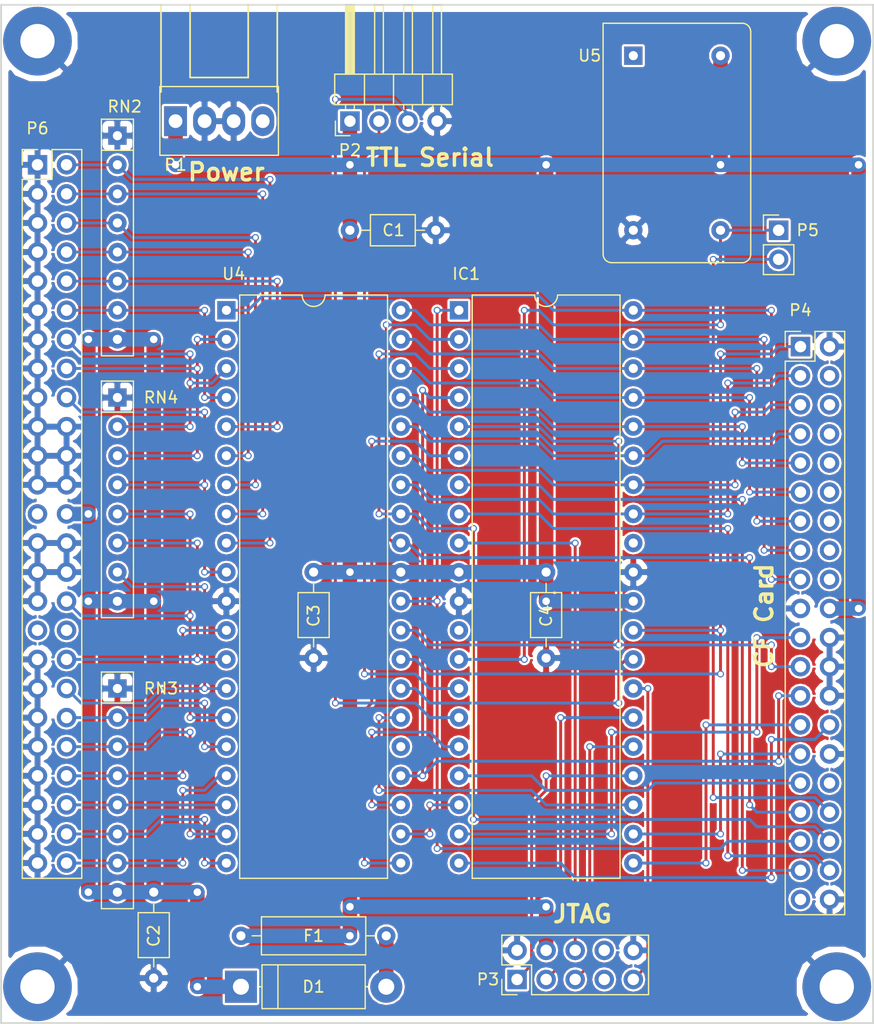
<source format=kicad_pcb>
(kicad_pcb (version 4) (host pcbnew 4.0.5)

  (general
    (links 157)
    (no_connects 0)
    (area 137.206667 70.59 217.123334 163.19)
    (thickness 1.6)
    (drawings 9)
    (tracks 490)
    (zones 0)
    (modules 22)
    (nets 77)
  )

  (page A4)
  (layers
    (0 F.Cu signal)
    (31 B.Cu signal)
    (32 B.Adhes user)
    (33 F.Adhes user)
    (34 B.Paste user)
    (35 F.Paste user)
    (36 B.SilkS user)
    (37 F.SilkS user)
    (38 B.Mask user)
    (39 F.Mask user)
    (40 Dwgs.User user)
    (41 Cmts.User user)
    (42 Eco1.User user)
    (43 Eco2.User user)
    (44 Edge.Cuts user)
    (45 Margin user)
    (46 B.CrtYd user)
    (47 F.CrtYd user)
    (48 B.Fab user)
    (49 F.Fab user)
  )

  (setup
    (last_trace_width 0.25)
    (user_trace_width 0.254)
    (user_trace_width 1.27)
    (trace_clearance 0.2)
    (zone_clearance 0.2032)
    (zone_45_only no)
    (trace_min 0.2)
    (segment_width 0.2)
    (edge_width 0.15)
    (via_size 0.6)
    (via_drill 0.4)
    (via_min_size 0.4)
    (via_min_drill 0.3)
    (user_via 1.27 0.6604)
    (uvia_size 0.3)
    (uvia_drill 0.1)
    (uvias_allowed no)
    (uvia_min_size 0.2)
    (uvia_min_drill 0.1)
    (pcb_text_width 0.3)
    (pcb_text_size 1.5 1.5)
    (mod_edge_width 0.15)
    (mod_text_size 1 1)
    (mod_text_width 0.15)
    (pad_size 1.524 1.524)
    (pad_drill 0.762)
    (pad_to_mask_clearance 0.2)
    (aux_axis_origin 0 0)
    (visible_elements FFFFFF7F)
    (pcbplotparams
      (layerselection 0x00030_80000001)
      (usegerberextensions false)
      (excludeedgelayer true)
      (linewidth 0.100000)
      (plotframeref false)
      (viasonmask false)
      (mode 1)
      (useauxorigin false)
      (hpglpennumber 1)
      (hpglpenspeed 20)
      (hpglpendiameter 15)
      (hpglpenoverlay 2)
      (psnegative false)
      (psa4output false)
      (plotreference true)
      (plotvalue true)
      (plotinvisibletext false)
      (padsonsilk false)
      (subtractmaskfromsilk false)
      (outputformat 1)
      (mirror false)
      (drillshape 1)
      (scaleselection 1)
      (outputdirectory ""))
  )

  (net 0 "")
  (net 1 VCC)
  (net 2 GND)
  (net 3 /Sheet5CACD3C7/TERMPOWER)
  (net 4 "Net-(D1-Pad2)")
  (net 5 A0)
  (net 6 "Net-(IC1-Pad21)")
  (net 7 A1)
  (net 8 CF_ACK)
  (net 9 A2)
  (net 10 SD_ACK)
  (net 11 IOR)
  (net 12 "Net-(IC1-Pad24)")
  (net 13 IOW)
  (net 14 "Net-(IC1-Pad25)")
  (net 15 SD_CS)
  (net 16 "Net-(IC1-Pad26)")
  (net 17 CF_CS)
  (net 18 "Net-(IC1-Pad27)")
  (net 19 CF_CSX)
  (net 20 EOP)
  (net 21 "Net-(IC1-Pad9)")
  (net 22 RST)
  (net 23 "Net-(IC1-Pad12)")
  (net 24 "Net-(IC1-Pad32)")
  (net 25 XTAL1)
  (net 26 D7)
  (net 27 "Net-(IC1-Pad14)")
  (net 28 D6)
  (net 29 "Net-(IC1-Pad15)")
  (net 30 D5)
  (net 31 SD_IRQ)
  (net 32 D4)
  (net 33 CF_IRQ)
  (net 34 D3)
  (net 35 SD_DRQ)
  (net 36 D2)
  (net 37 CF_DRQ)
  (net 38 D1)
  (net 39 "Net-(IC1-Pad20)")
  (net 40 D0)
  (net 41 "Net-(P1-Pad4)")
  (net 42 "Net-(P3-Pad7)")
  (net 43 "Net-(P3-Pad8)")
  (net 44 "Net-(P4-Pad4)")
  (net 45 "Net-(P4-Pad6)")
  (net 46 "Net-(P4-Pad8)")
  (net 47 "Net-(P4-Pad10)")
  (net 48 "Net-(P4-Pad12)")
  (net 49 "Net-(P4-Pad14)")
  (net 50 "Net-(P4-Pad16)")
  (net 51 "Net-(P4-Pad18)")
  (net 52 "Net-(P4-Pad32)")
  (net 53 "Net-(P4-Pad34)")
  (net 54 "Net-(P4-Pad39)")
  (net 55 "Net-(P6-Pad2)")
  (net 56 "Net-(P6-Pad4)")
  (net 57 "Net-(P6-Pad6)")
  (net 58 "Net-(P6-Pad8)")
  (net 59 "Net-(P6-Pad10)")
  (net 60 "Net-(P6-Pad12)")
  (net 61 "Net-(P6-Pad14)")
  (net 62 "Net-(P6-Pad16)")
  (net 63 "Net-(P6-Pad18)")
  (net 64 "Net-(P6-Pad25)")
  (net 65 "Net-(P6-Pad32)")
  (net 66 "Net-(P6-Pad33)")
  (net 67 "Net-(P6-Pad34)")
  (net 68 "Net-(P6-Pad36)")
  (net 69 "Net-(P6-Pad38)")
  (net 70 "Net-(P6-Pad40)")
  (net 71 "Net-(P6-Pad42)")
  (net 72 "Net-(P6-Pad44)")
  (net 73 "Net-(P6-Pad46)")
  (net 74 "Net-(P6-Pad48)")
  (net 75 "Net-(P6-Pad50)")
  (net 76 "Net-(U4-Pad25)")

  (net_class Default "This is the default net class."
    (clearance 0.2)
    (trace_width 0.25)
    (via_dia 0.6)
    (via_drill 0.4)
    (uvia_dia 0.3)
    (uvia_drill 0.1)
    (add_net /Sheet5CACD3C7/TERMPOWER)
    (add_net A0)
    (add_net A1)
    (add_net A2)
    (add_net CF_ACK)
    (add_net CF_CS)
    (add_net CF_CSX)
    (add_net CF_DRQ)
    (add_net CF_IRQ)
    (add_net D0)
    (add_net D1)
    (add_net D2)
    (add_net D3)
    (add_net D4)
    (add_net D5)
    (add_net D6)
    (add_net D7)
    (add_net EOP)
    (add_net GND)
    (add_net IOR)
    (add_net IOW)
    (add_net "Net-(D1-Pad2)")
    (add_net "Net-(IC1-Pad12)")
    (add_net "Net-(IC1-Pad14)")
    (add_net "Net-(IC1-Pad15)")
    (add_net "Net-(IC1-Pad20)")
    (add_net "Net-(IC1-Pad21)")
    (add_net "Net-(IC1-Pad24)")
    (add_net "Net-(IC1-Pad25)")
    (add_net "Net-(IC1-Pad26)")
    (add_net "Net-(IC1-Pad27)")
    (add_net "Net-(IC1-Pad32)")
    (add_net "Net-(IC1-Pad9)")
    (add_net "Net-(P1-Pad4)")
    (add_net "Net-(P3-Pad7)")
    (add_net "Net-(P3-Pad8)")
    (add_net "Net-(P4-Pad10)")
    (add_net "Net-(P4-Pad12)")
    (add_net "Net-(P4-Pad14)")
    (add_net "Net-(P4-Pad16)")
    (add_net "Net-(P4-Pad18)")
    (add_net "Net-(P4-Pad32)")
    (add_net "Net-(P4-Pad34)")
    (add_net "Net-(P4-Pad39)")
    (add_net "Net-(P4-Pad4)")
    (add_net "Net-(P4-Pad6)")
    (add_net "Net-(P4-Pad8)")
    (add_net "Net-(P6-Pad10)")
    (add_net "Net-(P6-Pad12)")
    (add_net "Net-(P6-Pad14)")
    (add_net "Net-(P6-Pad16)")
    (add_net "Net-(P6-Pad18)")
    (add_net "Net-(P6-Pad2)")
    (add_net "Net-(P6-Pad25)")
    (add_net "Net-(P6-Pad32)")
    (add_net "Net-(P6-Pad33)")
    (add_net "Net-(P6-Pad34)")
    (add_net "Net-(P6-Pad36)")
    (add_net "Net-(P6-Pad38)")
    (add_net "Net-(P6-Pad4)")
    (add_net "Net-(P6-Pad40)")
    (add_net "Net-(P6-Pad42)")
    (add_net "Net-(P6-Pad44)")
    (add_net "Net-(P6-Pad46)")
    (add_net "Net-(P6-Pad48)")
    (add_net "Net-(P6-Pad50)")
    (add_net "Net-(P6-Pad6)")
    (add_net "Net-(P6-Pad8)")
    (add_net "Net-(U4-Pad25)")
    (add_net RST)
    (add_net SD_ACK)
    (add_net SD_CS)
    (add_net SD_DRQ)
    (add_net SD_IRQ)
    (add_net VCC)
    (add_net XTAL1)
  )

  (module Capacitors_THT:C_Axial_L3.8mm_D2.6mm_P7.50mm_Horizontal (layer F.Cu) (tedit 5CB5D39F) (tstamp 5CB4B2A8)
    (at 169.545 92.075)
    (descr "C, Axial series, Axial, Horizontal, pin pitch=7.5mm, , length*diameter=3.8*2.6mm^2, http://www.vishay.com/docs/45231/arseries.pdf")
    (tags "C Axial series Axial Horizontal pin pitch 7.5mm  length 3.8mm diameter 2.6mm")
    (path /5CACD3C8/58B03EB3)
    (fp_text reference C1 (at 3.81 0) (layer F.SilkS)
      (effects (font (size 1 1) (thickness 0.15)))
    )
    (fp_text value .1uf (at 3.75 2.36) (layer F.Fab) hide
      (effects (font (size 1 1) (thickness 0.15)))
    )
    (fp_line (start 1.85 -1.3) (end 1.85 1.3) (layer F.Fab) (width 0.1))
    (fp_line (start 1.85 1.3) (end 5.65 1.3) (layer F.Fab) (width 0.1))
    (fp_line (start 5.65 1.3) (end 5.65 -1.3) (layer F.Fab) (width 0.1))
    (fp_line (start 5.65 -1.3) (end 1.85 -1.3) (layer F.Fab) (width 0.1))
    (fp_line (start 0 0) (end 1.85 0) (layer F.Fab) (width 0.1))
    (fp_line (start 7.5 0) (end 5.65 0) (layer F.Fab) (width 0.1))
    (fp_line (start 1.79 -1.36) (end 1.79 1.36) (layer F.SilkS) (width 0.12))
    (fp_line (start 1.79 1.36) (end 5.71 1.36) (layer F.SilkS) (width 0.12))
    (fp_line (start 5.71 1.36) (end 5.71 -1.36) (layer F.SilkS) (width 0.12))
    (fp_line (start 5.71 -1.36) (end 1.79 -1.36) (layer F.SilkS) (width 0.12))
    (fp_line (start 0.98 0) (end 1.79 0) (layer F.SilkS) (width 0.12))
    (fp_line (start 6.52 0) (end 5.71 0) (layer F.SilkS) (width 0.12))
    (fp_line (start -1.05 -1.65) (end -1.05 1.65) (layer F.CrtYd) (width 0.05))
    (fp_line (start -1.05 1.65) (end 8.55 1.65) (layer F.CrtYd) (width 0.05))
    (fp_line (start 8.55 1.65) (end 8.55 -1.65) (layer F.CrtYd) (width 0.05))
    (fp_line (start 8.55 -1.65) (end -1.05 -1.65) (layer F.CrtYd) (width 0.05))
    (fp_text user %R (at 3.75 0) (layer F.Fab)
      (effects (font (size 1 1) (thickness 0.15)))
    )
    (pad 1 thru_hole circle (at 0 0) (size 1.6 1.6) (drill 0.8) (layers *.Cu *.Mask)
      (net 1 VCC))
    (pad 2 thru_hole oval (at 7.5 0) (size 1.6 1.6) (drill 0.8) (layers *.Cu *.Mask)
      (net 2 GND))
    (model ${KISYS3DMOD}/Capacitors_THT.3dshapes/C_Axial_L3.8mm_D2.6mm_P7.50mm_Horizontal.wrl
      (at (xyz 0 0 0))
      (scale (xyz 1 1 1))
      (rotate (xyz 0 0 0))
    )
  )

  (module Capacitors_THT:C_Axial_L3.8mm_D2.6mm_P7.50mm_Horizontal (layer F.Cu) (tedit 5CB5D3A6) (tstamp 5CB4B2AE)
    (at 152.4 149.86 270)
    (descr "C, Axial series, Axial, Horizontal, pin pitch=7.5mm, , length*diameter=3.8*2.6mm^2, http://www.vishay.com/docs/45231/arseries.pdf")
    (tags "C Axial series Axial Horizontal pin pitch 7.5mm  length 3.8mm diameter 2.6mm")
    (path /5CACD3C8/58AF5BBB)
    (fp_text reference C2 (at 3.81 0 270) (layer F.SilkS)
      (effects (font (size 1 1) (thickness 0.15)))
    )
    (fp_text value .1uf (at 3.75 2.36 270) (layer F.Fab) hide
      (effects (font (size 1 1) (thickness 0.15)))
    )
    (fp_line (start 1.85 -1.3) (end 1.85 1.3) (layer F.Fab) (width 0.1))
    (fp_line (start 1.85 1.3) (end 5.65 1.3) (layer F.Fab) (width 0.1))
    (fp_line (start 5.65 1.3) (end 5.65 -1.3) (layer F.Fab) (width 0.1))
    (fp_line (start 5.65 -1.3) (end 1.85 -1.3) (layer F.Fab) (width 0.1))
    (fp_line (start 0 0) (end 1.85 0) (layer F.Fab) (width 0.1))
    (fp_line (start 7.5 0) (end 5.65 0) (layer F.Fab) (width 0.1))
    (fp_line (start 1.79 -1.36) (end 1.79 1.36) (layer F.SilkS) (width 0.12))
    (fp_line (start 1.79 1.36) (end 5.71 1.36) (layer F.SilkS) (width 0.12))
    (fp_line (start 5.71 1.36) (end 5.71 -1.36) (layer F.SilkS) (width 0.12))
    (fp_line (start 5.71 -1.36) (end 1.79 -1.36) (layer F.SilkS) (width 0.12))
    (fp_line (start 0.98 0) (end 1.79 0) (layer F.SilkS) (width 0.12))
    (fp_line (start 6.52 0) (end 5.71 0) (layer F.SilkS) (width 0.12))
    (fp_line (start -1.05 -1.65) (end -1.05 1.65) (layer F.CrtYd) (width 0.05))
    (fp_line (start -1.05 1.65) (end 8.55 1.65) (layer F.CrtYd) (width 0.05))
    (fp_line (start 8.55 1.65) (end 8.55 -1.65) (layer F.CrtYd) (width 0.05))
    (fp_line (start 8.55 -1.65) (end -1.05 -1.65) (layer F.CrtYd) (width 0.05))
    (fp_text user %R (at 3.75 0 270) (layer F.Fab)
      (effects (font (size 1 1) (thickness 0.15)))
    )
    (pad 1 thru_hole circle (at 0 0 270) (size 1.6 1.6) (drill 0.8) (layers *.Cu *.Mask)
      (net 3 /Sheet5CACD3C7/TERMPOWER))
    (pad 2 thru_hole oval (at 7.5 0 270) (size 1.6 1.6) (drill 0.8) (layers *.Cu *.Mask)
      (net 2 GND))
    (model ${KISYS3DMOD}/Capacitors_THT.3dshapes/C_Axial_L3.8mm_D2.6mm_P7.50mm_Horizontal.wrl
      (at (xyz 0 0 0))
      (scale (xyz 1 1 1))
      (rotate (xyz 0 0 0))
    )
  )

  (module Capacitors_THT:C_Axial_L3.8mm_D2.6mm_P7.50mm_Horizontal (layer F.Cu) (tedit 5CB5BF19) (tstamp 5CB4B2B4)
    (at 166.37 121.92 270)
    (descr "C, Axial series, Axial, Horizontal, pin pitch=7.5mm, , length*diameter=3.8*2.6mm^2, http://www.vishay.com/docs/45231/arseries.pdf")
    (tags "C Axial series Axial Horizontal pin pitch 7.5mm  length 3.8mm diameter 2.6mm")
    (path /5CACD3BD/58B022A2)
    (fp_text reference C3 (at 3.81 0 270) (layer F.SilkS)
      (effects (font (size 1 1) (thickness 0.15)))
    )
    (fp_text value .1uf (at 3.75 2.36 270) (layer F.Fab)
      (effects (font (size 1 1) (thickness 0.15)))
    )
    (fp_line (start 1.85 -1.3) (end 1.85 1.3) (layer F.Fab) (width 0.1))
    (fp_line (start 1.85 1.3) (end 5.65 1.3) (layer F.Fab) (width 0.1))
    (fp_line (start 5.65 1.3) (end 5.65 -1.3) (layer F.Fab) (width 0.1))
    (fp_line (start 5.65 -1.3) (end 1.85 -1.3) (layer F.Fab) (width 0.1))
    (fp_line (start 0 0) (end 1.85 0) (layer F.Fab) (width 0.1))
    (fp_line (start 7.5 0) (end 5.65 0) (layer F.Fab) (width 0.1))
    (fp_line (start 1.79 -1.36) (end 1.79 1.36) (layer F.SilkS) (width 0.12))
    (fp_line (start 1.79 1.36) (end 5.71 1.36) (layer F.SilkS) (width 0.12))
    (fp_line (start 5.71 1.36) (end 5.71 -1.36) (layer F.SilkS) (width 0.12))
    (fp_line (start 5.71 -1.36) (end 1.79 -1.36) (layer F.SilkS) (width 0.12))
    (fp_line (start 0.98 0) (end 1.79 0) (layer F.SilkS) (width 0.12))
    (fp_line (start 6.52 0) (end 5.71 0) (layer F.SilkS) (width 0.12))
    (fp_line (start -1.05 -1.65) (end -1.05 1.65) (layer F.CrtYd) (width 0.05))
    (fp_line (start -1.05 1.65) (end 8.55 1.65) (layer F.CrtYd) (width 0.05))
    (fp_line (start 8.55 1.65) (end 8.55 -1.65) (layer F.CrtYd) (width 0.05))
    (fp_line (start 8.55 -1.65) (end -1.05 -1.65) (layer F.CrtYd) (width 0.05))
    (fp_text user %R (at 3.75 0 270) (layer F.Fab)
      (effects (font (size 1 1) (thickness 0.15)))
    )
    (pad 1 thru_hole circle (at 0 0 270) (size 1.6 1.6) (drill 0.8) (layers *.Cu *.Mask)
      (net 1 VCC))
    (pad 2 thru_hole oval (at 7.5 0 270) (size 1.6 1.6) (drill 0.8) (layers *.Cu *.Mask)
      (net 2 GND))
    (model ${KISYS3DMOD}/Capacitors_THT.3dshapes/C_Axial_L3.8mm_D2.6mm_P7.50mm_Horizontal.wrl
      (at (xyz 0 0 0))
      (scale (xyz 1 1 1))
      (rotate (xyz 0 0 0))
    )
  )

  (module Capacitors_THT:C_Axial_L3.8mm_D2.6mm_P7.50mm_Horizontal (layer F.Cu) (tedit 5CB5BF12) (tstamp 5CB4B2BA)
    (at 186.69 121.92 270)
    (descr "C, Axial series, Axial, Horizontal, pin pitch=7.5mm, , length*diameter=3.8*2.6mm^2, http://www.vishay.com/docs/45231/arseries.pdf")
    (tags "C Axial series Axial Horizontal pin pitch 7.5mm  length 3.8mm diameter 2.6mm")
    (path /5CACD3BD/58B179FD)
    (fp_text reference C4 (at 3.81 0 270) (layer F.SilkS)
      (effects (font (size 1 1) (thickness 0.15)))
    )
    (fp_text value .1uf (at 3.75 2.36 270) (layer F.Fab)
      (effects (font (size 1 1) (thickness 0.15)))
    )
    (fp_line (start 1.85 -1.3) (end 1.85 1.3) (layer F.Fab) (width 0.1))
    (fp_line (start 1.85 1.3) (end 5.65 1.3) (layer F.Fab) (width 0.1))
    (fp_line (start 5.65 1.3) (end 5.65 -1.3) (layer F.Fab) (width 0.1))
    (fp_line (start 5.65 -1.3) (end 1.85 -1.3) (layer F.Fab) (width 0.1))
    (fp_line (start 0 0) (end 1.85 0) (layer F.Fab) (width 0.1))
    (fp_line (start 7.5 0) (end 5.65 0) (layer F.Fab) (width 0.1))
    (fp_line (start 1.79 -1.36) (end 1.79 1.36) (layer F.SilkS) (width 0.12))
    (fp_line (start 1.79 1.36) (end 5.71 1.36) (layer F.SilkS) (width 0.12))
    (fp_line (start 5.71 1.36) (end 5.71 -1.36) (layer F.SilkS) (width 0.12))
    (fp_line (start 5.71 -1.36) (end 1.79 -1.36) (layer F.SilkS) (width 0.12))
    (fp_line (start 0.98 0) (end 1.79 0) (layer F.SilkS) (width 0.12))
    (fp_line (start 6.52 0) (end 5.71 0) (layer F.SilkS) (width 0.12))
    (fp_line (start -1.05 -1.65) (end -1.05 1.65) (layer F.CrtYd) (width 0.05))
    (fp_line (start -1.05 1.65) (end 8.55 1.65) (layer F.CrtYd) (width 0.05))
    (fp_line (start 8.55 1.65) (end 8.55 -1.65) (layer F.CrtYd) (width 0.05))
    (fp_line (start 8.55 -1.65) (end -1.05 -1.65) (layer F.CrtYd) (width 0.05))
    (fp_text user %R (at 3.75 0 270) (layer F.Fab)
      (effects (font (size 1 1) (thickness 0.15)))
    )
    (pad 1 thru_hole circle (at 0 0 270) (size 1.6 1.6) (drill 0.8) (layers *.Cu *.Mask)
      (net 1 VCC))
    (pad 2 thru_hole oval (at 7.5 0 270) (size 1.6 1.6) (drill 0.8) (layers *.Cu *.Mask)
      (net 2 GND))
    (model ${KISYS3DMOD}/Capacitors_THT.3dshapes/C_Axial_L3.8mm_D2.6mm_P7.50mm_Horizontal.wrl
      (at (xyz 0 0 0))
      (scale (xyz 1 1 1))
      (rotate (xyz 0 0 0))
    )
  )

  (module Diodes_THT:D_5W_P12.70mm_Horizontal (layer F.Cu) (tedit 5CB5BFC1) (tstamp 5CB4B2C0)
    (at 160.02 158.115)
    (descr "D, 5W series, Axial, Horizontal, pin pitch=12.7mm, , length*diameter=8.9*3.7mm^2, , http://www.diodes.com/_files/packages/8686949.gif")
    (tags "D 5W series Axial Horizontal pin pitch 12.7mm  length 8.9mm diameter 3.7mm")
    (path /5CACD3C8/58AF5D5F)
    (fp_text reference D1 (at 6.35 0) (layer F.SilkS)
      (effects (font (size 1 1) (thickness 0.15)))
    )
    (fp_text value D (at 15.24 0) (layer F.Fab) hide
      (effects (font (size 1 1) (thickness 0.15)))
    )
    (fp_text user %R (at 6.35 0) (layer F.Fab)
      (effects (font (size 1 1) (thickness 0.15)))
    )
    (fp_line (start 1.9 -1.85) (end 1.9 1.85) (layer F.Fab) (width 0.1))
    (fp_line (start 1.9 1.85) (end 10.8 1.85) (layer F.Fab) (width 0.1))
    (fp_line (start 10.8 1.85) (end 10.8 -1.85) (layer F.Fab) (width 0.1))
    (fp_line (start 10.8 -1.85) (end 1.9 -1.85) (layer F.Fab) (width 0.1))
    (fp_line (start 0 0) (end 1.9 0) (layer F.Fab) (width 0.1))
    (fp_line (start 12.7 0) (end 10.8 0) (layer F.Fab) (width 0.1))
    (fp_line (start 3.235 -1.85) (end 3.235 1.85) (layer F.Fab) (width 0.1))
    (fp_line (start 1.84 -1.91) (end 1.84 1.91) (layer F.SilkS) (width 0.12))
    (fp_line (start 1.84 1.91) (end 10.86 1.91) (layer F.SilkS) (width 0.12))
    (fp_line (start 10.86 1.91) (end 10.86 -1.91) (layer F.SilkS) (width 0.12))
    (fp_line (start 10.86 -1.91) (end 1.84 -1.91) (layer F.SilkS) (width 0.12))
    (fp_line (start 1.58 0) (end 1.84 0) (layer F.SilkS) (width 0.12))
    (fp_line (start 11.12 0) (end 10.86 0) (layer F.SilkS) (width 0.12))
    (fp_line (start 3.235 -1.91) (end 3.235 1.91) (layer F.SilkS) (width 0.12))
    (fp_line (start -1.65 -2.2) (end -1.65 2.2) (layer F.CrtYd) (width 0.05))
    (fp_line (start -1.65 2.2) (end 14.35 2.2) (layer F.CrtYd) (width 0.05))
    (fp_line (start 14.35 2.2) (end 14.35 -2.2) (layer F.CrtYd) (width 0.05))
    (fp_line (start 14.35 -2.2) (end -1.65 -2.2) (layer F.CrtYd) (width 0.05))
    (pad 1 thru_hole rect (at 0 0) (size 2.8 2.8) (drill 1.4) (layers *.Cu *.Mask)
      (net 3 /Sheet5CACD3C7/TERMPOWER))
    (pad 2 thru_hole oval (at 12.7 0) (size 2.8 2.8) (drill 1.4) (layers *.Cu *.Mask)
      (net 4 "Net-(D1-Pad2)"))
    (model ${KISYS3DMOD}/Diodes_THT.3dshapes/D_5W_P12.70mm_Horizontal.wrl
      (at (xyz 0 0 0))
      (scale (xyz 0.393701 0.393701 0.393701))
      (rotate (xyz 0 0 0))
    )
  )

  (module Resistors_THT:R_Axial_DIN0309_L9.0mm_D3.2mm_P12.70mm_Horizontal (layer F.Cu) (tedit 5CB4DB1A) (tstamp 5CB4B2C6)
    (at 172.72 153.67 180)
    (descr "Resistor, Axial_DIN0309 series, Axial, Horizontal, pin pitch=12.7mm, 0.5W = 1/2W, length*diameter=9*3.2mm^2, http://cdn-reichelt.de/documents/datenblatt/B400/1_4W%23YAG.pdf")
    (tags "Resistor Axial_DIN0309 series Axial Horizontal pin pitch 12.7mm 0.5W = 1/2W length 9mm diameter 3.2mm")
    (path /5CACD3C8/58AF5DF0)
    (fp_text reference F1 (at 6.35 0 180) (layer F.SilkS)
      (effects (font (size 1 1) (thickness 0.15)))
    )
    (fp_text value Fuse (at 6.35 0 180) (layer F.Fab)
      (effects (font (size 1 1) (thickness 0.15)))
    )
    (fp_line (start 1.85 -1.6) (end 1.85 1.6) (layer F.Fab) (width 0.1))
    (fp_line (start 1.85 1.6) (end 10.85 1.6) (layer F.Fab) (width 0.1))
    (fp_line (start 10.85 1.6) (end 10.85 -1.6) (layer F.Fab) (width 0.1))
    (fp_line (start 10.85 -1.6) (end 1.85 -1.6) (layer F.Fab) (width 0.1))
    (fp_line (start 0 0) (end 1.85 0) (layer F.Fab) (width 0.1))
    (fp_line (start 12.7 0) (end 10.85 0) (layer F.Fab) (width 0.1))
    (fp_line (start 1.79 -1.66) (end 1.79 1.66) (layer F.SilkS) (width 0.12))
    (fp_line (start 1.79 1.66) (end 10.91 1.66) (layer F.SilkS) (width 0.12))
    (fp_line (start 10.91 1.66) (end 10.91 -1.66) (layer F.SilkS) (width 0.12))
    (fp_line (start 10.91 -1.66) (end 1.79 -1.66) (layer F.SilkS) (width 0.12))
    (fp_line (start 0.98 0) (end 1.79 0) (layer F.SilkS) (width 0.12))
    (fp_line (start 11.72 0) (end 10.91 0) (layer F.SilkS) (width 0.12))
    (fp_line (start -1.05 -1.95) (end -1.05 1.95) (layer F.CrtYd) (width 0.05))
    (fp_line (start -1.05 1.95) (end 13.75 1.95) (layer F.CrtYd) (width 0.05))
    (fp_line (start 13.75 1.95) (end 13.75 -1.95) (layer F.CrtYd) (width 0.05))
    (fp_line (start 13.75 -1.95) (end -1.05 -1.95) (layer F.CrtYd) (width 0.05))
    (pad 1 thru_hole circle (at 0 0 180) (size 1.6 1.6) (drill 0.8) (layers *.Cu *.Mask)
      (net 4 "Net-(D1-Pad2)"))
    (pad 2 thru_hole oval (at 12.7 0 180) (size 1.6 1.6) (drill 0.8) (layers *.Cu *.Mask)
      (net 1 VCC))
    (model ${KISYS3DMOD}/Resistors_THT.3dshapes/R_Axial_DIN0309_L9.0mm_D3.2mm_P12.70mm_Horizontal.wrl
      (at (xyz 0 0 0))
      (scale (xyz 0.393701 0.393701 0.393701))
      (rotate (xyz 0 0 0))
    )
  )

  (module Housings_DIP:DIP-40_W15.24mm (layer F.Cu) (tedit 5CBD9AF8) (tstamp 5CB4B2F2)
    (at 179.07 99.06)
    (descr "40-lead though-hole mounted DIP package, row spacing 15.24 mm (600 mils)")
    (tags "THT DIP DIL PDIP 2.54mm 15.24mm 600mil")
    (path /5CACD3BD/58B06A58)
    (fp_text reference IC1 (at 0.635 -3.175) (layer F.SilkS)
      (effects (font (size 1 1) (thickness 0.15)))
    )
    (fp_text value ATMEGA32A-P (at 7.62 50.59) (layer F.Fab)
      (effects (font (size 1 1) (thickness 0.15)))
    )
    (fp_arc (start 7.62 -1.33) (end 6.62 -1.33) (angle -180) (layer F.SilkS) (width 0.12))
    (fp_line (start 1.255 -1.27) (end 14.985 -1.27) (layer F.Fab) (width 0.1))
    (fp_line (start 14.985 -1.27) (end 14.985 49.53) (layer F.Fab) (width 0.1))
    (fp_line (start 14.985 49.53) (end 0.255 49.53) (layer F.Fab) (width 0.1))
    (fp_line (start 0.255 49.53) (end 0.255 -0.27) (layer F.Fab) (width 0.1))
    (fp_line (start 0.255 -0.27) (end 1.255 -1.27) (layer F.Fab) (width 0.1))
    (fp_line (start 6.62 -1.33) (end 1.16 -1.33) (layer F.SilkS) (width 0.12))
    (fp_line (start 1.16 -1.33) (end 1.16 49.59) (layer F.SilkS) (width 0.12))
    (fp_line (start 1.16 49.59) (end 14.08 49.59) (layer F.SilkS) (width 0.12))
    (fp_line (start 14.08 49.59) (end 14.08 -1.33) (layer F.SilkS) (width 0.12))
    (fp_line (start 14.08 -1.33) (end 8.62 -1.33) (layer F.SilkS) (width 0.12))
    (fp_line (start -1.05 -1.55) (end -1.05 49.8) (layer F.CrtYd) (width 0.05))
    (fp_line (start -1.05 49.8) (end 16.3 49.8) (layer F.CrtYd) (width 0.05))
    (fp_line (start 16.3 49.8) (end 16.3 -1.55) (layer F.CrtYd) (width 0.05))
    (fp_line (start 16.3 -1.55) (end -1.05 -1.55) (layer F.CrtYd) (width 0.05))
    (fp_text user %R (at 3.81 0) (layer F.Fab)
      (effects (font (size 1 1) (thickness 0.15)))
    )
    (pad 1 thru_hole rect (at 0 0) (size 1.6 1.6) (drill 0.8) (layers *.Cu *.Mask)
      (net 5 A0))
    (pad 21 thru_hole oval (at 15.24 48.26) (size 1.6 1.6) (drill 0.8) (layers *.Cu *.Mask)
      (net 6 "Net-(IC1-Pad21)"))
    (pad 2 thru_hole oval (at 0 2.54) (size 1.6 1.6) (drill 0.8) (layers *.Cu *.Mask)
      (net 7 A1))
    (pad 22 thru_hole oval (at 15.24 45.72) (size 1.6 1.6) (drill 0.8) (layers *.Cu *.Mask)
      (net 8 CF_ACK))
    (pad 3 thru_hole oval (at 0 5.08) (size 1.6 1.6) (drill 0.8) (layers *.Cu *.Mask)
      (net 9 A2))
    (pad 23 thru_hole oval (at 15.24 43.18) (size 1.6 1.6) (drill 0.8) (layers *.Cu *.Mask)
      (net 10 SD_ACK))
    (pad 4 thru_hole oval (at 0 7.62) (size 1.6 1.6) (drill 0.8) (layers *.Cu *.Mask)
      (net 11 IOR))
    (pad 24 thru_hole oval (at 15.24 40.64) (size 1.6 1.6) (drill 0.8) (layers *.Cu *.Mask)
      (net 12 "Net-(IC1-Pad24)"))
    (pad 5 thru_hole oval (at 0 10.16) (size 1.6 1.6) (drill 0.8) (layers *.Cu *.Mask)
      (net 13 IOW))
    (pad 25 thru_hole oval (at 15.24 38.1) (size 1.6 1.6) (drill 0.8) (layers *.Cu *.Mask)
      (net 14 "Net-(IC1-Pad25)"))
    (pad 6 thru_hole oval (at 0 12.7) (size 1.6 1.6) (drill 0.8) (layers *.Cu *.Mask)
      (net 15 SD_CS))
    (pad 26 thru_hole oval (at 15.24 35.56) (size 1.6 1.6) (drill 0.8) (layers *.Cu *.Mask)
      (net 16 "Net-(IC1-Pad26)"))
    (pad 7 thru_hole oval (at 0 15.24) (size 1.6 1.6) (drill 0.8) (layers *.Cu *.Mask)
      (net 17 CF_CS))
    (pad 27 thru_hole oval (at 15.24 33.02) (size 1.6 1.6) (drill 0.8) (layers *.Cu *.Mask)
      (net 18 "Net-(IC1-Pad27)"))
    (pad 8 thru_hole oval (at 0 17.78) (size 1.6 1.6) (drill 0.8) (layers *.Cu *.Mask)
      (net 19 CF_CSX))
    (pad 28 thru_hole oval (at 15.24 30.48) (size 1.6 1.6) (drill 0.8) (layers *.Cu *.Mask)
      (net 20 EOP))
    (pad 9 thru_hole oval (at 0 20.32) (size 1.6 1.6) (drill 0.8) (layers *.Cu *.Mask)
      (net 21 "Net-(IC1-Pad9)"))
    (pad 29 thru_hole oval (at 15.24 27.94) (size 1.6 1.6) (drill 0.8) (layers *.Cu *.Mask)
      (net 22 RST))
    (pad 10 thru_hole oval (at 0 22.86) (size 1.6 1.6) (drill 0.8) (layers *.Cu *.Mask)
      (net 1 VCC))
    (pad 30 thru_hole oval (at 15.24 25.4) (size 1.6 1.6) (drill 0.8) (layers *.Cu *.Mask)
      (net 1 VCC))
    (pad 11 thru_hole oval (at 0 25.4) (size 1.6 1.6) (drill 0.8) (layers *.Cu *.Mask)
      (net 2 GND))
    (pad 31 thru_hole oval (at 15.24 22.86) (size 1.6 1.6) (drill 0.8) (layers *.Cu *.Mask)
      (net 2 GND))
    (pad 12 thru_hole oval (at 0 27.94) (size 1.6 1.6) (drill 0.8) (layers *.Cu *.Mask)
      (net 23 "Net-(IC1-Pad12)"))
    (pad 32 thru_hole oval (at 15.24 20.32) (size 1.6 1.6) (drill 0.8) (layers *.Cu *.Mask)
      (net 24 "Net-(IC1-Pad32)"))
    (pad 13 thru_hole oval (at 0 30.48) (size 1.6 1.6) (drill 0.8) (layers *.Cu *.Mask)
      (net 25 XTAL1))
    (pad 33 thru_hole oval (at 15.24 17.78) (size 1.6 1.6) (drill 0.8) (layers *.Cu *.Mask)
      (net 26 D7))
    (pad 14 thru_hole oval (at 0 33.02) (size 1.6 1.6) (drill 0.8) (layers *.Cu *.Mask)
      (net 27 "Net-(IC1-Pad14)"))
    (pad 34 thru_hole oval (at 15.24 15.24) (size 1.6 1.6) (drill 0.8) (layers *.Cu *.Mask)
      (net 28 D6))
    (pad 15 thru_hole oval (at 0 35.56) (size 1.6 1.6) (drill 0.8) (layers *.Cu *.Mask)
      (net 29 "Net-(IC1-Pad15)"))
    (pad 35 thru_hole oval (at 15.24 12.7) (size 1.6 1.6) (drill 0.8) (layers *.Cu *.Mask)
      (net 30 D5))
    (pad 16 thru_hole oval (at 0 38.1) (size 1.6 1.6) (drill 0.8) (layers *.Cu *.Mask)
      (net 31 SD_IRQ))
    (pad 36 thru_hole oval (at 15.24 10.16) (size 1.6 1.6) (drill 0.8) (layers *.Cu *.Mask)
      (net 32 D4))
    (pad 17 thru_hole oval (at 0 40.64) (size 1.6 1.6) (drill 0.8) (layers *.Cu *.Mask)
      (net 33 CF_IRQ))
    (pad 37 thru_hole oval (at 15.24 7.62) (size 1.6 1.6) (drill 0.8) (layers *.Cu *.Mask)
      (net 34 D3))
    (pad 18 thru_hole oval (at 0 43.18) (size 1.6 1.6) (drill 0.8) (layers *.Cu *.Mask)
      (net 35 SD_DRQ))
    (pad 38 thru_hole oval (at 15.24 5.08) (size 1.6 1.6) (drill 0.8) (layers *.Cu *.Mask)
      (net 36 D2))
    (pad 19 thru_hole oval (at 0 45.72) (size 1.6 1.6) (drill 0.8) (layers *.Cu *.Mask)
      (net 37 CF_DRQ))
    (pad 39 thru_hole oval (at 15.24 2.54) (size 1.6 1.6) (drill 0.8) (layers *.Cu *.Mask)
      (net 38 D1))
    (pad 20 thru_hole oval (at 0 48.26) (size 1.6 1.6) (drill 0.8) (layers *.Cu *.Mask)
      (net 39 "Net-(IC1-Pad20)"))
    (pad 40 thru_hole oval (at 15.24 0) (size 1.6 1.6) (drill 0.8) (layers *.Cu *.Mask)
      (net 40 D0))
    (model ${KISYS3DMOD}/Housings_DIP.3dshapes/DIP-40_W15.24mm.wrl
      (at (xyz 0 0 0))
      (scale (xyz 1 1 1))
      (rotate (xyz 0 0 0))
    )
  )

  (module Mounting_Holes:MountingHole_3mm_Pad (layer F.Cu) (tedit 5CB4C193) (tstamp 5CB4B2F7)
    (at 142.24 158.115)
    (descr "Mounting Hole 3mm")
    (tags "mounting hole 3mm")
    (path /5CACD3BD/5CB4DBD7)
    (attr virtual)
    (fp_text reference MH1 (at 0 -4) (layer F.SilkS) hide
      (effects (font (size 1 1) (thickness 0.15)))
    )
    (fp_text value CONN_01X01 (at 0 4) (layer F.Fab) hide
      (effects (font (size 1 1) (thickness 0.15)))
    )
    (fp_text user %R (at 0.3 0) (layer F.Fab)
      (effects (font (size 1 1) (thickness 0.15)))
    )
    (fp_circle (center 0 0) (end 3 0) (layer Cmts.User) (width 0.15))
    (fp_circle (center 0 0) (end 3.25 0) (layer F.CrtYd) (width 0.05))
    (pad 1 thru_hole circle (at 0 0) (size 6 6) (drill 3) (layers *.Cu *.Mask)
      (net 2 GND))
  )

  (module Mounting_Holes:MountingHole_3mm_Pad (layer F.Cu) (tedit 5CB4DAC4) (tstamp 5CB4B2FC)
    (at 212.09 158.115)
    (descr "Mounting Hole 3mm")
    (tags "mounting hole 3mm")
    (path /5CACD3BD/5CB4DC15)
    (attr virtual)
    (fp_text reference MH2 (at 0 -4) (layer F.SilkS) hide
      (effects (font (size 1 1) (thickness 0.15)))
    )
    (fp_text value CONN_01X01 (at 0 4) (layer F.Fab) hide
      (effects (font (size 1 1) (thickness 0.15)))
    )
    (fp_text user %R (at 0.3 0) (layer F.Fab)
      (effects (font (size 1 1) (thickness 0.15)))
    )
    (fp_circle (center 0 0) (end 3 0) (layer Cmts.User) (width 0.15))
    (fp_circle (center 0 0) (end 3.25 0) (layer F.CrtYd) (width 0.05))
    (pad 1 thru_hole circle (at 0 0) (size 6 6) (drill 3) (layers *.Cu *.Mask)
      (net 2 GND))
  )

  (module Mounting_Holes:MountingHole_3mm_Pad (layer F.Cu) (tedit 5CB4DACB) (tstamp 5CB4B301)
    (at 212.09 75.565)
    (descr "Mounting Hole 3mm")
    (tags "mounting hole 3mm")
    (path /5CACD3BD/5CB4DC44)
    (attr virtual)
    (fp_text reference MH3 (at 0 -4) (layer F.SilkS) hide
      (effects (font (size 1 1) (thickness 0.15)))
    )
    (fp_text value CONN_01X01 (at 0 4) (layer F.Fab) hide
      (effects (font (size 1 1) (thickness 0.15)))
    )
    (fp_text user %R (at 0.3 0) (layer F.Fab)
      (effects (font (size 1 1) (thickness 0.15)))
    )
    (fp_circle (center 0 0) (end 3 0) (layer Cmts.User) (width 0.15))
    (fp_circle (center 0 0) (end 3.25 0) (layer F.CrtYd) (width 0.05))
    (pad 1 thru_hole circle (at 0 0) (size 6 6) (drill 3) (layers *.Cu *.Mask)
      (net 2 GND))
  )

  (module Mounting_Holes:MountingHole_3mm_Pad (layer F.Cu) (tedit 5CB4DAD1) (tstamp 5CB4B306)
    (at 142.24 75.565)
    (descr "Mounting Hole 3mm")
    (tags "mounting hole 3mm")
    (path /5CACD3BD/5CB4DC75)
    (attr virtual)
    (fp_text reference MH4 (at 0 -4) (layer F.SilkS) hide
      (effects (font (size 1 1) (thickness 0.15)))
    )
    (fp_text value CONN_01X01 (at 0 4) (layer F.Fab) hide
      (effects (font (size 1 1) (thickness 0.15)))
    )
    (fp_text user %R (at 0.3 0) (layer F.Fab)
      (effects (font (size 1 1) (thickness 0.15)))
    )
    (fp_circle (center 0 0) (end 3 0) (layer Cmts.User) (width 0.15))
    (fp_circle (center 0 0) (end 3.25 0) (layer F.CrtYd) (width 0.05))
    (pad 1 thru_hole circle (at 0 0) (size 6 6) (drill 3) (layers *.Cu *.Mask)
      (net 2 GND))
  )

  (module Pin_Headers:Pin_Header_Straight_2x05_Pitch2.54mm (layer F.Cu) (tedit 5CB86E6F) (tstamp 5CB4B324)
    (at 184.15 157.48 90)
    (descr "Through hole straight pin header, 2x05, 2.54mm pitch, double rows")
    (tags "Through hole pin header THT 2x05 2.54mm double row")
    (path /5CACD3BD/5CACE34C)
    (fp_text reference P3 (at 0 -2.54 180) (layer F.SilkS)
      (effects (font (size 1 1) (thickness 0.15)))
    )
    (fp_text value CONN_02X05 (at 1.27 12.49 90) (layer F.Fab) hide
      (effects (font (size 1 1) (thickness 0.15)))
    )
    (fp_line (start 0 -1.27) (end 3.81 -1.27) (layer F.Fab) (width 0.1))
    (fp_line (start 3.81 -1.27) (end 3.81 11.43) (layer F.Fab) (width 0.1))
    (fp_line (start 3.81 11.43) (end -1.27 11.43) (layer F.Fab) (width 0.1))
    (fp_line (start -1.27 11.43) (end -1.27 0) (layer F.Fab) (width 0.1))
    (fp_line (start -1.27 0) (end 0 -1.27) (layer F.Fab) (width 0.1))
    (fp_line (start -1.33 11.49) (end 3.87 11.49) (layer F.SilkS) (width 0.12))
    (fp_line (start -1.33 1.27) (end -1.33 11.49) (layer F.SilkS) (width 0.12))
    (fp_line (start 3.87 -1.33) (end 3.87 11.49) (layer F.SilkS) (width 0.12))
    (fp_line (start -1.33 1.27) (end 1.27 1.27) (layer F.SilkS) (width 0.12))
    (fp_line (start 1.27 1.27) (end 1.27 -1.33) (layer F.SilkS) (width 0.12))
    (fp_line (start 1.27 -1.33) (end 3.87 -1.33) (layer F.SilkS) (width 0.12))
    (fp_line (start -1.33 0) (end -1.33 -1.33) (layer F.SilkS) (width 0.12))
    (fp_line (start -1.33 -1.33) (end 0 -1.33) (layer F.SilkS) (width 0.12))
    (fp_line (start -1.8 -1.8) (end -1.8 11.95) (layer F.CrtYd) (width 0.05))
    (fp_line (start -1.8 11.95) (end 4.35 11.95) (layer F.CrtYd) (width 0.05))
    (fp_line (start 4.35 11.95) (end 4.35 -1.8) (layer F.CrtYd) (width 0.05))
    (fp_line (start 4.35 -1.8) (end -1.8 -1.8) (layer F.CrtYd) (width 0.05))
    (fp_text user %R (at 1.27 5.08 180) (layer F.Fab)
      (effects (font (size 1 1) (thickness 0.15)))
    )
    (pad 1 thru_hole rect (at 0 0 90) (size 1.7 1.7) (drill 1) (layers *.Cu *.Mask)
      (net 12 "Net-(IC1-Pad24)"))
    (pad 2 thru_hole oval (at 2.54 0 90) (size 1.7 1.7) (drill 1) (layers *.Cu *.Mask)
      (net 2 GND))
    (pad 3 thru_hole oval (at 0 2.54 90) (size 1.7 1.7) (drill 1) (layers *.Cu *.Mask)
      (net 16 "Net-(IC1-Pad26)"))
    (pad 4 thru_hole oval (at 2.54 2.54 90) (size 1.7 1.7) (drill 1) (layers *.Cu *.Mask)
      (net 1 VCC))
    (pad 5 thru_hole oval (at 0 5.08 90) (size 1.7 1.7) (drill 1) (layers *.Cu *.Mask)
      (net 14 "Net-(IC1-Pad25)"))
    (pad 6 thru_hole oval (at 2.54 5.08 90) (size 1.7 1.7) (drill 1) (layers *.Cu *.Mask)
      (net 21 "Net-(IC1-Pad9)"))
    (pad 7 thru_hole oval (at 0 7.62 90) (size 1.7 1.7) (drill 1) (layers *.Cu *.Mask)
      (net 42 "Net-(P3-Pad7)"))
    (pad 8 thru_hole oval (at 2.54 7.62 90) (size 1.7 1.7) (drill 1) (layers *.Cu *.Mask)
      (net 43 "Net-(P3-Pad8)"))
    (pad 9 thru_hole oval (at 0 10.16 90) (size 1.7 1.7) (drill 1) (layers *.Cu *.Mask)
      (net 18 "Net-(IC1-Pad27)"))
    (pad 10 thru_hole oval (at 2.54 10.16 90) (size 1.7 1.7) (drill 1) (layers *.Cu *.Mask)
      (net 2 GND))
    (model ${KISYS3DMOD}/Pin_Headers.3dshapes/Pin_Header_Straight_2x05_Pitch2.54mm.wrl
      (at (xyz 0 0 0))
      (scale (xyz 1 1 1))
      (rotate (xyz 0 0 0))
    )
  )

  (module Pin_Headers:Pin_Header_Straight_2x20_Pitch2.54mm (layer F.Cu) (tedit 5CB5D382) (tstamp 5CB4B350)
    (at 208.915 102.235)
    (descr "Through hole straight pin header, 2x20, 2.54mm pitch, double rows")
    (tags "Through hole pin header THT 2x20 2.54mm double row")
    (path /5CACD3BD/5CACDA6D)
    (fp_text reference P4 (at 0 -3.175 180) (layer F.SilkS)
      (effects (font (size 1 1) (thickness 0.15)))
    )
    (fp_text value CONN_02X20 (at 1.27 50.59) (layer F.Fab) hide
      (effects (font (size 1 1) (thickness 0.15)))
    )
    (fp_line (start 0 -1.27) (end 3.81 -1.27) (layer F.Fab) (width 0.1))
    (fp_line (start 3.81 -1.27) (end 3.81 49.53) (layer F.Fab) (width 0.1))
    (fp_line (start 3.81 49.53) (end -1.27 49.53) (layer F.Fab) (width 0.1))
    (fp_line (start -1.27 49.53) (end -1.27 0) (layer F.Fab) (width 0.1))
    (fp_line (start -1.27 0) (end 0 -1.27) (layer F.Fab) (width 0.1))
    (fp_line (start -1.33 49.59) (end 3.87 49.59) (layer F.SilkS) (width 0.12))
    (fp_line (start -1.33 1.27) (end -1.33 49.59) (layer F.SilkS) (width 0.12))
    (fp_line (start 3.87 -1.33) (end 3.87 49.59) (layer F.SilkS) (width 0.12))
    (fp_line (start -1.33 1.27) (end 1.27 1.27) (layer F.SilkS) (width 0.12))
    (fp_line (start 1.27 1.27) (end 1.27 -1.33) (layer F.SilkS) (width 0.12))
    (fp_line (start 1.27 -1.33) (end 3.87 -1.33) (layer F.SilkS) (width 0.12))
    (fp_line (start -1.33 0) (end -1.33 -1.33) (layer F.SilkS) (width 0.12))
    (fp_line (start -1.33 -1.33) (end 0 -1.33) (layer F.SilkS) (width 0.12))
    (fp_line (start -1.8 -1.8) (end -1.8 50.05) (layer F.CrtYd) (width 0.05))
    (fp_line (start -1.8 50.05) (end 4.35 50.05) (layer F.CrtYd) (width 0.05))
    (fp_line (start 4.35 50.05) (end 4.35 -1.8) (layer F.CrtYd) (width 0.05))
    (fp_line (start 4.35 -1.8) (end -1.8 -1.8) (layer F.CrtYd) (width 0.05))
    (fp_text user %R (at 1.27 24.13 90) (layer F.Fab)
      (effects (font (size 1 1) (thickness 0.15)))
    )
    (pad 1 thru_hole rect (at 0 0) (size 1.7 1.7) (drill 1) (layers *.Cu *.Mask)
      (net 22 RST))
    (pad 2 thru_hole oval (at 2.54 0) (size 1.7 1.7) (drill 1) (layers *.Cu *.Mask)
      (net 2 GND))
    (pad 3 thru_hole oval (at 0 2.54) (size 1.7 1.7) (drill 1) (layers *.Cu *.Mask)
      (net 26 D7))
    (pad 4 thru_hole oval (at 2.54 2.54) (size 1.7 1.7) (drill 1) (layers *.Cu *.Mask)
      (net 44 "Net-(P4-Pad4)"))
    (pad 5 thru_hole oval (at 0 5.08) (size 1.7 1.7) (drill 1) (layers *.Cu *.Mask)
      (net 28 D6))
    (pad 6 thru_hole oval (at 2.54 5.08) (size 1.7 1.7) (drill 1) (layers *.Cu *.Mask)
      (net 45 "Net-(P4-Pad6)"))
    (pad 7 thru_hole oval (at 0 7.62) (size 1.7 1.7) (drill 1) (layers *.Cu *.Mask)
      (net 30 D5))
    (pad 8 thru_hole oval (at 2.54 7.62) (size 1.7 1.7) (drill 1) (layers *.Cu *.Mask)
      (net 46 "Net-(P4-Pad8)"))
    (pad 9 thru_hole oval (at 0 10.16) (size 1.7 1.7) (drill 1) (layers *.Cu *.Mask)
      (net 32 D4))
    (pad 10 thru_hole oval (at 2.54 10.16) (size 1.7 1.7) (drill 1) (layers *.Cu *.Mask)
      (net 47 "Net-(P4-Pad10)"))
    (pad 11 thru_hole oval (at 0 12.7) (size 1.7 1.7) (drill 1) (layers *.Cu *.Mask)
      (net 34 D3))
    (pad 12 thru_hole oval (at 2.54 12.7) (size 1.7 1.7) (drill 1) (layers *.Cu *.Mask)
      (net 48 "Net-(P4-Pad12)"))
    (pad 13 thru_hole oval (at 0 15.24) (size 1.7 1.7) (drill 1) (layers *.Cu *.Mask)
      (net 36 D2))
    (pad 14 thru_hole oval (at 2.54 15.24) (size 1.7 1.7) (drill 1) (layers *.Cu *.Mask)
      (net 49 "Net-(P4-Pad14)"))
    (pad 15 thru_hole oval (at 0 17.78) (size 1.7 1.7) (drill 1) (layers *.Cu *.Mask)
      (net 38 D1))
    (pad 16 thru_hole oval (at 2.54 17.78) (size 1.7 1.7) (drill 1) (layers *.Cu *.Mask)
      (net 50 "Net-(P4-Pad16)"))
    (pad 17 thru_hole oval (at 0 20.32) (size 1.7 1.7) (drill 1) (layers *.Cu *.Mask)
      (net 40 D0))
    (pad 18 thru_hole oval (at 2.54 20.32) (size 1.7 1.7) (drill 1) (layers *.Cu *.Mask)
      (net 51 "Net-(P4-Pad18)"))
    (pad 19 thru_hole oval (at 0 22.86) (size 1.7 1.7) (drill 1) (layers *.Cu *.Mask)
      (net 2 GND))
    (pad 20 thru_hole oval (at 2.54 22.86) (size 1.7 1.7) (drill 1) (layers *.Cu *.Mask)
      (net 1 VCC))
    (pad 21 thru_hole oval (at 0 25.4) (size 1.7 1.7) (drill 1) (layers *.Cu *.Mask)
      (net 37 CF_DRQ))
    (pad 22 thru_hole oval (at 2.54 25.4) (size 1.7 1.7) (drill 1) (layers *.Cu *.Mask)
      (net 2 GND))
    (pad 23 thru_hole oval (at 0 27.94) (size 1.7 1.7) (drill 1) (layers *.Cu *.Mask)
      (net 13 IOW))
    (pad 24 thru_hole oval (at 2.54 27.94) (size 1.7 1.7) (drill 1) (layers *.Cu *.Mask)
      (net 2 GND))
    (pad 25 thru_hole oval (at 0 30.48) (size 1.7 1.7) (drill 1) (layers *.Cu *.Mask)
      (net 11 IOR))
    (pad 26 thru_hole oval (at 2.54 30.48) (size 1.7 1.7) (drill 1) (layers *.Cu *.Mask)
      (net 2 GND))
    (pad 27 thru_hole oval (at 0 33.02) (size 1.7 1.7) (drill 1) (layers *.Cu *.Mask)
      (net 6 "Net-(IC1-Pad21)"))
    (pad 28 thru_hole oval (at 2.54 33.02) (size 1.7 1.7) (drill 1) (layers *.Cu *.Mask)
      (net 39 "Net-(IC1-Pad20)"))
    (pad 29 thru_hole oval (at 0 35.56) (size 1.7 1.7) (drill 1) (layers *.Cu *.Mask)
      (net 8 CF_ACK))
    (pad 30 thru_hole oval (at 2.54 35.56) (size 1.7 1.7) (drill 1) (layers *.Cu *.Mask)
      (net 2 GND))
    (pad 31 thru_hole oval (at 0 38.1) (size 1.7 1.7) (drill 1) (layers *.Cu *.Mask)
      (net 33 CF_IRQ))
    (pad 32 thru_hole oval (at 2.54 38.1) (size 1.7 1.7) (drill 1) (layers *.Cu *.Mask)
      (net 52 "Net-(P4-Pad32)"))
    (pad 33 thru_hole oval (at 0 40.64) (size 1.7 1.7) (drill 1) (layers *.Cu *.Mask)
      (net 7 A1))
    (pad 34 thru_hole oval (at 2.54 40.64) (size 1.7 1.7) (drill 1) (layers *.Cu *.Mask)
      (net 53 "Net-(P4-Pad34)"))
    (pad 35 thru_hole oval (at 0 43.18) (size 1.7 1.7) (drill 1) (layers *.Cu *.Mask)
      (net 5 A0))
    (pad 36 thru_hole oval (at 2.54 43.18) (size 1.7 1.7) (drill 1) (layers *.Cu *.Mask)
      (net 9 A2))
    (pad 37 thru_hole oval (at 0 45.72) (size 1.7 1.7) (drill 1) (layers *.Cu *.Mask)
      (net 17 CF_CS))
    (pad 38 thru_hole oval (at 2.54 45.72) (size 1.7 1.7) (drill 1) (layers *.Cu *.Mask)
      (net 19 CF_CSX))
    (pad 39 thru_hole oval (at 0 48.26) (size 1.7 1.7) (drill 1) (layers *.Cu *.Mask)
      (net 54 "Net-(P4-Pad39)"))
    (pad 40 thru_hole oval (at 2.54 48.26) (size 1.7 1.7) (drill 1) (layers *.Cu *.Mask)
      (net 2 GND))
    (model ${KISYS3DMOD}/Pin_Headers.3dshapes/Pin_Header_Straight_2x20_Pitch2.54mm.wrl
      (at (xyz 0 0 0))
      (scale (xyz 1 1 1))
      (rotate (xyz 0 0 0))
    )
  )

  (module Pin_Headers:Pin_Header_Straight_1x02_Pitch2.54mm (layer F.Cu) (tedit 5CBD9AEA) (tstamp 5CB4B356)
    (at 207.01 92.075)
    (descr "Through hole straight pin header, 1x02, 2.54mm pitch, single row")
    (tags "Through hole pin header THT 1x02 2.54mm single row")
    (path /5CACD3BD/5CB4C50D)
    (fp_text reference P5 (at 2.54 0 180) (layer F.SilkS)
      (effects (font (size 1 1) (thickness 0.15)))
    )
    (fp_text value CONN_01X02 (at 0 4.87) (layer F.Fab) hide
      (effects (font (size 1 1) (thickness 0.15)))
    )
    (fp_line (start -0.635 -1.27) (end 1.27 -1.27) (layer F.Fab) (width 0.1))
    (fp_line (start 1.27 -1.27) (end 1.27 3.81) (layer F.Fab) (width 0.1))
    (fp_line (start 1.27 3.81) (end -1.27 3.81) (layer F.Fab) (width 0.1))
    (fp_line (start -1.27 3.81) (end -1.27 -0.635) (layer F.Fab) (width 0.1))
    (fp_line (start -1.27 -0.635) (end -0.635 -1.27) (layer F.Fab) (width 0.1))
    (fp_line (start -1.33 3.87) (end 1.33 3.87) (layer F.SilkS) (width 0.12))
    (fp_line (start -1.33 1.27) (end -1.33 3.87) (layer F.SilkS) (width 0.12))
    (fp_line (start 1.33 1.27) (end 1.33 3.87) (layer F.SilkS) (width 0.12))
    (fp_line (start -1.33 1.27) (end 1.33 1.27) (layer F.SilkS) (width 0.12))
    (fp_line (start -1.33 0) (end -1.33 -1.33) (layer F.SilkS) (width 0.12))
    (fp_line (start -1.33 -1.33) (end 0 -1.33) (layer F.SilkS) (width 0.12))
    (fp_line (start -1.8 -1.8) (end -1.8 4.35) (layer F.CrtYd) (width 0.05))
    (fp_line (start -1.8 4.35) (end 1.8 4.35) (layer F.CrtYd) (width 0.05))
    (fp_line (start 1.8 4.35) (end 1.8 -1.8) (layer F.CrtYd) (width 0.05))
    (fp_line (start 1.8 -1.8) (end -1.8 -1.8) (layer F.CrtYd) (width 0.05))
    (fp_text user %R (at 0 1.27 90) (layer F.Fab)
      (effects (font (size 1 1) (thickness 0.15)))
    )
    (pad 1 thru_hole rect (at 0 0) (size 1.7 1.7) (drill 1) (layers *.Cu *.Mask)
      (net 25 XTAL1))
    (pad 2 thru_hole oval (at 0 2.54) (size 1.7 1.7) (drill 1) (layers *.Cu *.Mask)
      (net 53 "Net-(P4-Pad34)"))
    (model ${KISYS3DMOD}/Pin_Headers.3dshapes/Pin_Header_Straight_1x02_Pitch2.54mm.wrl
      (at (xyz 0 0 0))
      (scale (xyz 1 1 1))
      (rotate (xyz 0 0 0))
    )
  )

  (module Pin_Headers:Pin_Header_Straight_2x25_Pitch2.54mm (layer F.Cu) (tedit 5CB5BF2F) (tstamp 5CB4B38C)
    (at 142.24 86.36)
    (descr "Through hole straight pin header, 2x25, 2.54mm pitch, double rows")
    (tags "Through hole pin header THT 2x25 2.54mm double row")
    (path /5CACD3C8/58AF4385)
    (fp_text reference P6 (at 0 -3.175 180) (layer F.SilkS)
      (effects (font (size 1 1) (thickness 0.15)))
    )
    (fp_text value CONN_02X25 (at 1.27 63.29) (layer F.Fab) hide
      (effects (font (size 1 1) (thickness 0.15)))
    )
    (fp_line (start 0 -1.27) (end 3.81 -1.27) (layer F.Fab) (width 0.1))
    (fp_line (start 3.81 -1.27) (end 3.81 62.23) (layer F.Fab) (width 0.1))
    (fp_line (start 3.81 62.23) (end -1.27 62.23) (layer F.Fab) (width 0.1))
    (fp_line (start -1.27 62.23) (end -1.27 0) (layer F.Fab) (width 0.1))
    (fp_line (start -1.27 0) (end 0 -1.27) (layer F.Fab) (width 0.1))
    (fp_line (start -1.33 62.29) (end 3.87 62.29) (layer F.SilkS) (width 0.12))
    (fp_line (start -1.33 1.27) (end -1.33 62.29) (layer F.SilkS) (width 0.12))
    (fp_line (start 3.87 -1.33) (end 3.87 62.29) (layer F.SilkS) (width 0.12))
    (fp_line (start -1.33 1.27) (end 1.27 1.27) (layer F.SilkS) (width 0.12))
    (fp_line (start 1.27 1.27) (end 1.27 -1.33) (layer F.SilkS) (width 0.12))
    (fp_line (start 1.27 -1.33) (end 3.87 -1.33) (layer F.SilkS) (width 0.12))
    (fp_line (start -1.33 0) (end -1.33 -1.33) (layer F.SilkS) (width 0.12))
    (fp_line (start -1.33 -1.33) (end 0 -1.33) (layer F.SilkS) (width 0.12))
    (fp_line (start -1.8 -1.8) (end -1.8 62.75) (layer F.CrtYd) (width 0.05))
    (fp_line (start -1.8 62.75) (end 4.35 62.75) (layer F.CrtYd) (width 0.05))
    (fp_line (start 4.35 62.75) (end 4.35 -1.8) (layer F.CrtYd) (width 0.05))
    (fp_line (start 4.35 -1.8) (end -1.8 -1.8) (layer F.CrtYd) (width 0.05))
    (fp_text user %R (at 1.27 30.48 90) (layer F.Fab)
      (effects (font (size 1 1) (thickness 0.15)))
    )
    (pad 1 thru_hole rect (at 0 0) (size 1.7 1.7) (drill 1) (layers *.Cu *.Mask)
      (net 2 GND))
    (pad 2 thru_hole oval (at 2.54 0) (size 1.7 1.7) (drill 1) (layers *.Cu *.Mask)
      (net 55 "Net-(P6-Pad2)"))
    (pad 3 thru_hole oval (at 0 2.54) (size 1.7 1.7) (drill 1) (layers *.Cu *.Mask)
      (net 2 GND))
    (pad 4 thru_hole oval (at 2.54 2.54) (size 1.7 1.7) (drill 1) (layers *.Cu *.Mask)
      (net 56 "Net-(P6-Pad4)"))
    (pad 5 thru_hole oval (at 0 5.08) (size 1.7 1.7) (drill 1) (layers *.Cu *.Mask)
      (net 2 GND))
    (pad 6 thru_hole oval (at 2.54 5.08) (size 1.7 1.7) (drill 1) (layers *.Cu *.Mask)
      (net 57 "Net-(P6-Pad6)"))
    (pad 7 thru_hole oval (at 0 7.62) (size 1.7 1.7) (drill 1) (layers *.Cu *.Mask)
      (net 2 GND))
    (pad 8 thru_hole oval (at 2.54 7.62) (size 1.7 1.7) (drill 1) (layers *.Cu *.Mask)
      (net 58 "Net-(P6-Pad8)"))
    (pad 9 thru_hole oval (at 0 10.16) (size 1.7 1.7) (drill 1) (layers *.Cu *.Mask)
      (net 2 GND))
    (pad 10 thru_hole oval (at 2.54 10.16) (size 1.7 1.7) (drill 1) (layers *.Cu *.Mask)
      (net 59 "Net-(P6-Pad10)"))
    (pad 11 thru_hole oval (at 0 12.7) (size 1.7 1.7) (drill 1) (layers *.Cu *.Mask)
      (net 2 GND))
    (pad 12 thru_hole oval (at 2.54 12.7) (size 1.7 1.7) (drill 1) (layers *.Cu *.Mask)
      (net 60 "Net-(P6-Pad12)"))
    (pad 13 thru_hole oval (at 0 15.24) (size 1.7 1.7) (drill 1) (layers *.Cu *.Mask)
      (net 2 GND))
    (pad 14 thru_hole oval (at 2.54 15.24) (size 1.7 1.7) (drill 1) (layers *.Cu *.Mask)
      (net 61 "Net-(P6-Pad14)"))
    (pad 15 thru_hole oval (at 0 17.78) (size 1.7 1.7) (drill 1) (layers *.Cu *.Mask)
      (net 2 GND))
    (pad 16 thru_hole oval (at 2.54 17.78) (size 1.7 1.7) (drill 1) (layers *.Cu *.Mask)
      (net 62 "Net-(P6-Pad16)"))
    (pad 17 thru_hole oval (at 0 20.32) (size 1.7 1.7) (drill 1) (layers *.Cu *.Mask)
      (net 2 GND))
    (pad 18 thru_hole oval (at 2.54 20.32) (size 1.7 1.7) (drill 1) (layers *.Cu *.Mask)
      (net 63 "Net-(P6-Pad18)"))
    (pad 19 thru_hole oval (at 0 22.86) (size 1.7 1.7) (drill 1) (layers *.Cu *.Mask)
      (net 2 GND))
    (pad 20 thru_hole oval (at 2.54 22.86) (size 1.7 1.7) (drill 1) (layers *.Cu *.Mask)
      (net 2 GND))
    (pad 21 thru_hole oval (at 0 25.4) (size 1.7 1.7) (drill 1) (layers *.Cu *.Mask)
      (net 2 GND))
    (pad 22 thru_hole oval (at 2.54 25.4) (size 1.7 1.7) (drill 1) (layers *.Cu *.Mask)
      (net 2 GND))
    (pad 23 thru_hole oval (at 0 27.94) (size 1.7 1.7) (drill 1) (layers *.Cu *.Mask)
      (net 2 GND))
    (pad 24 thru_hole oval (at 2.54 27.94) (size 1.7 1.7) (drill 1) (layers *.Cu *.Mask)
      (net 2 GND))
    (pad 25 thru_hole oval (at 0 30.48) (size 1.7 1.7) (drill 1) (layers *.Cu *.Mask)
      (net 64 "Net-(P6-Pad25)"))
    (pad 26 thru_hole oval (at 2.54 30.48) (size 1.7 1.7) (drill 1) (layers *.Cu *.Mask)
      (net 3 /Sheet5CACD3C7/TERMPOWER))
    (pad 27 thru_hole oval (at 0 33.02) (size 1.7 1.7) (drill 1) (layers *.Cu *.Mask)
      (net 2 GND))
    (pad 28 thru_hole oval (at 2.54 33.02) (size 1.7 1.7) (drill 1) (layers *.Cu *.Mask)
      (net 2 GND))
    (pad 29 thru_hole oval (at 0 35.56) (size 1.7 1.7) (drill 1) (layers *.Cu *.Mask)
      (net 2 GND))
    (pad 30 thru_hole oval (at 2.54 35.56) (size 1.7 1.7) (drill 1) (layers *.Cu *.Mask)
      (net 2 GND))
    (pad 31 thru_hole oval (at 0 38.1) (size 1.7 1.7) (drill 1) (layers *.Cu *.Mask)
      (net 2 GND))
    (pad 32 thru_hole oval (at 2.54 38.1) (size 1.7 1.7) (drill 1) (layers *.Cu *.Mask)
      (net 65 "Net-(P6-Pad32)"))
    (pad 33 thru_hole oval (at 0 40.64) (size 1.7 1.7) (drill 1) (layers *.Cu *.Mask)
      (net 66 "Net-(P6-Pad33)"))
    (pad 34 thru_hole oval (at 2.54 40.64) (size 1.7 1.7) (drill 1) (layers *.Cu *.Mask)
      (net 67 "Net-(P6-Pad34)"))
    (pad 35 thru_hole oval (at 0 43.18) (size 1.7 1.7) (drill 1) (layers *.Cu *.Mask)
      (net 2 GND))
    (pad 36 thru_hole oval (at 2.54 43.18) (size 1.7 1.7) (drill 1) (layers *.Cu *.Mask)
      (net 68 "Net-(P6-Pad36)"))
    (pad 37 thru_hole oval (at 0 45.72) (size 1.7 1.7) (drill 1) (layers *.Cu *.Mask)
      (net 2 GND))
    (pad 38 thru_hole oval (at 2.54 45.72) (size 1.7 1.7) (drill 1) (layers *.Cu *.Mask)
      (net 69 "Net-(P6-Pad38)"))
    (pad 39 thru_hole oval (at 0 48.26) (size 1.7 1.7) (drill 1) (layers *.Cu *.Mask)
      (net 2 GND))
    (pad 40 thru_hole oval (at 2.54 48.26) (size 1.7 1.7) (drill 1) (layers *.Cu *.Mask)
      (net 70 "Net-(P6-Pad40)"))
    (pad 41 thru_hole oval (at 0 50.8) (size 1.7 1.7) (drill 1) (layers *.Cu *.Mask)
      (net 2 GND))
    (pad 42 thru_hole oval (at 2.54 50.8) (size 1.7 1.7) (drill 1) (layers *.Cu *.Mask)
      (net 71 "Net-(P6-Pad42)"))
    (pad 43 thru_hole oval (at 0 53.34) (size 1.7 1.7) (drill 1) (layers *.Cu *.Mask)
      (net 2 GND))
    (pad 44 thru_hole oval (at 2.54 53.34) (size 1.7 1.7) (drill 1) (layers *.Cu *.Mask)
      (net 72 "Net-(P6-Pad44)"))
    (pad 45 thru_hole oval (at 0 55.88) (size 1.7 1.7) (drill 1) (layers *.Cu *.Mask)
      (net 2 GND))
    (pad 46 thru_hole oval (at 2.54 55.88) (size 1.7 1.7) (drill 1) (layers *.Cu *.Mask)
      (net 73 "Net-(P6-Pad46)"))
    (pad 47 thru_hole oval (at 0 58.42) (size 1.7 1.7) (drill 1) (layers *.Cu *.Mask)
      (net 2 GND))
    (pad 48 thru_hole oval (at 2.54 58.42) (size 1.7 1.7) (drill 1) (layers *.Cu *.Mask)
      (net 74 "Net-(P6-Pad48)"))
    (pad 49 thru_hole oval (at 0 60.96) (size 1.7 1.7) (drill 1) (layers *.Cu *.Mask)
      (net 2 GND))
    (pad 50 thru_hole oval (at 2.54 60.96) (size 1.7 1.7) (drill 1) (layers *.Cu *.Mask)
      (net 75 "Net-(P6-Pad50)"))
    (model ${KISYS3DMOD}/Pin_Headers.3dshapes/Pin_Header_Straight_2x25_Pitch2.54mm.wrl
      (at (xyz 0 0 0))
      (scale (xyz 1 1 1))
      (rotate (xyz 0 0 0))
    )
  )

  (module Resistors_THT:R_Array_SIP8 (layer F.Cu) (tedit 5CB5BF42) (tstamp 5CB4B398)
    (at 149.225 83.82 270)
    (descr "8-pin Resistor SIP pack")
    (tags R)
    (path /5CACD3C8/58AF43B8)
    (fp_text reference RN2 (at -2.54 -0.635 360) (layer F.SilkS)
      (effects (font (size 1 1) (thickness 0.15)))
    )
    (fp_text value 220/330 (at 9.525 -2.54 270) (layer F.Fab)
      (effects (font (size 1 1) (thickness 0.15)))
    )
    (fp_line (start -1.29 -1.25) (end -1.29 1.25) (layer F.Fab) (width 0.1))
    (fp_line (start -1.29 1.25) (end 19.07 1.25) (layer F.Fab) (width 0.1))
    (fp_line (start 19.07 1.25) (end 19.07 -1.25) (layer F.Fab) (width 0.1))
    (fp_line (start 19.07 -1.25) (end -1.29 -1.25) (layer F.Fab) (width 0.1))
    (fp_line (start 1.27 -1.25) (end 1.27 1.25) (layer F.Fab) (width 0.1))
    (fp_line (start -1.44 -1.4) (end -1.44 1.4) (layer F.SilkS) (width 0.12))
    (fp_line (start -1.44 1.4) (end 19.22 1.4) (layer F.SilkS) (width 0.12))
    (fp_line (start 19.22 1.4) (end 19.22 -1.4) (layer F.SilkS) (width 0.12))
    (fp_line (start 19.22 -1.4) (end -1.44 -1.4) (layer F.SilkS) (width 0.12))
    (fp_line (start 1.27 -1.4) (end 1.27 1.4) (layer F.SilkS) (width 0.12))
    (fp_line (start -1.7 -1.65) (end -1.7 1.65) (layer F.CrtYd) (width 0.05))
    (fp_line (start -1.7 1.65) (end 19.5 1.65) (layer F.CrtYd) (width 0.05))
    (fp_line (start 19.5 1.65) (end 19.5 -1.65) (layer F.CrtYd) (width 0.05))
    (fp_line (start 19.5 -1.65) (end -1.7 -1.65) (layer F.CrtYd) (width 0.05))
    (pad 1 thru_hole rect (at 0 0 270) (size 1.6 1.6) (drill 0.8) (layers *.Cu *.Mask)
      (net 2 GND))
    (pad 2 thru_hole oval (at 2.54 0 270) (size 1.6 1.6) (drill 0.8) (layers *.Cu *.Mask)
      (net 55 "Net-(P6-Pad2)"))
    (pad 3 thru_hole oval (at 5.08 0 270) (size 1.6 1.6) (drill 0.8) (layers *.Cu *.Mask)
      (net 56 "Net-(P6-Pad4)"))
    (pad 4 thru_hole oval (at 7.62 0 270) (size 1.6 1.6) (drill 0.8) (layers *.Cu *.Mask)
      (net 57 "Net-(P6-Pad6)"))
    (pad 5 thru_hole oval (at 10.16 0 270) (size 1.6 1.6) (drill 0.8) (layers *.Cu *.Mask)
      (net 58 "Net-(P6-Pad8)"))
    (pad 6 thru_hole oval (at 12.7 0 270) (size 1.6 1.6) (drill 0.8) (layers *.Cu *.Mask)
      (net 59 "Net-(P6-Pad10)"))
    (pad 7 thru_hole oval (at 15.24 0 270) (size 1.6 1.6) (drill 0.8) (layers *.Cu *.Mask)
      (net 60 "Net-(P6-Pad12)"))
    (pad 8 thru_hole oval (at 17.78 0 270) (size 1.6 1.6) (drill 0.8) (layers *.Cu *.Mask)
      (net 3 /Sheet5CACD3C7/TERMPOWER))
    (model ${KISYS3DMOD}/Resistors_THT.3dshapes/R_Array_SIP8.wrl
      (at (xyz 0 0 0))
      (scale (xyz 0.39 0.39 0.39))
      (rotate (xyz 0 0 0))
    )
  )

  (module Resistors_THT:R_Array_SIP8 (layer F.Cu) (tedit 5CB5BF5C) (tstamp 5CB4B3A4)
    (at 149.225 132.08 270)
    (descr "8-pin Resistor SIP pack")
    (tags R)
    (path /5CACD3C8/58AF445B)
    (fp_text reference RN3 (at 0 -3.81 360) (layer F.SilkS)
      (effects (font (size 1 1) (thickness 0.15)))
    )
    (fp_text value 220/330 (at 8.255 -2.54 270) (layer F.Fab)
      (effects (font (size 1 1) (thickness 0.15)))
    )
    (fp_line (start -1.29 -1.25) (end -1.29 1.25) (layer F.Fab) (width 0.1))
    (fp_line (start -1.29 1.25) (end 19.07 1.25) (layer F.Fab) (width 0.1))
    (fp_line (start 19.07 1.25) (end 19.07 -1.25) (layer F.Fab) (width 0.1))
    (fp_line (start 19.07 -1.25) (end -1.29 -1.25) (layer F.Fab) (width 0.1))
    (fp_line (start 1.27 -1.25) (end 1.27 1.25) (layer F.Fab) (width 0.1))
    (fp_line (start -1.44 -1.4) (end -1.44 1.4) (layer F.SilkS) (width 0.12))
    (fp_line (start -1.44 1.4) (end 19.22 1.4) (layer F.SilkS) (width 0.12))
    (fp_line (start 19.22 1.4) (end 19.22 -1.4) (layer F.SilkS) (width 0.12))
    (fp_line (start 19.22 -1.4) (end -1.44 -1.4) (layer F.SilkS) (width 0.12))
    (fp_line (start 1.27 -1.4) (end 1.27 1.4) (layer F.SilkS) (width 0.12))
    (fp_line (start -1.7 -1.65) (end -1.7 1.65) (layer F.CrtYd) (width 0.05))
    (fp_line (start -1.7 1.65) (end 19.5 1.65) (layer F.CrtYd) (width 0.05))
    (fp_line (start 19.5 1.65) (end 19.5 -1.65) (layer F.CrtYd) (width 0.05))
    (fp_line (start 19.5 -1.65) (end -1.7 -1.65) (layer F.CrtYd) (width 0.05))
    (pad 1 thru_hole rect (at 0 0 270) (size 1.6 1.6) (drill 0.8) (layers *.Cu *.Mask)
      (net 2 GND))
    (pad 2 thru_hole oval (at 2.54 0 270) (size 1.6 1.6) (drill 0.8) (layers *.Cu *.Mask)
      (net 70 "Net-(P6-Pad40)"))
    (pad 3 thru_hole oval (at 5.08 0 270) (size 1.6 1.6) (drill 0.8) (layers *.Cu *.Mask)
      (net 71 "Net-(P6-Pad42)"))
    (pad 4 thru_hole oval (at 7.62 0 270) (size 1.6 1.6) (drill 0.8) (layers *.Cu *.Mask)
      (net 72 "Net-(P6-Pad44)"))
    (pad 5 thru_hole oval (at 10.16 0 270) (size 1.6 1.6) (drill 0.8) (layers *.Cu *.Mask)
      (net 73 "Net-(P6-Pad46)"))
    (pad 6 thru_hole oval (at 12.7 0 270) (size 1.6 1.6) (drill 0.8) (layers *.Cu *.Mask)
      (net 74 "Net-(P6-Pad48)"))
    (pad 7 thru_hole oval (at 15.24 0 270) (size 1.6 1.6) (drill 0.8) (layers *.Cu *.Mask)
      (net 75 "Net-(P6-Pad50)"))
    (pad 8 thru_hole oval (at 17.78 0 270) (size 1.6 1.6) (drill 0.8) (layers *.Cu *.Mask)
      (net 3 /Sheet5CACD3C7/TERMPOWER))
    (model ${KISYS3DMOD}/Resistors_THT.3dshapes/R_Array_SIP8.wrl
      (at (xyz 0 0 0))
      (scale (xyz 0.39 0.39 0.39))
      (rotate (xyz 0 0 0))
    )
  )

  (module Resistors_THT:R_Array_SIP8 (layer F.Cu) (tedit 5CB5BF49) (tstamp 5CB4B3B0)
    (at 149.225 106.68 270)
    (descr "8-pin Resistor SIP pack")
    (tags R)
    (path /5CACD3C8/58AF43E9)
    (fp_text reference RN4 (at 0 -3.81 360) (layer F.SilkS)
      (effects (font (size 1 1) (thickness 0.15)))
    )
    (fp_text value 220/330 (at 9.525 -2.54 270) (layer F.Fab)
      (effects (font (size 1 1) (thickness 0.15)))
    )
    (fp_line (start -1.29 -1.25) (end -1.29 1.25) (layer F.Fab) (width 0.1))
    (fp_line (start -1.29 1.25) (end 19.07 1.25) (layer F.Fab) (width 0.1))
    (fp_line (start 19.07 1.25) (end 19.07 -1.25) (layer F.Fab) (width 0.1))
    (fp_line (start 19.07 -1.25) (end -1.29 -1.25) (layer F.Fab) (width 0.1))
    (fp_line (start 1.27 -1.25) (end 1.27 1.25) (layer F.Fab) (width 0.1))
    (fp_line (start -1.44 -1.4) (end -1.44 1.4) (layer F.SilkS) (width 0.12))
    (fp_line (start -1.44 1.4) (end 19.22 1.4) (layer F.SilkS) (width 0.12))
    (fp_line (start 19.22 1.4) (end 19.22 -1.4) (layer F.SilkS) (width 0.12))
    (fp_line (start 19.22 -1.4) (end -1.44 -1.4) (layer F.SilkS) (width 0.12))
    (fp_line (start 1.27 -1.4) (end 1.27 1.4) (layer F.SilkS) (width 0.12))
    (fp_line (start -1.7 -1.65) (end -1.7 1.65) (layer F.CrtYd) (width 0.05))
    (fp_line (start -1.7 1.65) (end 19.5 1.65) (layer F.CrtYd) (width 0.05))
    (fp_line (start 19.5 1.65) (end 19.5 -1.65) (layer F.CrtYd) (width 0.05))
    (fp_line (start 19.5 -1.65) (end -1.7 -1.65) (layer F.CrtYd) (width 0.05))
    (pad 1 thru_hole rect (at 0 0 270) (size 1.6 1.6) (drill 0.8) (layers *.Cu *.Mask)
      (net 2 GND))
    (pad 2 thru_hole oval (at 2.54 0 270) (size 1.6 1.6) (drill 0.8) (layers *.Cu *.Mask)
      (net 61 "Net-(P6-Pad14)"))
    (pad 3 thru_hole oval (at 5.08 0 270) (size 1.6 1.6) (drill 0.8) (layers *.Cu *.Mask)
      (net 62 "Net-(P6-Pad16)"))
    (pad 4 thru_hole oval (at 7.62 0 270) (size 1.6 1.6) (drill 0.8) (layers *.Cu *.Mask)
      (net 63 "Net-(P6-Pad18)"))
    (pad 5 thru_hole oval (at 10.16 0 270) (size 1.6 1.6) (drill 0.8) (layers *.Cu *.Mask)
      (net 65 "Net-(P6-Pad32)"))
    (pad 6 thru_hole oval (at 12.7 0 270) (size 1.6 1.6) (drill 0.8) (layers *.Cu *.Mask)
      (net 68 "Net-(P6-Pad36)"))
    (pad 7 thru_hole oval (at 15.24 0 270) (size 1.6 1.6) (drill 0.8) (layers *.Cu *.Mask)
      (net 69 "Net-(P6-Pad38)"))
    (pad 8 thru_hole oval (at 17.78 0 270) (size 1.6 1.6) (drill 0.8) (layers *.Cu *.Mask)
      (net 3 /Sheet5CACD3C7/TERMPOWER))
    (model ${KISYS3DMOD}/Resistors_THT.3dshapes/R_Array_SIP8.wrl
      (at (xyz 0 0 0))
      (scale (xyz 0.39 0.39 0.39))
      (rotate (xyz 0 0 0))
    )
  )

  (module Housings_DIP:DIP-40_W15.24mm (layer F.Cu) (tedit 5CBD9AFD) (tstamp 5CB4B3DC)
    (at 158.75 99.06)
    (descr "40-lead though-hole mounted DIP package, row spacing 15.24 mm (600 mils)")
    (tags "THT DIP DIL PDIP 2.54mm 15.24mm 600mil")
    (path /5CACD3C8/58B17C33)
    (fp_text reference U4 (at 0.635 -3.175) (layer F.SilkS)
      (effects (font (size 1 1) (thickness 0.15)))
    )
    (fp_text value NCR5380 (at 7.62 50.59) (layer F.Fab)
      (effects (font (size 1 1) (thickness 0.15)))
    )
    (fp_arc (start 7.62 -1.33) (end 6.62 -1.33) (angle -180) (layer F.SilkS) (width 0.12))
    (fp_line (start 1.255 -1.27) (end 14.985 -1.27) (layer F.Fab) (width 0.1))
    (fp_line (start 14.985 -1.27) (end 14.985 49.53) (layer F.Fab) (width 0.1))
    (fp_line (start 14.985 49.53) (end 0.255 49.53) (layer F.Fab) (width 0.1))
    (fp_line (start 0.255 49.53) (end 0.255 -0.27) (layer F.Fab) (width 0.1))
    (fp_line (start 0.255 -0.27) (end 1.255 -1.27) (layer F.Fab) (width 0.1))
    (fp_line (start 6.62 -1.33) (end 1.16 -1.33) (layer F.SilkS) (width 0.12))
    (fp_line (start 1.16 -1.33) (end 1.16 49.59) (layer F.SilkS) (width 0.12))
    (fp_line (start 1.16 49.59) (end 14.08 49.59) (layer F.SilkS) (width 0.12))
    (fp_line (start 14.08 49.59) (end 14.08 -1.33) (layer F.SilkS) (width 0.12))
    (fp_line (start 14.08 -1.33) (end 8.62 -1.33) (layer F.SilkS) (width 0.12))
    (fp_line (start -1.05 -1.55) (end -1.05 49.8) (layer F.CrtYd) (width 0.05))
    (fp_line (start -1.05 49.8) (end 16.3 49.8) (layer F.CrtYd) (width 0.05))
    (fp_line (start 16.3 49.8) (end 16.3 -1.55) (layer F.CrtYd) (width 0.05))
    (fp_line (start 16.3 -1.55) (end -1.05 -1.55) (layer F.CrtYd) (width 0.05))
    (fp_text user %R (at 5.08 0) (layer F.Fab)
      (effects (font (size 1 1) (thickness 0.15)))
    )
    (pad 1 thru_hole rect (at 0 0) (size 1.6 1.6) (drill 0.8) (layers *.Cu *.Mask)
      (net 40 D0))
    (pad 21 thru_hole oval (at 15.24 48.26) (size 1.6 1.6) (drill 0.8) (layers *.Cu *.Mask)
      (net 15 SD_CS))
    (pad 2 thru_hole oval (at 0 2.54) (size 1.6 1.6) (drill 0.8) (layers *.Cu *.Mask)
      (net 62 "Net-(P6-Pad16)"))
    (pad 22 thru_hole oval (at 15.24 45.72) (size 1.6 1.6) (drill 0.8) (layers *.Cu *.Mask)
      (net 35 SD_DRQ))
    (pad 3 thru_hole oval (at 0 5.08) (size 1.6 1.6) (drill 0.8) (layers *.Cu *.Mask)
      (net 61 "Net-(P6-Pad14)"))
    (pad 23 thru_hole oval (at 15.24 43.18) (size 1.6 1.6) (drill 0.8) (layers *.Cu *.Mask)
      (net 31 SD_IRQ))
    (pad 4 thru_hole oval (at 0 7.62) (size 1.6 1.6) (drill 0.8) (layers *.Cu *.Mask)
      (net 60 "Net-(P6-Pad12)"))
    (pad 24 thru_hole oval (at 15.24 40.64) (size 1.6 1.6) (drill 0.8) (layers *.Cu *.Mask)
      (net 11 IOR))
    (pad 5 thru_hole oval (at 0 10.16) (size 1.6 1.6) (drill 0.8) (layers *.Cu *.Mask)
      (net 59 "Net-(P6-Pad10)"))
    (pad 25 thru_hole oval (at 15.24 38.1) (size 1.6 1.6) (drill 0.8) (layers *.Cu *.Mask)
      (net 76 "Net-(U4-Pad25)"))
    (pad 6 thru_hole oval (at 0 12.7) (size 1.6 1.6) (drill 0.8) (layers *.Cu *.Mask)
      (net 58 "Net-(P6-Pad8)"))
    (pad 26 thru_hole oval (at 15.24 35.56) (size 1.6 1.6) (drill 0.8) (layers *.Cu *.Mask)
      (net 10 SD_ACK))
    (pad 7 thru_hole oval (at 0 15.24) (size 1.6 1.6) (drill 0.8) (layers *.Cu *.Mask)
      (net 57 "Net-(P6-Pad6)"))
    (pad 27 thru_hole oval (at 15.24 33.02) (size 1.6 1.6) (drill 0.8) (layers *.Cu *.Mask)
      (net 20 EOP))
    (pad 8 thru_hole oval (at 0 17.78) (size 1.6 1.6) (drill 0.8) (layers *.Cu *.Mask)
      (net 56 "Net-(P6-Pad4)"))
    (pad 28 thru_hole oval (at 15.24 30.48) (size 1.6 1.6) (drill 0.8) (layers *.Cu *.Mask)
      (net 22 RST))
    (pad 9 thru_hole oval (at 0 20.32) (size 1.6 1.6) (drill 0.8) (layers *.Cu *.Mask)
      (net 55 "Net-(P6-Pad2)"))
    (pad 29 thru_hole oval (at 15.24 27.94) (size 1.6 1.6) (drill 0.8) (layers *.Cu *.Mask)
      (net 13 IOW))
    (pad 10 thru_hole oval (at 0 22.86) (size 1.6 1.6) (drill 0.8) (layers *.Cu *.Mask)
      (net 63 "Net-(P6-Pad18)"))
    (pad 30 thru_hole oval (at 15.24 25.4) (size 1.6 1.6) (drill 0.8) (layers *.Cu *.Mask)
      (net 5 A0))
    (pad 11 thru_hole oval (at 0 25.4) (size 1.6 1.6) (drill 0.8) (layers *.Cu *.Mask)
      (net 2 GND))
    (pad 31 thru_hole oval (at 15.24 22.86) (size 1.6 1.6) (drill 0.8) (layers *.Cu *.Mask)
      (net 1 VCC))
    (pad 12 thru_hole oval (at 0 27.94) (size 1.6 1.6) (drill 0.8) (layers *.Cu *.Mask)
      (net 72 "Net-(P6-Pad44)"))
    (pad 32 thru_hole oval (at 15.24 20.32) (size 1.6 1.6) (drill 0.8) (layers *.Cu *.Mask)
      (net 7 A1))
    (pad 13 thru_hole oval (at 0 30.48) (size 1.6 1.6) (drill 0.8) (layers *.Cu *.Mask)
      (net 68 "Net-(P6-Pad36)"))
    (pad 33 thru_hole oval (at 15.24 17.78) (size 1.6 1.6) (drill 0.8) (layers *.Cu *.Mask)
      (net 9 A2))
    (pad 14 thru_hole oval (at 0 33.02) (size 1.6 1.6) (drill 0.8) (layers *.Cu *.Mask)
      (net 69 "Net-(P6-Pad38)"))
    (pad 34 thru_hole oval (at 15.24 15.24) (size 1.6 1.6) (drill 0.8) (layers *.Cu *.Mask)
      (net 26 D7))
    (pad 15 thru_hole oval (at 0 35.56) (size 1.6 1.6) (drill 0.8) (layers *.Cu *.Mask)
      (net 65 "Net-(P6-Pad32)"))
    (pad 35 thru_hole oval (at 15.24 12.7) (size 1.6 1.6) (drill 0.8) (layers *.Cu *.Mask)
      (net 28 D6))
    (pad 16 thru_hole oval (at 0 38.1) (size 1.6 1.6) (drill 0.8) (layers *.Cu *.Mask)
      (net 70 "Net-(P6-Pad40)"))
    (pad 36 thru_hole oval (at 15.24 10.16) (size 1.6 1.6) (drill 0.8) (layers *.Cu *.Mask)
      (net 30 D5))
    (pad 17 thru_hole oval (at 0 40.64) (size 1.6 1.6) (drill 0.8) (layers *.Cu *.Mask)
      (net 75 "Net-(P6-Pad50)"))
    (pad 37 thru_hole oval (at 15.24 7.62) (size 1.6 1.6) (drill 0.8) (layers *.Cu *.Mask)
      (net 32 D4))
    (pad 18 thru_hole oval (at 0 43.18) (size 1.6 1.6) (drill 0.8) (layers *.Cu *.Mask)
      (net 73 "Net-(P6-Pad46)"))
    (pad 38 thru_hole oval (at 15.24 5.08) (size 1.6 1.6) (drill 0.8) (layers *.Cu *.Mask)
      (net 34 D3))
    (pad 19 thru_hole oval (at 0 45.72) (size 1.6 1.6) (drill 0.8) (layers *.Cu *.Mask)
      (net 71 "Net-(P6-Pad42)"))
    (pad 39 thru_hole oval (at 15.24 2.54) (size 1.6 1.6) (drill 0.8) (layers *.Cu *.Mask)
      (net 36 D2))
    (pad 20 thru_hole oval (at 0 48.26) (size 1.6 1.6) (drill 0.8) (layers *.Cu *.Mask)
      (net 74 "Net-(P6-Pad48)"))
    (pad 40 thru_hole oval (at 15.24 0) (size 1.6 1.6) (drill 0.8) (layers *.Cu *.Mask)
      (net 38 D1))
    (model ${KISYS3DMOD}/Housings_DIP.3dshapes/DIP-40_W15.24mm.wrl
      (at (xyz 0 0 0))
      (scale (xyz 1 1 1))
      (rotate (xyz 0 0 0))
    )
  )

  (module Oscillators:Oscillator_DIP-14 (layer F.Cu) (tedit 5CB5BE8F) (tstamp 5CB4B3E4)
    (at 194.31 76.835 270)
    (descr "Oscillator, DIP14, http://cdn-reichelt.de/documents/datenblatt/B400/OSZI.pdf")
    (tags oscillator)
    (path /5CACD3BD/58B17C6B)
    (fp_text reference U5 (at 0 3.81 360) (layer F.SilkS)
      (effects (font (size 1 1) (thickness 0.15)))
    )
    (fp_text value "OSC 16MHz." (at 7.62 3.74 270) (layer F.Fab)
      (effects (font (size 1 1) (thickness 0.15)))
    )
    (fp_text user %R (at 7.62 -3.81 270) (layer F.Fab)
      (effects (font (size 1 1) (thickness 0.15)))
    )
    (fp_line (start 18.22 2.79) (end 18.22 -10.41) (layer F.CrtYd) (width 0.05))
    (fp_line (start 18.22 -10.41) (end -2.98 -10.41) (layer F.CrtYd) (width 0.05))
    (fp_line (start -2.98 -10.41) (end -2.98 2.79) (layer F.CrtYd) (width 0.05))
    (fp_line (start -2.98 2.79) (end 18.22 2.79) (layer F.CrtYd) (width 0.05))
    (fp_line (start 16.97 1.19) (end 16.97 -8.81) (layer F.Fab) (width 0.1))
    (fp_line (start -1.38 -9.16) (end 16.62 -9.16) (layer F.Fab) (width 0.1))
    (fp_line (start -1.73 1.54) (end -1.73 -8.81) (layer F.Fab) (width 0.1))
    (fp_line (start -1.73 1.54) (end 16.62 1.54) (layer F.Fab) (width 0.1))
    (fp_line (start -2.83 -9.51) (end -2.83 2.64) (layer F.SilkS) (width 0.12))
    (fp_line (start 17.32 -10.26) (end -2.08 -10.26) (layer F.SilkS) (width 0.12))
    (fp_line (start 18.07 1.89) (end 18.07 -9.51) (layer F.SilkS) (width 0.12))
    (fp_line (start -2.83 2.64) (end 17.32 2.64) (layer F.SilkS) (width 0.12))
    (fp_line (start -2.73 2.54) (end 17.32 2.54) (layer F.Fab) (width 0.1))
    (fp_line (start 17.97 -9.51) (end 17.97 1.89) (layer F.Fab) (width 0.1))
    (fp_line (start -2.08 -10.16) (end 17.32 -10.16) (layer F.Fab) (width 0.1))
    (fp_line (start -2.73 2.54) (end -2.73 -9.51) (layer F.Fab) (width 0.1))
    (fp_arc (start 16.62 1.19) (end 16.97 1.19) (angle 90) (layer F.Fab) (width 0.1))
    (fp_arc (start 16.62 -8.81) (end 16.62 -9.16) (angle 90) (layer F.Fab) (width 0.1))
    (fp_arc (start -1.38 -8.81) (end -1.73 -8.81) (angle 90) (layer F.Fab) (width 0.1))
    (fp_arc (start 17.32 1.89) (end 18.07 1.89) (angle 90) (layer F.SilkS) (width 0.12))
    (fp_arc (start 17.32 -9.51) (end 17.32 -10.26) (angle 90) (layer F.SilkS) (width 0.12))
    (fp_arc (start -2.08 -9.51) (end -2.83 -9.51) (angle 90) (layer F.SilkS) (width 0.12))
    (fp_arc (start 17.32 1.89) (end 17.97 1.89) (angle 90) (layer F.Fab) (width 0.1))
    (fp_arc (start 17.32 -9.51) (end 17.32 -10.16) (angle 90) (layer F.Fab) (width 0.1))
    (fp_arc (start -2.08 -9.51) (end -2.73 -9.51) (angle 90) (layer F.Fab) (width 0.1))
    (pad 1 thru_hole rect (at 0 0 270) (size 1.6 1.6) (drill 0.8) (layers *.Cu *.Mask))
    (pad 14 thru_hole circle (at 0 -7.62 270) (size 1.6 1.6) (drill 0.8) (layers *.Cu *.Mask)
      (net 1 VCC))
    (pad 8 thru_hole circle (at 15.24 -7.62 270) (size 1.6 1.6) (drill 0.8) (layers *.Cu *.Mask)
      (net 25 XTAL1))
    (pad 7 thru_hole circle (at 15.24 0 270) (size 1.6 1.6) (drill 0.8) (layers *.Cu *.Mask)
      (net 2 GND))
    (model ${KISYS3DMOD}/Oscillators.3dshapes/Oscillator_DIP-14.wrl
      (at (xyz 0 0 0))
      (scale (xyz 0.3937 0.3937 0.3937))
      (rotate (xyz 0 0 0))
    )
  )

  (module Connectors:FDC-4P-RA (layer F.Cu) (tedit 5CB5D390) (tstamp 5CB4B82C)
    (at 154.305 82.55)
    (descr "Connector Headers with Friction Lock, TE_connectivity 171826-4")
    (tags FDC-4P-Conn)
    (path /5CACD3BD/58B170C2)
    (fp_text reference P1 (at 0 3.81 180) (layer F.SilkS)
      (effects (font (size 1 1) (thickness 0.15)))
    )
    (fp_text value CONN_01X04 (at 3.81 4.5) (layer F.Fab) hide
      (effects (font (size 1 1) (thickness 0.15)))
    )
    (fp_line (start -1.27 -10.16) (end 8.89 -10.16) (layer F.SilkS) (width 0.15))
    (fp_line (start 6.35 -3.81) (end 6.35 -10.16) (layer F.SilkS) (width 0.15))
    (fp_line (start -1.27 -2.54) (end -1.27 -10.16) (layer F.SilkS) (width 0.15))
    (fp_line (start 8.89 -2.54) (end 8.89 -10.16) (layer F.SilkS) (width 0.15))
    (fp_line (start 1.27 -3.81) (end 6.35 -3.81) (layer F.SilkS) (width 0.15))
    (fp_line (start 1.27 -10.16) (end 1.27 -3.81) (layer F.SilkS) (width 0.15))
    (fp_line (start -1.47 -3.12) (end -1.47 3.08) (layer F.Fab) (width 0.12))
    (fp_line (start -1.47 3.08) (end 9.09 3.08) (layer F.Fab) (width 0.12))
    (fp_line (start 9.09 3.08) (end 9.09 -3.12) (layer F.Fab) (width 0.12))
    (fp_line (start 9.09 -3.12) (end -1.47 -3.12) (layer F.Fab) (width 0.12))
    (fp_line (start -1.37 -3.02) (end -1.37 2.98) (layer F.SilkS) (width 0.12))
    (fp_line (start -1.37 2.98) (end 8.99 2.98) (layer F.SilkS) (width 0.12))
    (fp_line (start 8.99 2.98) (end 8.99 -3.02) (layer F.SilkS) (width 0.12))
    (fp_line (start 8.99 -3.02) (end -1.37 -3.02) (layer F.SilkS) (width 0.12))
    (fp_line (start -1.9 3.5) (end -1.9 -3.55) (layer F.CrtYd) (width 0.05))
    (fp_line (start -1.9 -3.55) (end 9.5 -3.55) (layer F.CrtYd) (width 0.05))
    (fp_line (start 9.5 -3.55) (end 9.5 3.5) (layer F.CrtYd) (width 0.05))
    (fp_line (start 9.5 3.5) (end -1.9 3.5) (layer F.CrtYd) (width 0.05))
    (fp_text user %R (at 3.81 0) (layer F.Fab)
      (effects (font (size 1 1) (thickness 0.15)))
    )
    (pad 1 thru_hole rect (at 0 0) (size 2 2.6) (drill 1.2) (layers *.Cu *.Mask)
      (net 1 VCC))
    (pad 2 thru_hole oval (at 2.54 0) (size 2 2.6) (drill 1.2) (layers *.Cu *.Mask)
      (net 2 GND))
    (pad 3 thru_hole oval (at 5.08 0) (size 2 2.6) (drill 1.2) (layers *.Cu *.Mask)
      (net 2 GND))
    (pad 4 thru_hole oval (at 7.62 0) (size 2 2.6) (drill 1.2) (layers *.Cu *.Mask)
      (net 41 "Net-(P1-Pad4)"))
    (model ${KISYS3DMOD}/Connectors_TE.3dshapes/TE_171826-4.wrl
      (at (xyz 0 0 0))
      (scale (xyz 1 1 1))
      (rotate (xyz 0 0 0))
    )
  )

  (module Pin_Headers:Pin_Header_Angled_1x04_Pitch2.54mm (layer F.Cu) (tedit 5CB86E7C) (tstamp 5CB4B834)
    (at 169.545 82.55 90)
    (descr "Through hole angled pin header, 1x04, 2.54mm pitch, 6mm pin length, single row")
    (tags "Through hole angled pin header THT 1x04 2.54mm single row")
    (path /5CACD3BD/5CB4C715)
    (fp_text reference P2 (at -2.54 0 180) (layer F.SilkS)
      (effects (font (size 1 1) (thickness 0.15)))
    )
    (fp_text value CONN_01X04 (at 4.385 9.89 90) (layer F.Fab) hide
      (effects (font (size 1 1) (thickness 0.15)))
    )
    (fp_line (start 2.135 -1.27) (end 4.04 -1.27) (layer F.Fab) (width 0.1))
    (fp_line (start 4.04 -1.27) (end 4.04 8.89) (layer F.Fab) (width 0.1))
    (fp_line (start 4.04 8.89) (end 1.5 8.89) (layer F.Fab) (width 0.1))
    (fp_line (start 1.5 8.89) (end 1.5 -0.635) (layer F.Fab) (width 0.1))
    (fp_line (start 1.5 -0.635) (end 2.135 -1.27) (layer F.Fab) (width 0.1))
    (fp_line (start -0.32 -0.32) (end 1.5 -0.32) (layer F.Fab) (width 0.1))
    (fp_line (start -0.32 -0.32) (end -0.32 0.32) (layer F.Fab) (width 0.1))
    (fp_line (start -0.32 0.32) (end 1.5 0.32) (layer F.Fab) (width 0.1))
    (fp_line (start 4.04 -0.32) (end 10.04 -0.32) (layer F.Fab) (width 0.1))
    (fp_line (start 10.04 -0.32) (end 10.04 0.32) (layer F.Fab) (width 0.1))
    (fp_line (start 4.04 0.32) (end 10.04 0.32) (layer F.Fab) (width 0.1))
    (fp_line (start -0.32 2.22) (end 1.5 2.22) (layer F.Fab) (width 0.1))
    (fp_line (start -0.32 2.22) (end -0.32 2.86) (layer F.Fab) (width 0.1))
    (fp_line (start -0.32 2.86) (end 1.5 2.86) (layer F.Fab) (width 0.1))
    (fp_line (start 4.04 2.22) (end 10.04 2.22) (layer F.Fab) (width 0.1))
    (fp_line (start 10.04 2.22) (end 10.04 2.86) (layer F.Fab) (width 0.1))
    (fp_line (start 4.04 2.86) (end 10.04 2.86) (layer F.Fab) (width 0.1))
    (fp_line (start -0.32 4.76) (end 1.5 4.76) (layer F.Fab) (width 0.1))
    (fp_line (start -0.32 4.76) (end -0.32 5.4) (layer F.Fab) (width 0.1))
    (fp_line (start -0.32 5.4) (end 1.5 5.4) (layer F.Fab) (width 0.1))
    (fp_line (start 4.04 4.76) (end 10.04 4.76) (layer F.Fab) (width 0.1))
    (fp_line (start 10.04 4.76) (end 10.04 5.4) (layer F.Fab) (width 0.1))
    (fp_line (start 4.04 5.4) (end 10.04 5.4) (layer F.Fab) (width 0.1))
    (fp_line (start -0.32 7.3) (end 1.5 7.3) (layer F.Fab) (width 0.1))
    (fp_line (start -0.32 7.3) (end -0.32 7.94) (layer F.Fab) (width 0.1))
    (fp_line (start -0.32 7.94) (end 1.5 7.94) (layer F.Fab) (width 0.1))
    (fp_line (start 4.04 7.3) (end 10.04 7.3) (layer F.Fab) (width 0.1))
    (fp_line (start 10.04 7.3) (end 10.04 7.94) (layer F.Fab) (width 0.1))
    (fp_line (start 4.04 7.94) (end 10.04 7.94) (layer F.Fab) (width 0.1))
    (fp_line (start 1.44 -1.33) (end 1.44 8.95) (layer F.SilkS) (width 0.12))
    (fp_line (start 1.44 8.95) (end 4.1 8.95) (layer F.SilkS) (width 0.12))
    (fp_line (start 4.1 8.95) (end 4.1 -1.33) (layer F.SilkS) (width 0.12))
    (fp_line (start 4.1 -1.33) (end 1.44 -1.33) (layer F.SilkS) (width 0.12))
    (fp_line (start 4.1 -0.38) (end 10.1 -0.38) (layer F.SilkS) (width 0.12))
    (fp_line (start 10.1 -0.38) (end 10.1 0.38) (layer F.SilkS) (width 0.12))
    (fp_line (start 10.1 0.38) (end 4.1 0.38) (layer F.SilkS) (width 0.12))
    (fp_line (start 4.1 -0.32) (end 10.1 -0.32) (layer F.SilkS) (width 0.12))
    (fp_line (start 4.1 -0.2) (end 10.1 -0.2) (layer F.SilkS) (width 0.12))
    (fp_line (start 4.1 -0.08) (end 10.1 -0.08) (layer F.SilkS) (width 0.12))
    (fp_line (start 4.1 0.04) (end 10.1 0.04) (layer F.SilkS) (width 0.12))
    (fp_line (start 4.1 0.16) (end 10.1 0.16) (layer F.SilkS) (width 0.12))
    (fp_line (start 4.1 0.28) (end 10.1 0.28) (layer F.SilkS) (width 0.12))
    (fp_line (start 1.11 -0.38) (end 1.44 -0.38) (layer F.SilkS) (width 0.12))
    (fp_line (start 1.11 0.38) (end 1.44 0.38) (layer F.SilkS) (width 0.12))
    (fp_line (start 1.44 1.27) (end 4.1 1.27) (layer F.SilkS) (width 0.12))
    (fp_line (start 4.1 2.16) (end 10.1 2.16) (layer F.SilkS) (width 0.12))
    (fp_line (start 10.1 2.16) (end 10.1 2.92) (layer F.SilkS) (width 0.12))
    (fp_line (start 10.1 2.92) (end 4.1 2.92) (layer F.SilkS) (width 0.12))
    (fp_line (start 1.042929 2.16) (end 1.44 2.16) (layer F.SilkS) (width 0.12))
    (fp_line (start 1.042929 2.92) (end 1.44 2.92) (layer F.SilkS) (width 0.12))
    (fp_line (start 1.44 3.81) (end 4.1 3.81) (layer F.SilkS) (width 0.12))
    (fp_line (start 4.1 4.7) (end 10.1 4.7) (layer F.SilkS) (width 0.12))
    (fp_line (start 10.1 4.7) (end 10.1 5.46) (layer F.SilkS) (width 0.12))
    (fp_line (start 10.1 5.46) (end 4.1 5.46) (layer F.SilkS) (width 0.12))
    (fp_line (start 1.042929 4.7) (end 1.44 4.7) (layer F.SilkS) (width 0.12))
    (fp_line (start 1.042929 5.46) (end 1.44 5.46) (layer F.SilkS) (width 0.12))
    (fp_line (start 1.44 6.35) (end 4.1 6.35) (layer F.SilkS) (width 0.12))
    (fp_line (start 4.1 7.24) (end 10.1 7.24) (layer F.SilkS) (width 0.12))
    (fp_line (start 10.1 7.24) (end 10.1 8) (layer F.SilkS) (width 0.12))
    (fp_line (start 10.1 8) (end 4.1 8) (layer F.SilkS) (width 0.12))
    (fp_line (start 1.042929 7.24) (end 1.44 7.24) (layer F.SilkS) (width 0.12))
    (fp_line (start 1.042929 8) (end 1.44 8) (layer F.SilkS) (width 0.12))
    (fp_line (start -1.27 0) (end -1.27 -1.27) (layer F.SilkS) (width 0.12))
    (fp_line (start -1.27 -1.27) (end 0 -1.27) (layer F.SilkS) (width 0.12))
    (fp_line (start -1.8 -1.8) (end -1.8 9.4) (layer F.CrtYd) (width 0.05))
    (fp_line (start -1.8 9.4) (end 10.55 9.4) (layer F.CrtYd) (width 0.05))
    (fp_line (start 10.55 9.4) (end 10.55 -1.8) (layer F.CrtYd) (width 0.05))
    (fp_line (start 10.55 -1.8) (end -1.8 -1.8) (layer F.CrtYd) (width 0.05))
    (fp_text user %R (at 2.77 3.81 180) (layer F.Fab)
      (effects (font (size 1 1) (thickness 0.15)))
    )
    (pad 1 thru_hole rect (at 0 0 90) (size 1.7 1.7) (drill 1) (layers *.Cu *.Mask)
      (net 1 VCC))
    (pad 2 thru_hole oval (at 0 2.54 90) (size 1.7 1.7) (drill 1) (layers *.Cu *.Mask)
      (net 27 "Net-(IC1-Pad14)"))
    (pad 3 thru_hole oval (at 0 5.08 90) (size 1.7 1.7) (drill 1) (layers *.Cu *.Mask)
      (net 29 "Net-(IC1-Pad15)"))
    (pad 4 thru_hole oval (at 0 7.62 90) (size 1.7 1.7) (drill 1) (layers *.Cu *.Mask)
      (net 2 GND))
    (model ${KISYS3DMOD}/Pin_Headers.3dshapes/Pin_Header_Angled_1x04_Pitch2.54mm.wrl
      (at (xyz 0 0 0))
      (scale (xyz 1 1 1))
      (rotate (xyz 0 0 0))
    )
  )

  (gr_text "CF Card" (at 205.74 125.73 90) (layer F.SilkS)
    (effects (font (size 1.5 1.5) (thickness 0.3)))
  )
  (gr_text Power (at 158.75 86.995) (layer F.SilkS)
    (effects (font (size 1.5 1.5) (thickness 0.3)))
  )
  (gr_text "TTL Serial" (at 176.53 85.725) (layer F.SilkS)
    (effects (font (size 1.5 1.5) (thickness 0.3)))
  )
  (gr_text JTAG (at 189.865 151.765) (layer F.SilkS)
    (effects (font (size 1.5 1.5) (thickness 0.3)))
  )
  (gr_line (start 139.065 161.29) (end 147.955 161.29) (angle 90) (layer Edge.Cuts) (width 0.15))
  (gr_line (start 139.065 72.39) (end 139.065 161.29) (angle 90) (layer Edge.Cuts) (width 0.15))
  (gr_line (start 215.265 72.39) (end 139.065 72.39) (angle 90) (layer Edge.Cuts) (width 0.15))
  (gr_line (start 215.265 161.29) (end 215.265 72.39) (angle 90) (layer Edge.Cuts) (width 0.15))
  (gr_line (start 139.065 161.29) (end 215.265 161.29) (angle 90) (layer Edge.Cuts) (width 0.15))

  (segment (start 201.93 76.835) (end 201.93 86.36) (width 1.27) (layer F.Cu) (net 1))
  (via (at 201.93 86.36) (size 1.27) (drill 0.6604) (layers F.Cu B.Cu) (net 1))
  (segment (start 186.69 154.94) (end 186.69 151.13) (width 1.27) (layer F.Cu) (net 1))
  (via (at 169.545 151.13) (size 1.27) (drill 0.6604) (layers F.Cu B.Cu) (net 1))
  (segment (start 186.69 151.13) (end 169.545 151.13) (width 1.27) (layer B.Cu) (net 1) (tstamp 5CB4CDA3))
  (via (at 186.69 151.13) (size 1.27) (drill 0.6604) (layers F.Cu B.Cu) (net 1))
  (segment (start 169.545 121.92) (end 169.545 151.13) (width 1.27) (layer F.Cu) (net 1))
  (segment (start 169.545 151.13) (end 169.545 153.67) (width 1.27) (layer F.Cu) (net 1) (tstamp 5CB4CDAA))
  (segment (start 169.545 153.67) (end 160.02 153.67) (width 1.27) (layer B.Cu) (net 1) (tstamp 5CB4CD73))
  (via (at 169.545 153.67) (size 1.27) (drill 0.6604) (layers F.Cu B.Cu) (net 1))
  (segment (start 169.545 82.55) (end 169.545 86.36) (width 1.27) (layer F.Cu) (net 1))
  (via (at 169.545 86.36) (size 1.27) (drill 0.6604) (layers F.Cu B.Cu) (net 1))
  (segment (start 186.69 121.92) (end 186.69 86.36) (width 1.27) (layer F.Cu) (net 1))
  (via (at 186.69 86.36) (size 1.27) (drill 0.6604) (layers F.Cu B.Cu) (net 1))
  (segment (start 169.545 92.075) (end 169.545 121.92) (width 1.27) (layer F.Cu) (net 1))
  (via (at 169.545 121.92) (size 1.27) (drill 0.6604) (layers F.Cu B.Cu) (net 1))
  (segment (start 173.99 121.92) (end 169.545 121.92) (width 1.27) (layer B.Cu) (net 1))
  (segment (start 169.545 121.92) (end 166.37 121.92) (width 1.27) (layer B.Cu) (net 1) (tstamp 5CB4C712))
  (segment (start 179.07 121.92) (end 173.99 121.92) (width 1.27) (layer B.Cu) (net 1))
  (segment (start 194.31 124.46) (end 186.69 124.46) (width 1.27) (layer B.Cu) (net 1))
  (segment (start 186.69 124.46) (end 186.69 121.92) (width 1.27) (layer F.Cu) (net 1) (tstamp 5CB4C6A9))
  (via (at 186.69 124.46) (size 1.27) (drill 0.6604) (layers F.Cu B.Cu) (net 1))
  (segment (start 179.07 121.92) (end 186.69 121.92) (width 1.27) (layer B.Cu) (net 1))
  (segment (start 169.545 92.075) (end 169.545 86.36) (width 1.27) (layer F.Cu) (net 1))
  (segment (start 154.305 82.55) (end 154.305 86.36) (width 1.27) (layer F.Cu) (net 1))
  (segment (start 154.305 86.36) (end 169.545 86.36) (width 1.27) (layer B.Cu) (net 1) (tstamp 5CB4C633))
  (segment (start 169.545 86.36) (end 186.69 86.36) (width 1.27) (layer B.Cu) (net 1) (tstamp 5CB4C784))
  (via (at 154.305 86.36) (size 1.27) (drill 0.6604) (layers F.Cu B.Cu) (net 1))
  (segment (start 213.995 125.095) (end 211.455 125.095) (width 1.27) (layer B.Cu) (net 1) (tstamp 5CB4C64B))
  (via (at 213.995 125.095) (size 1.27) (drill 0.6604) (layers F.Cu B.Cu) (net 1))
  (segment (start 213.995 86.36) (end 213.995 125.095) (width 1.27) (layer F.Cu) (net 1) (tstamp 5CB4C641))
  (via (at 213.995 86.36) (size 1.27) (drill 0.6604) (layers F.Cu B.Cu) (net 1))
  (segment (start 186.69 86.36) (end 201.93 86.36) (width 1.27) (layer B.Cu) (net 1) (tstamp 5CB4C77D))
  (segment (start 201.93 86.36) (end 213.995 86.36) (width 1.27) (layer B.Cu) (net 1) (tstamp 5CB4DA99))
  (segment (start 146.685 124.46) (end 146.685 149.86) (width 1.27) (layer F.Cu) (net 3))
  (segment (start 146.685 149.86) (end 149.225 149.86) (width 1.27) (layer B.Cu) (net 3) (tstamp 5CB5BAA3))
  (via (at 146.685 149.86) (size 1.27) (drill 0.6604) (layers F.Cu B.Cu) (net 3))
  (segment (start 152.4 149.86) (end 156.21 149.86) (width 1.27) (layer B.Cu) (net 3))
  (segment (start 156.21 158.115) (end 160.02 158.115) (width 1.27) (layer B.Cu) (net 3) (tstamp 5CB4CDCA))
  (via (at 156.21 158.115) (size 1.27) (drill 0.6604) (layers F.Cu B.Cu) (net 3))
  (segment (start 156.21 149.86) (end 156.21 158.115) (width 1.27) (layer F.Cu) (net 3) (tstamp 5CB4CDC5))
  (via (at 156.21 149.86) (size 1.27) (drill 0.6604) (layers F.Cu B.Cu) (net 3))
  (segment (start 146.685 116.84) (end 146.685 124.46) (width 1.27) (layer F.Cu) (net 3))
  (segment (start 146.685 124.46) (end 149.225 124.46) (width 1.27) (layer B.Cu) (net 3) (tstamp 5CB4C875))
  (via (at 146.685 124.46) (size 1.27) (drill 0.6604) (layers F.Cu B.Cu) (net 3))
  (segment (start 144.78 116.84) (end 146.685 116.84) (width 1.27) (layer B.Cu) (net 3))
  (segment (start 146.685 101.6) (end 149.225 101.6) (width 1.27) (layer B.Cu) (net 3) (tstamp 5CB4C853))
  (via (at 146.685 101.6) (size 1.27) (drill 0.6604) (layers F.Cu B.Cu) (net 3))
  (segment (start 146.685 116.84) (end 146.685 101.6) (width 1.27) (layer F.Cu) (net 3) (tstamp 5CB4C84B))
  (via (at 146.685 116.84) (size 1.27) (drill 0.6604) (layers F.Cu B.Cu) (net 3))
  (segment (start 149.225 149.86) (end 152.4 149.86) (width 1.27) (layer B.Cu) (net 3))
  (segment (start 149.225 124.46) (end 152.4 124.46) (width 1.27) (layer B.Cu) (net 3))
  (via (at 152.4 124.46) (size 1.27) (drill 0.6604) (layers F.Cu B.Cu) (net 3))
  (segment (start 152.4 149.86) (end 152.4 124.46) (width 1.27) (layer F.Cu) (net 3))
  (segment (start 152.4 124.46) (end 152.4 101.6) (width 1.27) (layer F.Cu) (net 3) (tstamp 5CB4C805))
  (segment (start 152.4 101.6) (end 149.225 101.6) (width 1.27) (layer B.Cu) (net 3) (tstamp 5CB4C7F8))
  (via (at 152.4 101.6) (size 1.27) (drill 0.6604) (layers F.Cu B.Cu) (net 3))
  (segment (start 172.72 158.115) (end 172.72 153.67) (width 1.27) (layer F.Cu) (net 4))
  (segment (start 177.165 124.46) (end 177.165 146.05) (width 0.254) (layer F.Cu) (net 5))
  (segment (start 202.565 145.415) (end 208.915 145.415) (width 0.254) (layer B.Cu) (net 5) (tstamp 5CB4D6F8))
  (segment (start 201.93 146.05) (end 202.565 145.415) (width 0.254) (layer B.Cu) (net 5) (tstamp 5CB4D6F1))
  (segment (start 177.165 146.05) (end 201.93 146.05) (width 0.254) (layer B.Cu) (net 5) (tstamp 5CB4D6F0))
  (via (at 177.165 146.05) (size 0.6) (drill 0.4) (layers F.Cu B.Cu) (net 5))
  (segment (start 179.07 99.06) (end 177.165 99.06) (width 0.254) (layer B.Cu) (net 5))
  (segment (start 177.165 124.46) (end 173.99 124.46) (width 0.254) (layer B.Cu) (net 5) (tstamp 5CB4D42E))
  (via (at 177.165 124.46) (size 0.6) (drill 0.4) (layers F.Cu B.Cu) (net 5))
  (segment (start 177.165 99.06) (end 177.165 124.46) (width 0.254) (layer F.Cu) (net 5) (tstamp 5CB4D427))
  (via (at 177.165 99.06) (size 0.6) (drill 0.4) (layers F.Cu B.Cu) (net 5))
  (segment (start 208.915 135.255) (end 200.66 135.255) (width 0.254) (layer B.Cu) (net 6))
  (segment (start 200.66 147.32) (end 194.31 147.32) (width 0.254) (layer B.Cu) (net 6) (tstamp 5CB61413))
  (via (at 200.66 147.32) (size 0.6) (drill 0.4) (layers F.Cu B.Cu) (net 6))
  (segment (start 200.66 135.255) (end 200.66 147.32) (width 0.254) (layer F.Cu) (net 6) (tstamp 5CB6140D))
  (via (at 200.66 135.255) (size 0.6) (drill 0.4) (layers F.Cu B.Cu) (net 6))
  (segment (start 173.99 119.38) (end 174.625 119.38) (width 0.254) (layer B.Cu) (net 7))
  (segment (start 174.625 119.38) (end 175.895 120.65) (width 0.254) (layer B.Cu) (net 7) (tstamp 5CB4D715))
  (segment (start 205.105 142.875) (end 208.915 142.875) (width 0.254) (layer B.Cu) (net 7) (tstamp 5CB4D72E))
  (segment (start 204.47 142.24) (end 205.105 142.875) (width 0.254) (layer B.Cu) (net 7) (tstamp 5CB4D72D))
  (via (at 204.47 142.24) (size 0.6) (drill 0.4) (layers F.Cu B.Cu) (net 7))
  (segment (start 204.47 120.65) (end 204.47 142.24) (width 0.254) (layer F.Cu) (net 7) (tstamp 5CB4D727))
  (via (at 204.47 120.65) (size 0.6) (drill 0.4) (layers F.Cu B.Cu) (net 7))
  (segment (start 175.895 120.65) (end 204.47 120.65) (width 0.254) (layer B.Cu) (net 7) (tstamp 5CB4D717))
  (segment (start 179.07 101.6) (end 176.53 101.6) (width 0.254) (layer B.Cu) (net 7))
  (segment (start 172.72 118.745) (end 173.355 119.38) (width 0.254) (layer F.Cu) (net 7) (tstamp 5CB4D3CA))
  (segment (start 172.72 100.33) (end 172.72 118.745) (width 0.254) (layer F.Cu) (net 7) (tstamp 5CB4D3C9))
  (via (at 172.72 100.33) (size 0.6) (drill 0.4) (layers F.Cu B.Cu) (net 7))
  (segment (start 175.26 100.33) (end 172.72 100.33) (width 0.254) (layer B.Cu) (net 7) (tstamp 5CB4D3BD))
  (segment (start 176.53 101.6) (end 175.26 100.33) (width 0.254) (layer B.Cu) (net 7) (tstamp 5CB4D3BB))
  (segment (start 173.355 119.38) (end 173.99 119.38) (width 0.254) (layer F.Cu) (net 7) (tstamp 5CB4D3D1))
  (segment (start 194.31 144.78) (end 201.93 144.78) (width 0.254) (layer B.Cu) (net 8))
  (segment (start 201.93 137.795) (end 208.915 137.795) (width 0.254) (layer B.Cu) (net 8) (tstamp 5CB4D7CA))
  (via (at 201.93 137.795) (size 0.6) (drill 0.4) (layers F.Cu B.Cu) (net 8))
  (segment (start 201.93 144.78) (end 201.93 137.795) (width 0.254) (layer F.Cu) (net 8) (tstamp 5CB4D7C1))
  (via (at 201.93 144.78) (size 0.6) (drill 0.4) (layers F.Cu B.Cu) (net 8))
  (segment (start 173.99 116.84) (end 175.26 116.84) (width 0.254) (layer B.Cu) (net 9))
  (segment (start 210.185 144.145) (end 211.455 145.415) (width 0.254) (layer B.Cu) (net 9) (tstamp 5CB4D5ED))
  (segment (start 205.105 144.145) (end 210.185 144.145) (width 0.254) (layer B.Cu) (net 9) (tstamp 5CB4D5E1))
  (segment (start 204.47 143.51) (end 205.105 144.145) (width 0.254) (layer B.Cu) (net 9) (tstamp 5CB4D5D9))
  (segment (start 180.34 143.51) (end 204.47 143.51) (width 0.254) (layer B.Cu) (net 9) (tstamp 5CB4D5D8))
  (via (at 180.34 143.51) (size 0.6) (drill 0.4) (layers F.Cu B.Cu) (net 9))
  (segment (start 180.34 118.11) (end 180.34 143.51) (width 0.254) (layer F.Cu) (net 9) (tstamp 5CB4D5CD))
  (via (at 180.34 118.11) (size 0.6) (drill 0.4) (layers F.Cu B.Cu) (net 9))
  (segment (start 176.53 118.11) (end 180.34 118.11) (width 0.254) (layer B.Cu) (net 9) (tstamp 5CB4D5C0))
  (segment (start 175.26 116.84) (end 176.53 118.11) (width 0.254) (layer B.Cu) (net 9) (tstamp 5CB4D5BE))
  (segment (start 179.07 104.14) (end 176.53 104.14) (width 0.254) (layer B.Cu) (net 9))
  (segment (start 172.085 116.84) (end 173.99 116.84) (width 0.254) (layer B.Cu) (net 9) (tstamp 5CB4D3FB))
  (via (at 172.085 116.84) (size 0.6) (drill 0.4) (layers F.Cu B.Cu) (net 9))
  (segment (start 172.085 102.87) (end 172.085 116.84) (width 0.254) (layer F.Cu) (net 9) (tstamp 5CB4D3F5))
  (via (at 172.085 102.87) (size 0.6) (drill 0.4) (layers F.Cu B.Cu) (net 9))
  (segment (start 175.26 102.87) (end 172.085 102.87) (width 0.254) (layer B.Cu) (net 9) (tstamp 5CB4D3E9))
  (segment (start 176.53 104.14) (end 175.26 102.87) (width 0.254) (layer B.Cu) (net 9) (tstamp 5CB4D3E8))
  (segment (start 194.31 142.24) (end 186.69 142.24) (width 0.254) (layer B.Cu) (net 10))
  (segment (start 172.085 134.62) (end 173.99 134.62) (width 0.254) (layer B.Cu) (net 10) (tstamp 5CB4D0A8))
  (via (at 172.085 134.62) (size 0.6) (drill 0.4) (layers F.Cu B.Cu) (net 10))
  (segment (start 172.085 140.97) (end 172.085 134.62) (width 0.254) (layer F.Cu) (net 10) (tstamp 5CB4D0A3))
  (via (at 172.085 140.97) (size 0.6) (drill 0.4) (layers F.Cu B.Cu) (net 10))
  (segment (start 185.42 140.97) (end 172.085 140.97) (width 0.254) (layer B.Cu) (net 10) (tstamp 5CB4D094))
  (segment (start 186.69 142.24) (end 185.42 140.97) (width 0.254) (layer B.Cu) (net 10) (tstamp 5CB4D091))
  (segment (start 175.895 139.7) (end 177.165 138.43) (width 0.254) (layer B.Cu) (net 11))
  (segment (start 207.01 132.715) (end 208.915 132.715) (width 0.254) (layer B.Cu) (net 11) (tstamp 5CB4D651))
  (via (at 207.01 132.715) (size 0.6) (drill 0.4) (layers F.Cu B.Cu) (net 11))
  (segment (start 207.01 138.43) (end 207.01 132.715) (width 0.254) (layer F.Cu) (net 11) (tstamp 5CB4D64C))
  (via (at 207.01 138.43) (size 0.6) (drill 0.4) (layers F.Cu B.Cu) (net 11))
  (segment (start 177.165 138.43) (end 207.01 138.43) (width 0.254) (layer B.Cu) (net 11) (tstamp 5CB4D641))
  (segment (start 179.07 106.68) (end 176.53 106.68) (width 0.254) (layer B.Cu) (net 11))
  (segment (start 175.895 139.7) (end 173.99 139.7) (width 0.254) (layer B.Cu) (net 11) (tstamp 5CB4D46D))
  (via (at 175.895 139.7) (size 0.6) (drill 0.4) (layers F.Cu B.Cu) (net 11))
  (segment (start 175.895 106.045) (end 175.895 139.7) (width 0.254) (layer F.Cu) (net 11) (tstamp 5CB4D452))
  (via (at 175.895 106.045) (size 0.6) (drill 0.4) (layers F.Cu B.Cu) (net 11))
  (segment (start 176.53 106.68) (end 175.895 106.045) (width 0.254) (layer B.Cu) (net 11) (tstamp 5CB4D44C))
  (segment (start 184.15 157.48) (end 185.42 156.21) (width 0.254) (layer F.Cu) (net 12))
  (segment (start 186.69 139.7) (end 194.31 139.7) (width 0.254) (layer B.Cu) (net 12) (tstamp 5CB4D981))
  (via (at 186.69 139.7) (size 0.6) (drill 0.4) (layers F.Cu B.Cu) (net 12))
  (segment (start 186.69 140.97) (end 186.69 139.7) (width 0.254) (layer F.Cu) (net 12) (tstamp 5CB4D97B))
  (segment (start 185.42 142.24) (end 186.69 140.97) (width 0.254) (layer F.Cu) (net 12) (tstamp 5CB4D971))
  (segment (start 185.42 156.21) (end 185.42 142.24) (width 0.254) (layer F.Cu) (net 12) (tstamp 5CB4D96F))
  (segment (start 179.07 109.22) (end 186.055 109.22) (width 0.254) (layer B.Cu) (net 13))
  (via (at 193.04 128.27) (size 0.6) (drill 0.4) (layers F.Cu B.Cu) (net 13))
  (segment (start 193.04 110.49) (end 193.04 128.27) (width 0.254) (layer F.Cu) (net 13) (tstamp 5CB4D517))
  (via (at 193.04 110.49) (size 0.6) (drill 0.4) (layers F.Cu B.Cu) (net 13))
  (segment (start 187.325 110.49) (end 193.04 110.49) (width 0.254) (layer B.Cu) (net 13) (tstamp 5CB4D50F))
  (segment (start 186.055 109.22) (end 187.325 110.49) (width 0.254) (layer B.Cu) (net 13) (tstamp 5CB4D50C))
  (segment (start 173.99 127) (end 175.26 127) (width 0.254) (layer B.Cu) (net 13))
  (segment (start 206.375 130.175) (end 208.915 130.175) (width 0.254) (layer B.Cu) (net 13) (tstamp 5CB4D4F5))
  (via (at 206.375 130.175) (size 0.6) (drill 0.4) (layers F.Cu B.Cu) (net 13))
  (segment (start 206.375 128.27) (end 206.375 130.175) (width 0.254) (layer F.Cu) (net 13) (tstamp 5CB4D4F2))
  (via (at 206.375 128.27) (size 0.6) (drill 0.4) (layers F.Cu B.Cu) (net 13))
  (segment (start 176.53 128.27) (end 193.04 128.27) (width 0.254) (layer B.Cu) (net 13) (tstamp 5CB4D4E3))
  (segment (start 193.04 128.27) (end 206.375 128.27) (width 0.254) (layer B.Cu) (net 13) (tstamp 5CB4D51F))
  (segment (start 175.26 127) (end 176.53 128.27) (width 0.254) (layer B.Cu) (net 13) (tstamp 5CB4D4E2))
  (segment (start 189.23 157.48) (end 190.5 156.21) (width 0.254) (layer F.Cu) (net 14))
  (segment (start 190.5 137.16) (end 194.31 137.16) (width 0.254) (layer B.Cu) (net 14) (tstamp 5CB4D9AD))
  (via (at 190.5 137.16) (size 0.6) (drill 0.4) (layers F.Cu B.Cu) (net 14))
  (segment (start 190.5 156.21) (end 190.5 137.16) (width 0.254) (layer F.Cu) (net 14) (tstamp 5CB4D9A5))
  (segment (start 179.07 111.76) (end 176.53 111.76) (width 0.254) (layer B.Cu) (net 15))
  (segment (start 170.815 147.32) (end 173.99 147.32) (width 0.254) (layer B.Cu) (net 15) (tstamp 5CB4D87C))
  (via (at 170.815 147.32) (size 0.6) (drill 0.4) (layers F.Cu B.Cu) (net 15))
  (segment (start 170.815 133.985) (end 170.815 147.32) (width 0.254) (layer F.Cu) (net 15) (tstamp 5CB4D871))
  (segment (start 171.45 133.35) (end 170.815 133.985) (width 0.254) (layer F.Cu) (net 15) (tstamp 5CB4D86B))
  (segment (start 171.45 110.49) (end 171.45 133.35) (width 0.254) (layer F.Cu) (net 15) (tstamp 5CB4D86A))
  (via (at 171.45 110.49) (size 0.6) (drill 0.4) (layers F.Cu B.Cu) (net 15))
  (segment (start 175.26 110.49) (end 171.45 110.49) (width 0.254) (layer B.Cu) (net 15) (tstamp 5CB4D864))
  (segment (start 176.53 111.76) (end 175.26 110.49) (width 0.254) (layer B.Cu) (net 15) (tstamp 5CB4D861))
  (segment (start 186.69 157.48) (end 187.96 156.21) (width 0.254) (layer F.Cu) (net 16))
  (segment (start 187.96 134.62) (end 194.31 134.62) (width 0.254) (layer B.Cu) (net 16) (tstamp 5CB4D997))
  (via (at 187.96 134.62) (size 0.6) (drill 0.4) (layers F.Cu B.Cu) (net 16))
  (segment (start 187.96 156.21) (end 187.96 134.62) (width 0.254) (layer F.Cu) (net 16) (tstamp 5CB4D98F))
  (segment (start 179.07 114.3) (end 186.055 114.3) (width 0.254) (layer B.Cu) (net 17))
  (segment (start 203.835 147.955) (end 208.915 147.955) (width 0.254) (layer B.Cu) (net 17) (tstamp 5CB4D298))
  (via (at 203.835 147.955) (size 0.6) (drill 0.4) (layers F.Cu B.Cu) (net 17))
  (segment (start 203.835 115.57) (end 203.835 147.955) (width 0.254) (layer F.Cu) (net 17) (tstamp 5CB4D28E))
  (via (at 203.835 115.57) (size 0.6) (drill 0.4) (layers F.Cu B.Cu) (net 17))
  (segment (start 187.325 115.57) (end 203.835 115.57) (width 0.254) (layer B.Cu) (net 17) (tstamp 5CB4D280))
  (segment (start 186.055 114.3) (end 187.325 115.57) (width 0.254) (layer B.Cu) (net 17) (tstamp 5CB4D27E))
  (segment (start 194.31 157.48) (end 195.58 156.21) (width 0.254) (layer F.Cu) (net 18))
  (segment (start 195.58 132.08) (end 194.31 132.08) (width 0.254) (layer B.Cu) (net 18) (tstamp 5CB4D9FD))
  (via (at 195.58 132.08) (size 0.6) (drill 0.4) (layers F.Cu B.Cu) (net 18))
  (segment (start 195.58 156.21) (end 195.58 132.08) (width 0.254) (layer F.Cu) (net 18) (tstamp 5CB4D9F4))
  (segment (start 179.07 116.84) (end 186.055 116.84) (width 0.254) (layer B.Cu) (net 19))
  (segment (start 210.185 146.685) (end 211.455 147.955) (width 0.254) (layer B.Cu) (net 19) (tstamp 5CB4D2D6))
  (segment (start 202.565 146.685) (end 210.185 146.685) (width 0.254) (layer B.Cu) (net 19) (tstamp 5CB4D2D5))
  (via (at 202.565 146.685) (size 0.6) (drill 0.4) (layers F.Cu B.Cu) (net 19))
  (segment (start 202.565 118.11) (end 202.565 146.685) (width 0.254) (layer F.Cu) (net 19) (tstamp 5CB4D2CE))
  (via (at 202.565 118.11) (size 0.6) (drill 0.4) (layers F.Cu B.Cu) (net 19))
  (segment (start 187.325 118.11) (end 202.565 118.11) (width 0.254) (layer B.Cu) (net 19) (tstamp 5CB4D2C1))
  (segment (start 186.055 116.84) (end 187.325 118.11) (width 0.254) (layer B.Cu) (net 19) (tstamp 5CB4D2BF))
  (segment (start 173.99 132.08) (end 175.26 132.08) (width 0.254) (layer B.Cu) (net 20))
  (segment (start 193.04 130.175) (end 193.675 129.54) (width 0.254) (layer F.Cu) (net 20) (tstamp 5CB4D588))
  (segment (start 193.04 133.35) (end 193.04 130.175) (width 0.254) (layer F.Cu) (net 20) (tstamp 5CB4D587))
  (via (at 193.04 133.35) (size 0.6) (drill 0.4) (layers F.Cu B.Cu) (net 20))
  (segment (start 176.53 133.35) (end 193.04 133.35) (width 0.254) (layer B.Cu) (net 20) (tstamp 5CB4D579))
  (segment (start 175.26 132.08) (end 176.53 133.35) (width 0.254) (layer B.Cu) (net 20) (tstamp 5CB4D577))
  (segment (start 193.675 129.54) (end 194.31 129.54) (width 0.254) (layer F.Cu) (net 20) (tstamp 5CB4D58C))
  (segment (start 189.23 154.94) (end 189.23 119.38) (width 0.254) (layer F.Cu) (net 21))
  (segment (start 189.23 119.38) (end 179.07 119.38) (width 0.254) (layer B.Cu) (net 21) (tstamp 5CB4D9D8))
  (via (at 189.23 119.38) (size 0.6) (drill 0.4) (layers F.Cu B.Cu) (net 21))
  (segment (start 173.99 129.54) (end 175.26 129.54) (width 0.254) (layer B.Cu) (net 22))
  (segment (start 201.93 130.81) (end 201.93 127) (width 0.254) (layer F.Cu) (net 22) (tstamp 5CB4D565))
  (via (at 201.93 130.81) (size 0.6) (drill 0.4) (layers F.Cu B.Cu) (net 22))
  (segment (start 176.53 130.81) (end 201.93 130.81) (width 0.254) (layer B.Cu) (net 22) (tstamp 5CB4D558))
  (segment (start 175.26 129.54) (end 176.53 130.81) (width 0.254) (layer B.Cu) (net 22) (tstamp 5CB4D557))
  (segment (start 194.31 127) (end 201.93 127) (width 0.254) (layer B.Cu) (net 22))
  (segment (start 207.01 102.235) (end 208.915 102.235) (width 0.254) (layer B.Cu) (net 22) (tstamp 5CB4D261))
  (segment (start 206.375 102.87) (end 207.01 102.235) (width 0.254) (layer B.Cu) (net 22) (tstamp 5CB4D25F))
  (segment (start 201.93 102.87) (end 206.375 102.87) (width 0.254) (layer B.Cu) (net 22) (tstamp 5CB4D25E))
  (via (at 201.93 102.87) (size 0.6) (drill 0.4) (layers F.Cu B.Cu) (net 22))
  (segment (start 201.93 127) (end 201.93 102.87) (width 0.254) (layer F.Cu) (net 22) (tstamp 5CB4D255))
  (via (at 201.93 127) (size 0.6) (drill 0.4) (layers F.Cu B.Cu) (net 22))
  (segment (start 201.93 92.075) (end 207.01 92.075) (width 0.254) (layer B.Cu) (net 25))
  (segment (start 179.07 129.54) (end 184.785 129.54) (width 0.254) (layer B.Cu) (net 25))
  (segment (start 201.93 100.33) (end 201.93 92.075) (width 0.254) (layer F.Cu) (net 25) (tstamp 5CB4DA2D))
  (via (at 201.93 100.33) (size 0.6) (drill 0.4) (layers F.Cu B.Cu) (net 25))
  (segment (start 187.325 100.33) (end 201.93 100.33) (width 0.254) (layer B.Cu) (net 25) (tstamp 5CB4DA24))
  (segment (start 186.055 99.06) (end 187.325 100.33) (width 0.254) (layer B.Cu) (net 25) (tstamp 5CB4DA23))
  (segment (start 184.785 99.06) (end 186.055 99.06) (width 0.254) (layer B.Cu) (net 25) (tstamp 5CB4DA22))
  (via (at 184.785 99.06) (size 0.6) (drill 0.4) (layers F.Cu B.Cu) (net 25))
  (segment (start 184.785 129.54) (end 184.785 99.06) (width 0.254) (layer F.Cu) (net 25) (tstamp 5CB4DA18))
  (via (at 184.785 129.54) (size 0.6) (drill 0.4) (layers F.Cu B.Cu) (net 25))
  (segment (start 194.31 116.84) (end 202.565 116.84) (width 0.254) (layer B.Cu) (net 26))
  (segment (start 207.01 104.775) (end 208.915 104.775) (width 0.254) (layer B.Cu) (net 26) (tstamp 5CB4D221))
  (segment (start 206.375 105.41) (end 207.01 104.775) (width 0.254) (layer B.Cu) (net 26) (tstamp 5CB4D220))
  (segment (start 202.565 105.41) (end 206.375 105.41) (width 0.254) (layer B.Cu) (net 26) (tstamp 5CB4D21F))
  (via (at 202.565 105.41) (size 0.6) (drill 0.4) (layers F.Cu B.Cu) (net 26))
  (segment (start 202.565 116.84) (end 202.565 105.41) (width 0.254) (layer F.Cu) (net 26) (tstamp 5CB4D219))
  (via (at 202.565 116.84) (size 0.6) (drill 0.4) (layers F.Cu B.Cu) (net 26))
  (segment (start 173.99 114.3) (end 175.26 114.3) (width 0.254) (layer B.Cu) (net 26))
  (segment (start 187.325 116.84) (end 194.31 116.84) (width 0.254) (layer B.Cu) (net 26) (tstamp 5CB4CE9E))
  (segment (start 186.055 115.57) (end 187.325 116.84) (width 0.254) (layer B.Cu) (net 26) (tstamp 5CB4CE9B))
  (segment (start 176.53 115.57) (end 186.055 115.57) (width 0.254) (layer B.Cu) (net 26) (tstamp 5CB4CE99))
  (segment (start 175.26 114.3) (end 176.53 115.57) (width 0.254) (layer B.Cu) (net 26) (tstamp 5CB4CE97))
  (segment (start 179.07 132.08) (end 176.53 132.08) (width 0.254) (layer B.Cu) (net 27))
  (segment (start 172.085 85.09) (end 172.085 82.55) (width 0.254) (layer F.Cu) (net 27) (tstamp 5CB4D8DB))
  (segment (start 170.815 86.36) (end 172.085 85.09) (width 0.254) (layer F.Cu) (net 27) (tstamp 5CB4D8CE))
  (segment (start 170.815 130.81) (end 170.815 86.36) (width 0.254) (layer F.Cu) (net 27) (tstamp 5CB4D8CD))
  (via (at 170.815 130.81) (size 0.6) (drill 0.4) (layers F.Cu B.Cu) (net 27))
  (segment (start 175.26 130.81) (end 170.815 130.81) (width 0.254) (layer B.Cu) (net 27) (tstamp 5CB4D8C4))
  (segment (start 176.53 132.08) (end 175.26 130.81) (width 0.254) (layer B.Cu) (net 27) (tstamp 5CB4D8C0))
  (segment (start 194.31 114.3) (end 203.2 114.3) (width 0.254) (layer B.Cu) (net 28))
  (segment (start 206.375 107.315) (end 208.915 107.315) (width 0.254) (layer B.Cu) (net 28) (tstamp 5CB4D209))
  (segment (start 205.74 107.95) (end 206.375 107.315) (width 0.254) (layer B.Cu) (net 28) (tstamp 5CB4D207))
  (segment (start 203.2 107.95) (end 205.74 107.95) (width 0.254) (layer B.Cu) (net 28) (tstamp 5CB4D206))
  (via (at 203.2 107.95) (size 0.6) (drill 0.4) (layers F.Cu B.Cu) (net 28))
  (segment (start 203.2 114.3) (end 203.2 107.95) (width 0.254) (layer F.Cu) (net 28) (tstamp 5CB4D201))
  (via (at 203.2 114.3) (size 0.6) (drill 0.4) (layers F.Cu B.Cu) (net 28))
  (segment (start 173.99 111.76) (end 175.26 111.76) (width 0.254) (layer B.Cu) (net 28))
  (segment (start 187.325 114.3) (end 194.31 114.3) (width 0.254) (layer B.Cu) (net 28) (tstamp 5CB4CE8C))
  (segment (start 186.055 113.03) (end 187.325 114.3) (width 0.254) (layer B.Cu) (net 28) (tstamp 5CB4CE89))
  (segment (start 176.53 113.03) (end 186.055 113.03) (width 0.254) (layer B.Cu) (net 28) (tstamp 5CB4CE87))
  (segment (start 175.26 111.76) (end 176.53 113.03) (width 0.254) (layer B.Cu) (net 28) (tstamp 5CB4CE84))
  (segment (start 179.07 134.62) (end 176.53 134.62) (width 0.254) (layer B.Cu) (net 29))
  (segment (start 173.355 80.645) (end 174.625 81.915) (width 0.254) (layer B.Cu) (net 29) (tstamp 5CB4D918))
  (segment (start 168.275 80.645) (end 173.355 80.645) (width 0.254) (layer B.Cu) (net 29) (tstamp 5CB4D917))
  (via (at 168.275 80.645) (size 0.6) (drill 0.4) (layers F.Cu B.Cu) (net 29))
  (segment (start 168.275 133.35) (end 168.275 80.645) (width 0.254) (layer F.Cu) (net 29) (tstamp 5CB4D906))
  (via (at 168.275 133.35) (size 0.6) (drill 0.4) (layers F.Cu B.Cu) (net 29))
  (segment (start 175.26 133.35) (end 168.275 133.35) (width 0.254) (layer B.Cu) (net 29) (tstamp 5CB4D8FD))
  (segment (start 176.53 134.62) (end 175.26 133.35) (width 0.254) (layer B.Cu) (net 29) (tstamp 5CB4D8FB))
  (segment (start 174.625 81.915) (end 174.625 82.55) (width 0.254) (layer B.Cu) (net 29) (tstamp 5CB4D91B))
  (segment (start 194.31 111.76) (end 195.58 111.76) (width 0.254) (layer B.Cu) (net 30))
  (segment (start 207.01 109.855) (end 208.915 109.855) (width 0.254) (layer B.Cu) (net 30) (tstamp 5CB4D1ED))
  (segment (start 206.375 110.49) (end 207.01 109.855) (width 0.254) (layer B.Cu) (net 30) (tstamp 5CB4D1E9))
  (segment (start 196.85 110.49) (end 206.375 110.49) (width 0.254) (layer B.Cu) (net 30) (tstamp 5CB4D1E7))
  (segment (start 195.58 111.76) (end 196.85 110.49) (width 0.254) (layer B.Cu) (net 30) (tstamp 5CB4D1E4))
  (segment (start 173.99 109.22) (end 174.625 109.22) (width 0.254) (layer B.Cu) (net 30))
  (segment (start 174.625 109.22) (end 175.26 109.22) (width 0.254) (layer B.Cu) (net 30) (tstamp 5CB4CE61))
  (segment (start 175.26 109.22) (end 176.53 110.49) (width 0.254) (layer B.Cu) (net 30) (tstamp 5CB4CE63))
  (segment (start 176.53 110.49) (end 186.055 110.49) (width 0.254) (layer B.Cu) (net 30) (tstamp 5CB4CE66))
  (segment (start 186.055 110.49) (end 187.325 111.76) (width 0.254) (layer B.Cu) (net 30) (tstamp 5CB4CE69))
  (segment (start 187.325 111.76) (end 194.31 111.76) (width 0.254) (layer B.Cu) (net 30) (tstamp 5CB4CE6C))
  (segment (start 179.07 137.16) (end 177.8 137.16) (width 0.254) (layer B.Cu) (net 31))
  (segment (start 171.45 142.24) (end 173.99 142.24) (width 0.254) (layer B.Cu) (net 31) (tstamp 5CB4D0CA))
  (via (at 171.45 142.24) (size 0.6) (drill 0.4) (layers F.Cu B.Cu) (net 31))
  (segment (start 171.45 135.89) (end 171.45 142.24) (width 0.254) (layer F.Cu) (net 31) (tstamp 5CB4D0C6))
  (via (at 171.45 135.89) (size 0.6) (drill 0.4) (layers F.Cu B.Cu) (net 31))
  (segment (start 176.53 135.89) (end 171.45 135.89) (width 0.254) (layer B.Cu) (net 31) (tstamp 5CB4D0B9))
  (segment (start 177.8 137.16) (end 176.53 135.89) (width 0.254) (layer B.Cu) (net 31) (tstamp 5CB4D0B7))
  (segment (start 194.31 109.22) (end 203.835 109.22) (width 0.254) (layer B.Cu) (net 32))
  (segment (start 203.835 112.395) (end 208.915 112.395) (width 0.254) (layer B.Cu) (net 32) (tstamp 5CB4D1D2))
  (via (at 203.835 112.395) (size 0.6) (drill 0.4) (layers F.Cu B.Cu) (net 32))
  (segment (start 203.835 109.22) (end 203.835 112.395) (width 0.254) (layer F.Cu) (net 32) (tstamp 5CB4D1CC))
  (via (at 203.835 109.22) (size 0.6) (drill 0.4) (layers F.Cu B.Cu) (net 32))
  (segment (start 173.99 106.68) (end 175.26 106.68) (width 0.254) (layer B.Cu) (net 32))
  (segment (start 187.325 109.22) (end 194.31 109.22) (width 0.254) (layer B.Cu) (net 32) (tstamp 5CB4CED0))
  (segment (start 186.055 107.95) (end 187.325 109.22) (width 0.254) (layer B.Cu) (net 32) (tstamp 5CB4CECC))
  (segment (start 176.53 107.95) (end 186.055 107.95) (width 0.254) (layer B.Cu) (net 32) (tstamp 5CB4CEC8))
  (segment (start 175.26 106.68) (end 176.53 107.95) (width 0.254) (layer B.Cu) (net 32) (tstamp 5CB4CEC5))
  (segment (start 179.07 139.7) (end 185.42 139.7) (width 0.254) (layer B.Cu) (net 33))
  (segment (start 196.215 140.335) (end 208.915 140.335) (width 0.254) (layer B.Cu) (net 33) (tstamp 5CB4D07C))
  (segment (start 195.58 140.97) (end 196.215 140.335) (width 0.254) (layer B.Cu) (net 33) (tstamp 5CB4D07A))
  (segment (start 186.69 140.97) (end 195.58 140.97) (width 0.254) (layer B.Cu) (net 33) (tstamp 5CB4D079))
  (segment (start 185.42 139.7) (end 186.69 140.97) (width 0.254) (layer B.Cu) (net 33) (tstamp 5CB4D077))
  (segment (start 194.31 106.68) (end 204.47 106.68) (width 0.254) (layer B.Cu) (net 34))
  (segment (start 204.47 114.935) (end 208.915 114.935) (width 0.254) (layer B.Cu) (net 34) (tstamp 5CB4D1BF))
  (via (at 204.47 114.935) (size 0.6) (drill 0.4) (layers F.Cu B.Cu) (net 34))
  (segment (start 204.47 106.68) (end 204.47 114.935) (width 0.254) (layer F.Cu) (net 34) (tstamp 5CB4D1BA))
  (via (at 204.47 106.68) (size 0.6) (drill 0.4) (layers F.Cu B.Cu) (net 34))
  (segment (start 173.99 104.14) (end 175.26 104.14) (width 0.254) (layer B.Cu) (net 34))
  (segment (start 187.325 106.68) (end 194.31 106.68) (width 0.254) (layer B.Cu) (net 34) (tstamp 5CB4CE41))
  (segment (start 186.055 105.41) (end 187.325 106.68) (width 0.254) (layer B.Cu) (net 34) (tstamp 5CB4CE3D))
  (segment (start 176.53 105.41) (end 186.055 105.41) (width 0.254) (layer B.Cu) (net 34) (tstamp 5CB4CE3A))
  (segment (start 175.26 104.14) (end 176.53 105.41) (width 0.254) (layer B.Cu) (net 34) (tstamp 5CB4CE39))
  (segment (start 179.07 142.24) (end 176.53 142.24) (width 0.254) (layer B.Cu) (net 35))
  (segment (start 176.53 144.78) (end 173.99 144.78) (width 0.254) (layer B.Cu) (net 35) (tstamp 5CB4D891))
  (via (at 176.53 144.78) (size 0.6) (drill 0.4) (layers F.Cu B.Cu) (net 35))
  (segment (start 176.53 142.24) (end 176.53 144.78) (width 0.254) (layer F.Cu) (net 35) (tstamp 5CB4D88E))
  (via (at 176.53 142.24) (size 0.6) (drill 0.4) (layers F.Cu B.Cu) (net 35))
  (segment (start 194.31 104.14) (end 205.105 104.14) (width 0.254) (layer B.Cu) (net 36))
  (segment (start 205.105 117.475) (end 208.915 117.475) (width 0.254) (layer B.Cu) (net 36) (tstamp 5CB4D19B))
  (via (at 205.105 117.475) (size 0.6) (drill 0.4) (layers F.Cu B.Cu) (net 36))
  (segment (start 205.105 104.14) (end 205.105 117.475) (width 0.254) (layer F.Cu) (net 36) (tstamp 5CB4D195))
  (via (at 205.105 104.14) (size 0.6) (drill 0.4) (layers F.Cu B.Cu) (net 36))
  (segment (start 173.99 101.6) (end 175.26 101.6) (width 0.254) (layer B.Cu) (net 36))
  (segment (start 187.325 104.14) (end 194.31 104.14) (width 0.254) (layer B.Cu) (net 36) (tstamp 5CB4CE2F))
  (segment (start 186.055 102.87) (end 187.325 104.14) (width 0.254) (layer B.Cu) (net 36) (tstamp 5CB4CE2B))
  (segment (start 176.53 102.87) (end 186.055 102.87) (width 0.254) (layer B.Cu) (net 36) (tstamp 5CB4CE28))
  (segment (start 175.26 101.6) (end 176.53 102.87) (width 0.254) (layer B.Cu) (net 36) (tstamp 5CB4CE27))
  (segment (start 179.07 144.78) (end 192.405 144.78) (width 0.254) (layer B.Cu) (net 37))
  (segment (start 205.105 127.635) (end 208.915 127.635) (width 0.254) (layer B.Cu) (net 37) (tstamp 5CB4D826))
  (via (at 205.105 127.635) (size 0.6) (drill 0.4) (layers F.Cu B.Cu) (net 37))
  (segment (start 205.105 135.89) (end 205.105 127.635) (width 0.254) (layer F.Cu) (net 37) (tstamp 5CB4D81E))
  (via (at 205.105 135.89) (size 0.6) (drill 0.4) (layers F.Cu B.Cu) (net 37))
  (segment (start 192.405 135.89) (end 205.105 135.89) (width 0.254) (layer B.Cu) (net 37) (tstamp 5CB4D817))
  (via (at 192.405 135.89) (size 0.6) (drill 0.4) (layers F.Cu B.Cu) (net 37))
  (segment (start 192.405 144.78) (end 192.405 135.89) (width 0.254) (layer F.Cu) (net 37) (tstamp 5CB4D810))
  (via (at 192.405 144.78) (size 0.6) (drill 0.4) (layers F.Cu B.Cu) (net 37))
  (segment (start 194.31 101.6) (end 205.74 101.6) (width 0.254) (layer B.Cu) (net 38))
  (segment (start 205.74 120.015) (end 208.915 120.015) (width 0.254) (layer B.Cu) (net 38) (tstamp 5CB4D18C))
  (via (at 205.74 120.015) (size 0.6) (drill 0.4) (layers F.Cu B.Cu) (net 38))
  (segment (start 205.74 101.6) (end 205.74 120.015) (width 0.254) (layer F.Cu) (net 38) (tstamp 5CB4D186))
  (via (at 205.74 101.6) (size 0.6) (drill 0.4) (layers F.Cu B.Cu) (net 38))
  (segment (start 173.99 99.06) (end 175.26 99.06) (width 0.254) (layer B.Cu) (net 38))
  (segment (start 187.325 101.6) (end 194.31 101.6) (width 0.254) (layer B.Cu) (net 38) (tstamp 5CB4CE1E))
  (segment (start 186.055 100.33) (end 187.325 101.6) (width 0.254) (layer B.Cu) (net 38) (tstamp 5CB4CE1A))
  (segment (start 176.53 100.33) (end 186.055 100.33) (width 0.254) (layer B.Cu) (net 38) (tstamp 5CB4CE17))
  (segment (start 175.26 99.06) (end 176.53 100.33) (width 0.254) (layer B.Cu) (net 38) (tstamp 5CB4CE12))
  (segment (start 179.07 147.32) (end 187.96 147.32) (width 0.254) (layer B.Cu) (net 39))
  (segment (start 210.185 136.525) (end 211.455 135.255) (width 0.254) (layer B.Cu) (net 39) (tstamp 5CB613F6))
  (segment (start 206.375 136.525) (end 210.185 136.525) (width 0.254) (layer B.Cu) (net 39) (tstamp 5CB613F5))
  (via (at 206.375 136.525) (size 0.6) (drill 0.4) (layers F.Cu B.Cu) (net 39))
  (segment (start 206.375 148.59) (end 206.375 136.525) (width 0.254) (layer F.Cu) (net 39) (tstamp 5CB613EC))
  (via (at 206.375 148.59) (size 0.6) (drill 0.4) (layers F.Cu B.Cu) (net 39))
  (segment (start 189.23 148.59) (end 206.375 148.59) (width 0.254) (layer B.Cu) (net 39) (tstamp 5CB613D8))
  (segment (start 187.96 147.32) (end 189.23 148.59) (width 0.254) (layer B.Cu) (net 39) (tstamp 5CB613D3))
  (segment (start 194.31 99.06) (end 206.375 99.06) (width 0.254) (layer B.Cu) (net 40))
  (segment (start 206.375 122.555) (end 208.915 122.555) (width 0.254) (layer B.Cu) (net 40) (tstamp 5CB4D176))
  (via (at 206.375 122.555) (size 0.6) (drill 0.4) (layers F.Cu B.Cu) (net 40))
  (segment (start 206.375 99.06) (end 206.375 122.555) (width 0.254) (layer F.Cu) (net 40) (tstamp 5CB4D16F))
  (via (at 206.375 99.06) (size 0.6) (drill 0.4) (layers F.Cu B.Cu) (net 40))
  (segment (start 158.75 99.06) (end 160.655 99.06) (width 0.254) (layer B.Cu) (net 40))
  (segment (start 187.325 99.06) (end 194.31 99.06) (width 0.254) (layer B.Cu) (net 40) (tstamp 5CB4CF10))
  (segment (start 186.055 97.79) (end 187.325 99.06) (width 0.254) (layer B.Cu) (net 40) (tstamp 5CB4CF0A))
  (segment (start 161.925 97.79) (end 186.055 97.79) (width 0.254) (layer B.Cu) (net 40) (tstamp 5CB4CF07))
  (segment (start 160.655 99.06) (end 161.925 97.79) (width 0.254) (layer B.Cu) (net 40) (tstamp 5CB4CF05))
  (segment (start 207.01 94.615) (end 201.295 94.615) (width 0.254) (layer B.Cu) (net 53))
  (segment (start 210.185 141.605) (end 211.455 142.875) (width 0.254) (layer B.Cu) (net 53) (tstamp 5CB4DA71))
  (segment (start 205.74 141.605) (end 210.185 141.605) (width 0.254) (layer B.Cu) (net 53) (tstamp 5CB4DA6E))
  (segment (start 201.295 141.605) (end 205.74 141.605) (width 0.254) (layer B.Cu) (net 53) (tstamp 5CB4DA6D))
  (via (at 201.295 141.605) (size 0.6) (drill 0.4) (layers F.Cu B.Cu) (net 53))
  (segment (start 201.295 94.615) (end 201.295 141.605) (width 0.254) (layer F.Cu) (net 53) (tstamp 5CB4DA5B))
  (via (at 201.295 94.615) (size 0.6) (drill 0.4) (layers F.Cu B.Cu) (net 53))
  (segment (start 149.225 86.36) (end 150.495 87.63) (width 0.254) (layer B.Cu) (net 55))
  (segment (start 162.56 119.38) (end 158.75 119.38) (width 0.254) (layer B.Cu) (net 55) (tstamp 5CB4C9B2))
  (via (at 162.56 119.38) (size 0.6) (drill 0.4) (layers F.Cu B.Cu) (net 55))
  (segment (start 162.56 87.63) (end 162.56 119.38) (width 0.254) (layer F.Cu) (net 55) (tstamp 5CB4C9A3))
  (via (at 162.56 87.63) (size 0.6) (drill 0.4) (layers F.Cu B.Cu) (net 55))
  (segment (start 150.495 87.63) (end 162.56 87.63) (width 0.254) (layer B.Cu) (net 55) (tstamp 5CB4C998))
  (segment (start 144.78 86.36) (end 149.225 86.36) (width 0.254) (layer B.Cu) (net 55))
  (segment (start 149.225 88.9) (end 161.925 88.9) (width 0.254) (layer B.Cu) (net 56))
  (segment (start 161.925 116.84) (end 158.75 116.84) (width 0.254) (layer B.Cu) (net 56) (tstamp 5CB4C993))
  (via (at 161.925 116.84) (size 0.6) (drill 0.4) (layers F.Cu B.Cu) (net 56))
  (segment (start 161.925 88.9) (end 161.925 116.84) (width 0.254) (layer F.Cu) (net 56) (tstamp 5CB4C98A))
  (via (at 161.925 88.9) (size 0.6) (drill 0.4) (layers F.Cu B.Cu) (net 56))
  (segment (start 144.78 88.9) (end 149.225 88.9) (width 0.254) (layer B.Cu) (net 56))
  (segment (start 149.225 91.44) (end 150.495 92.71) (width 0.254) (layer B.Cu) (net 57))
  (segment (start 161.29 114.3) (end 158.75 114.3) (width 0.254) (layer B.Cu) (net 57) (tstamp 5CB4C961))
  (via (at 161.29 114.3) (size 0.6) (drill 0.4) (layers F.Cu B.Cu) (net 57))
  (segment (start 161.29 92.71) (end 161.29 114.3) (width 0.254) (layer F.Cu) (net 57) (tstamp 5CB4C959))
  (via (at 161.29 92.71) (size 0.6) (drill 0.4) (layers F.Cu B.Cu) (net 57))
  (segment (start 150.495 92.71) (end 161.29 92.71) (width 0.254) (layer B.Cu) (net 57) (tstamp 5CB4C94E))
  (segment (start 144.78 91.44) (end 149.225 91.44) (width 0.254) (layer B.Cu) (net 57))
  (segment (start 149.225 93.98) (end 160.655 93.98) (width 0.254) (layer B.Cu) (net 58))
  (segment (start 160.655 111.76) (end 158.75 111.76) (width 0.254) (layer B.Cu) (net 58) (tstamp 5CB4C93F))
  (via (at 160.655 111.76) (size 0.6) (drill 0.4) (layers F.Cu B.Cu) (net 58))
  (segment (start 160.655 93.98) (end 160.655 111.76) (width 0.254) (layer F.Cu) (net 58) (tstamp 5CB4C936))
  (via (at 160.655 93.98) (size 0.6) (drill 0.4) (layers F.Cu B.Cu) (net 58))
  (segment (start 144.78 93.98) (end 149.225 93.98) (width 0.254) (layer B.Cu) (net 58))
  (segment (start 149.225 96.52) (end 161.29 96.52) (width 0.254) (layer B.Cu) (net 59))
  (segment (start 163.195 109.22) (end 158.75 109.22) (width 0.254) (layer B.Cu) (net 59) (tstamp 5CB4C9D5))
  (via (at 163.195 109.22) (size 0.6) (drill 0.4) (layers F.Cu B.Cu) (net 59))
  (segment (start 163.195 96.52) (end 163.195 109.22) (width 0.254) (layer F.Cu) (net 59) (tstamp 5CB4C9CE))
  (via (at 163.195 96.52) (size 0.6) (drill 0.4) (layers F.Cu B.Cu) (net 59))
  (segment (start 161.29 96.52) (end 163.195 96.52) (width 0.254) (layer B.Cu) (net 59) (tstamp 5CB4C9C4))
  (segment (start 144.78 96.52) (end 149.225 96.52) (width 0.254) (layer B.Cu) (net 59))
  (segment (start 149.225 99.06) (end 156.845 99.06) (width 0.254) (layer B.Cu) (net 60))
  (segment (start 156.845 106.68) (end 158.75 106.68) (width 0.254) (layer B.Cu) (net 60) (tstamp 5CB4C9E9))
  (via (at 156.845 106.68) (size 0.6) (drill 0.4) (layers F.Cu B.Cu) (net 60))
  (segment (start 156.845 99.06) (end 156.845 106.68) (width 0.254) (layer F.Cu) (net 60) (tstamp 5CB4C9E3))
  (via (at 156.845 99.06) (size 0.6) (drill 0.4) (layers F.Cu B.Cu) (net 60))
  (segment (start 144.78 99.06) (end 149.225 99.06) (width 0.254) (layer B.Cu) (net 60))
  (segment (start 158.75 104.14) (end 157.48 105.41) (width 0.254) (layer B.Cu) (net 61))
  (via (at 155.575 105.41) (size 0.6) (drill 0.4) (layers F.Cu B.Cu) (net 61))
  (segment (start 157.48 105.41) (end 155.575 105.41) (width 0.254) (layer B.Cu) (net 61) (tstamp 5CB4CA4D))
  (segment (start 144.78 101.6) (end 146.05 102.87) (width 0.254) (layer B.Cu) (net 61))
  (segment (start 155.575 109.22) (end 149.225 109.22) (width 0.254) (layer B.Cu) (net 61) (tstamp 5CB4CA49))
  (via (at 155.575 109.22) (size 0.6) (drill 0.4) (layers F.Cu B.Cu) (net 61))
  (segment (start 155.575 102.87) (end 155.575 105.41) (width 0.254) (layer F.Cu) (net 61) (tstamp 5CB4CA37))
  (segment (start 155.575 105.41) (end 155.575 109.22) (width 0.254) (layer F.Cu) (net 61) (tstamp 5CB4CA5C))
  (via (at 155.575 102.87) (size 0.6) (drill 0.4) (layers F.Cu B.Cu) (net 61))
  (segment (start 146.05 102.87) (end 155.575 102.87) (width 0.254) (layer B.Cu) (net 61) (tstamp 5CB4CA2C))
  (segment (start 156.21 104.14) (end 156.21 111.76) (width 0.254) (layer F.Cu) (net 62))
  (segment (start 156.21 111.76) (end 149.225 111.76) (width 0.254) (layer B.Cu) (net 62) (tstamp 5CB4CA1B))
  (via (at 156.21 111.76) (size 0.6) (drill 0.4) (layers F.Cu B.Cu) (net 62))
  (segment (start 158.75 101.6) (end 156.21 101.6) (width 0.254) (layer B.Cu) (net 62))
  (segment (start 156.21 104.14) (end 144.78 104.14) (width 0.254) (layer B.Cu) (net 62) (tstamp 5CB4CA04))
  (via (at 156.21 104.14) (size 0.6) (drill 0.4) (layers F.Cu B.Cu) (net 62))
  (segment (start 156.21 101.6) (end 156.21 104.14) (width 0.254) (layer F.Cu) (net 62) (tstamp 5CB4C9FD))
  (via (at 156.21 101.6) (size 0.6) (drill 0.4) (layers F.Cu B.Cu) (net 62))
  (segment (start 149.225 114.3) (end 156.845 114.3) (width 0.254) (layer B.Cu) (net 63))
  (via (at 156.845 114.3) (size 0.6) (drill 0.4) (layers F.Cu B.Cu) (net 63))
  (segment (start 144.78 106.68) (end 146.05 107.95) (width 0.254) (layer B.Cu) (net 63))
  (segment (start 156.845 121.92) (end 158.75 121.92) (width 0.254) (layer B.Cu) (net 63) (tstamp 5CB4CA9B))
  (via (at 156.845 121.92) (size 0.6) (drill 0.4) (layers F.Cu B.Cu) (net 63))
  (segment (start 156.845 107.95) (end 156.845 114.3) (width 0.254) (layer F.Cu) (net 63) (tstamp 5CB4CA94))
  (segment (start 156.845 114.3) (end 156.845 121.92) (width 0.254) (layer F.Cu) (net 63) (tstamp 5CB4CAB9))
  (via (at 156.845 107.95) (size 0.6) (drill 0.4) (layers F.Cu B.Cu) (net 63))
  (segment (start 146.05 107.95) (end 156.845 107.95) (width 0.254) (layer B.Cu) (net 63) (tstamp 5CB4CA89))
  (segment (start 144.78 124.46) (end 146.05 125.73) (width 0.254) (layer B.Cu) (net 65))
  (via (at 155.575 125.73) (size 0.6) (drill 0.4) (layers F.Cu B.Cu) (net 65))
  (segment (start 146.05 125.73) (end 155.575 125.73) (width 0.254) (layer B.Cu) (net 65) (tstamp 5CB4CBFE))
  (segment (start 149.225 116.84) (end 155.575 116.84) (width 0.254) (layer B.Cu) (net 65))
  (segment (start 155.575 134.62) (end 158.75 134.62) (width 0.254) (layer B.Cu) (net 65) (tstamp 5CB4CBF0))
  (via (at 155.575 134.62) (size 0.6) (drill 0.4) (layers F.Cu B.Cu) (net 65))
  (segment (start 155.575 116.84) (end 155.575 125.73) (width 0.254) (layer F.Cu) (net 65) (tstamp 5CB4CBE9))
  (segment (start 155.575 125.73) (end 155.575 134.62) (width 0.254) (layer F.Cu) (net 65) (tstamp 5CB4CC0B))
  (via (at 155.575 116.84) (size 0.6) (drill 0.4) (layers F.Cu B.Cu) (net 65))
  (segment (start 149.225 119.38) (end 156.21 119.38) (width 0.254) (layer B.Cu) (net 68))
  (via (at 156.21 129.54) (size 0.6) (drill 0.4) (layers F.Cu B.Cu) (net 68))
  (segment (start 156.21 119.38) (end 156.21 129.54) (width 0.254) (layer F.Cu) (net 68) (tstamp 5CB4CAEF))
  (via (at 156.21 119.38) (size 0.6) (drill 0.4) (layers F.Cu B.Cu) (net 68))
  (segment (start 144.78 129.54) (end 156.21 129.54) (width 0.254) (layer B.Cu) (net 68))
  (segment (start 156.21 129.54) (end 158.75 129.54) (width 0.254) (layer B.Cu) (net 68) (tstamp 5CB4CAF8))
  (segment (start 144.78 132.08) (end 146.05 133.35) (width 0.254) (layer B.Cu) (net 69))
  (segment (start 153.035 132.08) (end 156.845 132.08) (width 0.254) (layer B.Cu) (net 69) (tstamp 5CB4CBBD))
  (segment (start 151.765 133.35) (end 153.035 132.08) (width 0.254) (layer B.Cu) (net 69) (tstamp 5CB4CBBA))
  (segment (start 146.05 133.35) (end 151.765 133.35) (width 0.254) (layer B.Cu) (net 69) (tstamp 5CB4CBB7))
  (segment (start 149.225 121.92) (end 150.495 123.19) (width 0.254) (layer B.Cu) (net 69))
  (segment (start 156.845 132.08) (end 158.75 132.08) (width 0.254) (layer B.Cu) (net 69) (tstamp 5CB4CB85))
  (via (at 156.845 132.08) (size 0.6) (drill 0.4) (layers F.Cu B.Cu) (net 69))
  (segment (start 156.845 123.19) (end 156.845 132.08) (width 0.254) (layer F.Cu) (net 69) (tstamp 5CB4CB7F))
  (via (at 156.845 123.19) (size 0.6) (drill 0.4) (layers F.Cu B.Cu) (net 69))
  (segment (start 150.495 123.19) (end 156.845 123.19) (width 0.254) (layer B.Cu) (net 69) (tstamp 5CB4CB77))
  (segment (start 149.225 134.62) (end 151.765 134.62) (width 0.254) (layer B.Cu) (net 70))
  (segment (start 156.845 137.16) (end 158.75 137.16) (width 0.254) (layer B.Cu) (net 70) (tstamp 5CB4CC58))
  (via (at 156.845 137.16) (size 0.6) (drill 0.4) (layers F.Cu B.Cu) (net 70))
  (segment (start 156.845 133.35) (end 156.845 137.16) (width 0.254) (layer F.Cu) (net 70) (tstamp 5CB4CC54))
  (via (at 156.845 133.35) (size 0.6) (drill 0.4) (layers F.Cu B.Cu) (net 70))
  (segment (start 153.035 133.35) (end 156.845 133.35) (width 0.254) (layer B.Cu) (net 70) (tstamp 5CB4CC4D))
  (segment (start 151.765 134.62) (end 153.035 133.35) (width 0.254) (layer B.Cu) (net 70) (tstamp 5CB4CC4B))
  (segment (start 144.78 134.62) (end 149.225 134.62) (width 0.254) (layer B.Cu) (net 70))
  (segment (start 149.225 137.16) (end 151.765 137.16) (width 0.254) (layer B.Cu) (net 71))
  (segment (start 155.575 144.78) (end 158.75 144.78) (width 0.254) (layer B.Cu) (net 71) (tstamp 5CB4CCA2))
  (via (at 155.575 144.78) (size 0.6) (drill 0.4) (layers F.Cu B.Cu) (net 71))
  (segment (start 155.575 135.89) (end 155.575 144.78) (width 0.254) (layer F.Cu) (net 71) (tstamp 5CB4CC9C))
  (via (at 155.575 135.89) (size 0.6) (drill 0.4) (layers F.Cu B.Cu) (net 71))
  (segment (start 153.035 135.89) (end 155.575 135.89) (width 0.254) (layer B.Cu) (net 71) (tstamp 5CB4CC96))
  (segment (start 151.765 137.16) (end 153.035 135.89) (width 0.254) (layer B.Cu) (net 71) (tstamp 5CB4CC94))
  (segment (start 144.78 137.16) (end 149.225 137.16) (width 0.254) (layer B.Cu) (net 71))
  (segment (start 149.225 139.7) (end 154.94 139.7) (width 0.254) (layer B.Cu) (net 72))
  (segment (start 154.94 127) (end 158.75 127) (width 0.254) (layer B.Cu) (net 72) (tstamp 5CB4CC71))
  (via (at 154.94 127) (size 0.6) (drill 0.4) (layers F.Cu B.Cu) (net 72))
  (segment (start 154.94 139.7) (end 154.94 127) (width 0.254) (layer F.Cu) (net 72) (tstamp 5CB4CC6A))
  (via (at 154.94 139.7) (size 0.6) (drill 0.4) (layers F.Cu B.Cu) (net 72))
  (segment (start 144.78 139.7) (end 149.225 139.7) (width 0.254) (layer B.Cu) (net 72))
  (segment (start 149.225 142.24) (end 158.75 142.24) (width 0.254) (layer B.Cu) (net 73))
  (segment (start 144.78 142.24) (end 149.225 142.24) (width 0.254) (layer B.Cu) (net 73))
  (segment (start 149.225 144.78) (end 151.765 144.78) (width 0.254) (layer B.Cu) (net 74))
  (segment (start 156.845 147.32) (end 158.75 147.32) (width 0.254) (layer B.Cu) (net 74) (tstamp 5CB4CD1F))
  (via (at 156.845 147.32) (size 0.6) (drill 0.4) (layers F.Cu B.Cu) (net 74))
  (segment (start 156.845 143.51) (end 156.845 147.32) (width 0.254) (layer F.Cu) (net 74) (tstamp 5CB4CD1B))
  (via (at 156.845 143.51) (size 0.6) (drill 0.4) (layers F.Cu B.Cu) (net 74))
  (segment (start 153.035 143.51) (end 156.845 143.51) (width 0.254) (layer B.Cu) (net 74) (tstamp 5CB4CD13))
  (segment (start 151.765 144.78) (end 153.035 143.51) (width 0.254) (layer B.Cu) (net 74) (tstamp 5CB4CD11))
  (segment (start 144.78 144.78) (end 149.225 144.78) (width 0.254) (layer B.Cu) (net 74))
  (segment (start 149.225 147.32) (end 154.94 147.32) (width 0.254) (layer B.Cu) (net 75))
  (segment (start 156.845 140.97) (end 158.115 139.7) (width 0.254) (layer B.Cu) (net 75) (tstamp 5CB4CCD8))
  (segment (start 154.94 140.97) (end 156.845 140.97) (width 0.254) (layer B.Cu) (net 75) (tstamp 5CB4CCD7))
  (via (at 154.94 140.97) (size 0.6) (drill 0.4) (layers F.Cu B.Cu) (net 75))
  (segment (start 154.94 147.32) (end 154.94 140.97) (width 0.254) (layer F.Cu) (net 75) (tstamp 5CB4CCD1))
  (via (at 154.94 147.32) (size 0.6) (drill 0.4) (layers F.Cu B.Cu) (net 75))
  (segment (start 158.115 139.7) (end 158.75 139.7) (width 0.254) (layer B.Cu) (net 75) (tstamp 5CB4CCDA))
  (segment (start 144.78 147.32) (end 149.225 147.32) (width 0.254) (layer B.Cu) (net 75))

  (zone (net 2) (net_name GND) (layer F.Cu) (tstamp 5CB4DBF0) (hatch edge 0.508)
    (connect_pads (clearance 0.2032))
    (min_thickness 0.1778)
    (fill yes (arc_segments 16) (thermal_gap 0.508) (thermal_bridge_width 0.508))
    (polygon
      (pts
        (xy 214.63 160.655) (xy 139.7 160.655) (xy 139.7 73.025) (xy 214.63 73.025)
      )
    )
    (filled_polygon
      (pts
        (xy 209.488293 73.196783) (xy 209.029003 73.54513) (xy 208.489036 74.870276) (xy 208.497284 76.301189) (xy 209.029003 77.58487)
        (xy 209.488295 77.933218) (xy 211.856513 75.565) (xy 211.842371 75.550858) (xy 212.075858 75.317371) (xy 212.09 75.331513)
        (xy 212.104142 75.317371) (xy 212.337629 75.550858) (xy 212.323487 75.565) (xy 212.337629 75.579142) (xy 212.104142 75.812629)
        (xy 212.09 75.798487) (xy 209.721782 78.166705) (xy 210.07013 78.625997) (xy 211.395276 79.165964) (xy 212.826189 79.157716)
        (xy 214.10987 78.625997) (xy 214.458217 78.166707) (xy 214.5411 78.24959) (xy 214.5411 85.59479) (xy 214.520846 85.574501)
        (xy 214.180221 85.433061) (xy 213.811397 85.432739) (xy 213.470526 85.573585) (xy 213.209501 85.834154) (xy 213.068061 86.174779)
        (xy 213.067739 86.543603) (xy 213.0679 86.543993) (xy 213.0679 125.094191) (xy 213.067739 125.278603) (xy 213.208585 125.619474)
        (xy 213.469154 125.880499) (xy 213.809779 126.021939) (xy 214.178603 126.022261) (xy 214.519474 125.881415) (xy 214.5411 125.859827)
        (xy 214.5411 155.43041) (xy 214.458217 155.513293) (xy 214.10987 155.054003) (xy 212.784724 154.514036) (xy 211.353811 154.522284)
        (xy 210.07013 155.054003) (xy 209.721782 155.513295) (xy 212.09 157.881513) (xy 212.104142 157.867371) (xy 212.337629 158.100858)
        (xy 212.323487 158.115) (xy 212.337629 158.129142) (xy 212.104142 158.362629) (xy 212.09 158.348487) (xy 212.075858 158.362629)
        (xy 211.842371 158.129142) (xy 211.856513 158.115) (xy 209.488295 155.746782) (xy 209.029003 156.09513) (xy 208.489036 157.420276)
        (xy 208.497284 158.851189) (xy 209.029003 160.13487) (xy 209.488293 160.483217) (xy 209.40541 160.5661) (xy 144.92459 160.5661)
        (xy 144.841707 160.483217) (xy 145.300997 160.13487) (xy 145.840964 158.809724) (xy 145.834799 157.740061) (xy 151.055783 157.740061)
        (xy 151.303548 158.22554) (xy 151.718238 158.579249) (xy 152.019941 158.704204) (xy 152.2349 158.596703) (xy 152.2349 157.5251)
        (xy 152.5651 157.5251) (xy 152.5651 158.596703) (xy 152.780059 158.704204) (xy 153.081762 158.579249) (xy 153.496452 158.22554)
        (xy 153.744217 157.740061) (xy 153.637897 157.5251) (xy 152.5651 157.5251) (xy 152.2349 157.5251) (xy 151.162103 157.5251)
        (xy 151.055783 157.740061) (xy 145.834799 157.740061) (xy 145.832716 157.378811) (xy 145.667498 156.979939) (xy 151.055783 156.979939)
        (xy 151.162103 157.1949) (xy 152.2349 157.1949) (xy 152.2349 156.123297) (xy 152.5651 156.123297) (xy 152.5651 157.1949)
        (xy 153.637897 157.1949) (xy 153.744217 156.979939) (xy 153.496452 156.49446) (xy 153.081762 156.140751) (xy 152.780059 156.015796)
        (xy 152.5651 156.123297) (xy 152.2349 156.123297) (xy 152.019941 156.015796) (xy 151.718238 156.140751) (xy 151.303548 156.49446)
        (xy 151.055783 156.979939) (xy 145.667498 156.979939) (xy 145.300997 156.09513) (xy 144.841705 155.746782) (xy 142.473487 158.115)
        (xy 142.487629 158.129142) (xy 142.254142 158.362629) (xy 142.24 158.348487) (xy 142.225858 158.362629) (xy 141.992371 158.129142)
        (xy 142.006513 158.115) (xy 141.992371 158.100858) (xy 142.225858 157.867371) (xy 142.24 157.881513) (xy 144.608218 155.513295)
        (xy 144.25987 155.054003) (xy 142.934724 154.514036) (xy 141.503811 154.522284) (xy 140.22013 155.054003) (xy 139.871783 155.513293)
        (xy 139.7889 155.43041) (xy 139.7889 147.707934) (xy 140.846075 147.707934) (xy 140.980025 148.031351) (xy 141.348157 148.459374)
        (xy 141.852064 148.713938) (xy 142.0749 148.608238) (xy 142.0749 147.4851) (xy 140.95287 147.4851) (xy 140.846075 147.707934)
        (xy 139.7889 147.707934) (xy 139.7889 145.167934) (xy 140.846075 145.167934) (xy 140.980025 145.491351) (xy 141.348157 145.919374)
        (xy 141.60673 146.05) (xy 141.348157 146.180626) (xy 140.980025 146.608649) (xy 140.846075 146.932066) (xy 140.95287 147.1549)
        (xy 142.0749 147.1549) (xy 142.0749 144.9451) (xy 140.95287 144.9451) (xy 140.846075 145.167934) (xy 139.7889 145.167934)
        (xy 139.7889 142.627934) (xy 140.846075 142.627934) (xy 140.980025 142.951351) (xy 141.348157 143.379374) (xy 141.60673 143.51)
        (xy 141.348157 143.640626) (xy 140.980025 144.068649) (xy 140.846075 144.392066) (xy 140.95287 144.6149) (xy 142.0749 144.6149)
        (xy 142.0749 142.4051) (xy 140.95287 142.4051) (xy 140.846075 142.627934) (xy 139.7889 142.627934) (xy 139.7889 140.087934)
        (xy 140.846075 140.087934) (xy 140.980025 140.411351) (xy 141.348157 140.839374) (xy 141.60673 140.97) (xy 141.348157 141.100626)
        (xy 140.980025 141.528649) (xy 140.846075 141.852066) (xy 140.95287 142.0749) (xy 142.0749 142.0749) (xy 142.0749 139.8651)
        (xy 140.95287 139.8651) (xy 140.846075 140.087934) (xy 139.7889 140.087934) (xy 139.7889 137.547934) (xy 140.846075 137.547934)
        (xy 140.980025 137.871351) (xy 141.348157 138.299374) (xy 141.60673 138.43) (xy 141.348157 138.560626) (xy 140.980025 138.988649)
        (xy 140.846075 139.312066) (xy 140.95287 139.5349) (xy 142.0749 139.5349) (xy 142.0749 137.3251) (xy 140.95287 137.3251)
        (xy 140.846075 137.547934) (xy 139.7889 137.547934) (xy 139.7889 135.007934) (xy 140.846075 135.007934) (xy 140.980025 135.331351)
        (xy 141.348157 135.759374) (xy 141.60673 135.89) (xy 141.348157 136.020626) (xy 140.980025 136.448649) (xy 140.846075 136.772066)
        (xy 140.95287 136.9949) (xy 142.0749 136.9949) (xy 142.0749 134.7851) (xy 140.95287 134.7851) (xy 140.846075 135.007934)
        (xy 139.7889 135.007934) (xy 139.7889 132.467934) (xy 140.846075 132.467934) (xy 140.980025 132.791351) (xy 141.348157 133.219374)
        (xy 141.60673 133.35) (xy 141.348157 133.480626) (xy 140.980025 133.908649) (xy 140.846075 134.232066) (xy 140.95287 134.4549)
        (xy 142.0749 134.4549) (xy 142.0749 132.2451) (xy 140.95287 132.2451) (xy 140.846075 132.467934) (xy 139.7889 132.467934)
        (xy 139.7889 129.927934) (xy 140.846075 129.927934) (xy 140.980025 130.251351) (xy 141.348157 130.679374) (xy 141.60673 130.81)
        (xy 141.348157 130.940626) (xy 140.980025 131.368649) (xy 140.846075 131.692066) (xy 140.95287 131.9149) (xy 142.0749 131.9149)
        (xy 142.0749 129.7051) (xy 140.95287 129.7051) (xy 140.846075 129.927934) (xy 139.7889 129.927934) (xy 139.7889 122.307934)
        (xy 140.846075 122.307934) (xy 140.980025 122.631351) (xy 141.348157 123.059374) (xy 141.60673 123.19) (xy 141.348157 123.320626)
        (xy 140.980025 123.748649) (xy 140.846075 124.072066) (xy 140.95287 124.2949) (xy 142.0749 124.2949) (xy 142.0749 122.0851)
        (xy 140.95287 122.0851) (xy 140.846075 122.307934) (xy 139.7889 122.307934) (xy 139.7889 119.767934) (xy 140.846075 119.767934)
        (xy 140.980025 120.091351) (xy 141.348157 120.519374) (xy 141.60673 120.65) (xy 141.348157 120.780626) (xy 140.980025 121.208649)
        (xy 140.846075 121.532066) (xy 140.95287 121.7549) (xy 142.0749 121.7549) (xy 142.0749 119.5451) (xy 142.4051 119.5451)
        (xy 142.4051 121.7549) (xy 144.6149 121.7549) (xy 144.6149 119.5451) (xy 142.4051 119.5451) (xy 142.0749 119.5451)
        (xy 140.95287 119.5451) (xy 140.846075 119.767934) (xy 139.7889 119.767934) (xy 139.7889 114.687934) (xy 140.846075 114.687934)
        (xy 140.980025 115.011351) (xy 141.348157 115.439374) (xy 141.852064 115.693938) (xy 142.074898 115.588239) (xy 142.074898 115.72629)
        (xy 141.780562 115.784837) (xy 141.410038 116.032413) (xy 141.162462 116.402937) (xy 141.075525 116.84) (xy 141.162462 117.277063)
        (xy 141.410038 117.647587) (xy 141.780562 117.895163) (xy 142.074898 117.95371) (xy 142.074898 118.091761) (xy 141.852064 117.986062)
        (xy 141.348157 118.240626) (xy 140.980025 118.668649) (xy 140.846075 118.992066) (xy 140.95287 119.2149) (xy 142.0749 119.2149)
        (xy 142.0749 119.1949) (xy 142.4051 119.1949) (xy 142.4051 119.2149) (xy 144.6149 119.2149) (xy 144.6149 119.1949)
        (xy 144.9451 119.1949) (xy 144.9451 119.2149) (xy 144.9651 119.2149) (xy 144.9651 119.5451) (xy 144.9451 119.5451)
        (xy 144.9451 121.7549) (xy 144.9651 121.7549) (xy 144.9651 122.0851) (xy 144.9451 122.0851) (xy 144.9451 122.1051)
        (xy 144.6149 122.1051) (xy 144.6149 122.0851) (xy 142.4051 122.0851) (xy 142.4051 124.2949) (xy 142.4251 124.2949)
        (xy 142.4251 124.6251) (xy 142.4051 124.6251) (xy 142.4051 124.6451) (xy 142.0749 124.6451) (xy 142.0749 124.6251)
        (xy 140.95287 124.6251) (xy 140.846075 124.847934) (xy 140.980025 125.171351) (xy 141.348157 125.599374) (xy 141.852064 125.853938)
        (xy 142.074898 125.748239) (xy 142.074898 125.88629) (xy 141.780562 125.944837) (xy 141.410038 126.192413) (xy 141.162462 126.562937)
        (xy 141.075525 127) (xy 141.162462 127.437063) (xy 141.410038 127.807587) (xy 141.780562 128.055163) (xy 142.074898 128.11371)
        (xy 142.074898 128.251761) (xy 141.852064 128.146062) (xy 141.348157 128.400626) (xy 140.980025 128.828649) (xy 140.846075 129.152066)
        (xy 140.95287 129.3749) (xy 142.0749 129.3749) (xy 142.0749 129.3549) (xy 142.4051 129.3549) (xy 142.4051 129.3749)
        (xy 142.4251 129.3749) (xy 142.4251 129.7051) (xy 142.4051 129.7051) (xy 142.4051 131.9149) (xy 142.4251 131.9149)
        (xy 142.4251 132.2451) (xy 142.4051 132.2451) (xy 142.4051 134.4549) (xy 142.4251 134.4549) (xy 142.4251 134.7851)
        (xy 142.4051 134.7851) (xy 142.4051 136.9949) (xy 142.4251 136.9949) (xy 142.4251 137.3251) (xy 142.4051 137.3251)
        (xy 142.4051 139.5349) (xy 142.4251 139.5349) (xy 142.4251 139.8651) (xy 142.4051 139.8651) (xy 142.4051 142.0749)
        (xy 142.4251 142.0749) (xy 142.4251 142.4051) (xy 142.4051 142.4051) (xy 142.4051 144.6149) (xy 142.4251 144.6149)
        (xy 142.4251 144.9451) (xy 142.4051 144.9451) (xy 142.4051 147.1549) (xy 142.4251 147.1549) (xy 142.4251 147.4851)
        (xy 142.4051 147.4851) (xy 142.4051 148.608238) (xy 142.627936 148.713938) (xy 143.131843 148.459374) (xy 143.499975 148.031351)
        (xy 143.633925 147.707934) (xy 143.527131 147.485102) (xy 143.648366 147.485102) (xy 143.702462 147.757063) (xy 143.950038 148.127587)
        (xy 144.320562 148.375163) (xy 144.757625 148.4621) (xy 144.802375 148.4621) (xy 145.239438 148.375163) (xy 145.609962 148.127587)
        (xy 145.7579 147.906182) (xy 145.7579 149.859191) (xy 145.757739 150.043603) (xy 145.898585 150.384474) (xy 146.159154 150.645499)
        (xy 146.499779 150.786939) (xy 146.868603 150.787261) (xy 147.209474 150.646415) (xy 147.470499 150.385846) (xy 147.611939 150.045221)
        (xy 147.612119 149.838604) (xy 148.1329 149.838604) (xy 148.1329 149.881396) (xy 148.216031 150.299325) (xy 148.452769 150.653627)
        (xy 148.807071 150.890365) (xy 149.225 150.973496) (xy 149.642929 150.890365) (xy 149.997231 150.653627) (xy 150.233969 150.299325)
        (xy 150.278335 150.076279) (xy 151.30771 150.076279) (xy 151.473622 150.477817) (xy 151.780567 150.785298) (xy 152.181815 150.95191)
        (xy 152.616279 150.95229) (xy 153.017817 150.786378) (xy 153.325298 150.479433) (xy 153.49191 150.078185) (xy 153.49194 150.043603)
        (xy 155.282739 150.043603) (xy 155.2829 150.043993) (xy 155.2829 158.114191) (xy 155.282739 158.298603) (xy 155.423585 158.639474)
        (xy 155.684154 158.900499) (xy 156.024779 159.041939) (xy 156.393603 159.042261) (xy 156.734474 158.901415) (xy 156.995499 158.640846)
        (xy 157.136939 158.300221) (xy 157.137261 157.931397) (xy 157.1371 157.931007) (xy 157.1371 156.715) (xy 158.322178 156.715)
        (xy 158.322178 159.515) (xy 158.342546 159.623246) (xy 158.406519 159.722663) (xy 158.504131 159.789358) (xy 158.62 159.812822)
        (xy 161.42 159.812822) (xy 161.528246 159.792454) (xy 161.627663 159.728481) (xy 161.694358 159.630869) (xy 161.717822 159.515)
        (xy 161.717822 158.115) (xy 170.99475 158.115) (xy 171.123553 158.762539) (xy 171.490355 159.311495) (xy 172.039311 159.678297)
        (xy 172.68685 159.8071) (xy 172.75315 159.8071) (xy 173.400689 159.678297) (xy 173.949645 159.311495) (xy 174.316447 158.762539)
        (xy 174.44525 158.115) (xy 174.316447 157.467461) (xy 173.949645 156.918505) (xy 173.6471 156.71635) (xy 173.6471 155.327936)
        (xy 182.756062 155.327936) (xy 183.010626 155.831843) (xy 183.438649 156.199975) (xy 183.757848 156.332178) (xy 183.3 156.332178)
        (xy 183.191754 156.352546) (xy 183.092337 156.416519) (xy 183.025642 156.514131) (xy 183.002178 156.63) (xy 183.002178 158.33)
        (xy 183.022546 158.438246) (xy 183.086519 158.537663) (xy 183.184131 158.604358) (xy 183.3 158.627822) (xy 185 158.627822)
        (xy 185.108246 158.607454) (xy 185.207663 158.543481) (xy 185.274358 158.445869) (xy 185.297822 158.33) (xy 185.297822 156.924875)
        (xy 185.716348 156.506349) (xy 185.807198 156.370383) (xy 185.81811 156.315525) (xy 185.8391 156.21) (xy 185.8391 155.705139)
        (xy 185.882413 155.769962) (xy 186.252937 156.017538) (xy 186.69 156.104475) (xy 187.127063 156.017538) (xy 187.497587 155.769962)
        (xy 187.5409 155.705139) (xy 187.5409 156.036403) (xy 187.155704 156.421599) (xy 187.127063 156.402462) (xy 186.69 156.315525)
        (xy 186.252937 156.402462) (xy 185.882413 156.650038) (xy 185.634837 157.020562) (xy 185.5479 157.457625) (xy 185.5479 157.502375)
        (xy 185.634837 157.939438) (xy 185.882413 158.309962) (xy 186.252937 158.557538) (xy 186.69 158.644475) (xy 187.127063 158.557538)
        (xy 187.497587 158.309962) (xy 187.745163 157.939438) (xy 187.8321 157.502375) (xy 187.8321 157.457625) (xy 187.745163 157.020562)
        (xy 187.74395 157.018747) (xy 188.256348 156.506349) (xy 188.347198 156.370383) (xy 188.35811 156.315525) (xy 188.3791 156.21)
        (xy 188.3791 155.705139) (xy 188.422413 155.769962) (xy 188.792937 156.017538) (xy 189.23 156.104475) (xy 189.667063 156.017538)
        (xy 190.037587 155.769962) (xy 190.0809 155.705139) (xy 190.0809 156.036403) (xy 189.695704 156.421599) (xy 189.667063 156.402462)
        (xy 189.23 156.315525) (xy 188.792937 156.402462) (xy 188.422413 156.650038) (xy 188.174837 157.020562) (xy 188.0879 157.457625)
        (xy 188.0879 157.502375) (xy 188.174837 157.939438) (xy 188.422413 158.309962) (xy 188.792937 158.557538) (xy 189.23 158.644475)
        (xy 189.667063 158.557538) (xy 190.037587 158.309962) (xy 190.285163 157.939438) (xy 190.3721 157.502375) (xy 190.3721 157.457625)
        (xy 190.6279 157.457625) (xy 190.6279 157.502375) (xy 190.714837 157.939438) (xy 190.962413 158.309962) (xy 191.332937 158.557538)
        (xy 191.77 158.644475) (xy 192.207063 158.557538) (xy 192.577587 158.309962) (xy 192.825163 157.939438) (xy 192.9121 157.502375)
        (xy 192.9121 157.457625) (xy 192.825163 157.020562) (xy 192.577587 156.650038) (xy 192.207063 156.402462) (xy 191.77 156.315525)
        (xy 191.332937 156.402462) (xy 190.962413 156.650038) (xy 190.714837 157.020562) (xy 190.6279 157.457625) (xy 190.3721 157.457625)
        (xy 190.285163 157.020562) (xy 190.28395 157.018747) (xy 190.796348 156.506349) (xy 190.887198 156.370383) (xy 190.89811 156.315525)
        (xy 190.9191 156.21) (xy 190.9191 155.705139) (xy 190.962413 155.769962) (xy 191.332937 156.017538) (xy 191.77 156.104475)
        (xy 192.207063 156.017538) (xy 192.577587 155.769962) (xy 192.825163 155.399438) (xy 192.88371 155.105102) (xy 193.021761 155.105102)
        (xy 192.916062 155.327936) (xy 193.170626 155.831843) (xy 193.598649 156.199975) (xy 193.922066 156.333925) (xy 194.144898 156.227131)
        (xy 194.144898 156.348366) (xy 193.872937 156.402462) (xy 193.502413 156.650038) (xy 193.254837 157.020562) (xy 193.1679 157.457625)
        (xy 193.1679 157.502375) (xy 193.254837 157.939438) (xy 193.502413 158.309962) (xy 193.872937 158.557538) (xy 194.31 158.644475)
        (xy 194.747063 158.557538) (xy 195.117587 158.309962) (xy 195.365163 157.939438) (xy 195.4521 157.502375) (xy 195.4521 157.457625)
        (xy 195.365163 157.020562) (xy 195.36395 157.018747) (xy 195.876348 156.506349) (xy 195.967198 156.370383) (xy 195.97811 156.315525)
        (xy 195.9991 156.21) (xy 195.9991 150.495) (xy 207.750525 150.495) (xy 207.837462 150.932063) (xy 208.085038 151.302587)
        (xy 208.455562 151.550163) (xy 208.892625 151.6371) (xy 208.937375 151.6371) (xy 209.374438 151.550163) (xy 209.744962 151.302587)
        (xy 209.992538 150.932063) (xy 210.046634 150.660102) (xy 210.167869 150.660102) (xy 210.061075 150.882934) (xy 210.195025 151.206351)
        (xy 210.563157 151.634374) (xy 211.067064 151.888938) (xy 211.2899 151.783238) (xy 211.2899 150.6601) (xy 211.6201 150.6601)
        (xy 211.6201 151.783238) (xy 211.842936 151.888938) (xy 212.346843 151.634374) (xy 212.714975 151.206351) (xy 212.848925 150.882934)
        (xy 212.74213 150.6601) (xy 211.6201 150.6601) (xy 211.2899 150.6601) (xy 211.2699 150.6601) (xy 211.2699 150.3299)
        (xy 211.2899 150.3299) (xy 211.2899 150.3099) (xy 211.6201 150.3099) (xy 211.6201 150.3299) (xy 212.74213 150.3299)
        (xy 212.848925 150.107066) (xy 212.714975 149.783649) (xy 212.346843 149.355626) (xy 211.842936 149.101062) (xy 211.620102 149.206761)
        (xy 211.620102 149.06871) (xy 211.914438 149.010163) (xy 212.284962 148.762587) (xy 212.532538 148.392063) (xy 212.619475 147.955)
        (xy 212.532538 147.517937) (xy 212.284962 147.147413) (xy 211.914438 146.899837) (xy 211.477375 146.8129) (xy 211.432625 146.8129)
        (xy 210.995562 146.899837) (xy 210.625038 147.147413) (xy 210.377462 147.517937) (xy 210.290525 147.955) (xy 210.377462 148.392063)
        (xy 210.625038 148.762587) (xy 210.995562 149.010163) (xy 211.289898 149.06871) (xy 211.289898 149.206761) (xy 211.067064 149.101062)
        (xy 210.563157 149.355626) (xy 210.195025 149.783649) (xy 210.061075 150.107066) (xy 210.167869 150.329898) (xy 210.046634 150.329898)
        (xy 209.992538 150.057937) (xy 209.744962 149.687413) (xy 209.374438 149.439837) (xy 208.937375 149.3529) (xy 208.892625 149.3529)
        (xy 208.455562 149.439837) (xy 208.085038 149.687413) (xy 207.837462 150.057937) (xy 207.750525 150.495) (xy 195.9991 150.495)
        (xy 195.9991 135.372259) (xy 200.067797 135.372259) (xy 200.157749 135.58996) (xy 200.2409 135.673256) (xy 200.2409 146.901743)
        (xy 200.158335 146.984164) (xy 200.068003 147.201707) (xy 200.067797 147.437259) (xy 200.157749 147.65496) (xy 200.324164 147.821665)
        (xy 200.541707 147.911997) (xy 200.777259 147.912203) (xy 200.99496 147.822251) (xy 201.161665 147.655836) (xy 201.251997 147.438293)
        (xy 201.252203 147.202741) (xy 201.162251 146.98504) (xy 201.0791 146.901744) (xy 201.0791 142.156467) (xy 201.176707 142.196997)
        (xy 201.412259 142.197203) (xy 201.5109 142.156445) (xy 201.5109 144.361743) (xy 201.428335 144.444164) (xy 201.338003 144.661707)
        (xy 201.337797 144.897259) (xy 201.427749 145.11496) (xy 201.594164 145.281665) (xy 201.811707 145.371997) (xy 202.047259 145.372203)
        (xy 202.1459 145.331445) (xy 202.1459 146.266743) (xy 202.063335 146.349164) (xy 201.973003 146.566707) (xy 201.972797 146.802259)
        (xy 202.062749 147.01996) (xy 202.229164 147.186665) (xy 202.446707 147.276997) (xy 202.682259 147.277203) (xy 202.89996 147.187251)
        (xy 203.066665 147.020836) (xy 203.156997 146.803293) (xy 203.157203 146.567741) (xy 203.067251 146.35004) (xy 202.9841 146.266744)
        (xy 202.9841 118.528257) (xy 203.066665 118.445836) (xy 203.156997 118.228293) (xy 203.157203 117.992741) (xy 203.067251 117.77504)
        (xy 202.900836 117.608335) (xy 202.683293 117.518003) (xy 202.447741 117.517797) (xy 202.3491 117.558555) (xy 202.3491 117.391467)
        (xy 202.446707 117.431997) (xy 202.682259 117.432203) (xy 202.89996 117.342251) (xy 203.066665 117.175836) (xy 203.156997 116.958293)
        (xy 203.157203 116.722741) (xy 203.067251 116.50504) (xy 202.9841 116.421744) (xy 202.9841 114.851467) (xy 203.081707 114.891997)
        (xy 203.317259 114.892203) (xy 203.53496 114.802251) (xy 203.701665 114.635836) (xy 203.791997 114.418293) (xy 203.792203 114.182741)
        (xy 203.702251 113.96504) (xy 203.6191 113.881744) (xy 203.6191 112.946467) (xy 203.716707 112.986997) (xy 203.952259 112.987203)
        (xy 204.0509 112.946445) (xy 204.0509 114.516743) (xy 203.968335 114.599164) (xy 203.878003 114.816707) (xy 203.877862 114.977937)
        (xy 203.717741 114.977797) (xy 203.50004 115.067749) (xy 203.333335 115.234164) (xy 203.243003 115.451707) (xy 203.242797 115.687259)
        (xy 203.332749 115.90496) (xy 203.4159 115.988256) (xy 203.4159 147.536743) (xy 203.333335 147.619164) (xy 203.243003 147.836707)
        (xy 203.242797 148.072259) (xy 203.332749 148.28996) (xy 203.499164 148.456665) (xy 203.716707 148.546997) (xy 203.952259 148.547203)
        (xy 204.16996 148.457251) (xy 204.336665 148.290836) (xy 204.426997 148.073293) (xy 204.427203 147.837741) (xy 204.337251 147.62004)
        (xy 204.2541 147.536744) (xy 204.2541 142.791467) (xy 204.351707 142.831997) (xy 204.587259 142.832203) (xy 204.80496 142.742251)
        (xy 204.971665 142.575836) (xy 205.061997 142.358293) (xy 205.062203 142.122741) (xy 204.972251 141.90504) (xy 204.8891 141.821744)
        (xy 204.8891 136.642259) (xy 205.782797 136.642259) (xy 205.872749 136.85996) (xy 205.9559 136.943256) (xy 205.9559 148.171743)
        (xy 205.873335 148.254164) (xy 205.783003 148.471707) (xy 205.782797 148.707259) (xy 205.872749 148.92496) (xy 206.039164 149.091665)
        (xy 206.256707 149.181997) (xy 206.492259 149.182203) (xy 206.70996 149.092251) (xy 206.876665 148.925836) (xy 206.966997 148.708293)
        (xy 206.967203 148.472741) (xy 206.877251 148.25504) (xy 206.7941 148.171744) (xy 206.7941 147.955) (xy 207.750525 147.955)
        (xy 207.837462 148.392063) (xy 208.085038 148.762587) (xy 208.455562 149.010163) (xy 208.892625 149.0971) (xy 208.937375 149.0971)
        (xy 209.374438 149.010163) (xy 209.744962 148.762587) (xy 209.992538 148.392063) (xy 210.079475 147.955) (xy 209.992538 147.517937)
        (xy 209.744962 147.147413) (xy 209.374438 146.899837) (xy 208.937375 146.8129) (xy 208.892625 146.8129) (xy 208.455562 146.899837)
        (xy 208.085038 147.147413) (xy 207.837462 147.517937) (xy 207.750525 147.955) (xy 206.7941 147.955) (xy 206.7941 145.415)
        (xy 207.750525 145.415) (xy 207.837462 145.852063) (xy 208.085038 146.222587) (xy 208.455562 146.470163) (xy 208.892625 146.5571)
        (xy 208.937375 146.5571) (xy 209.374438 146.470163) (xy 209.744962 146.222587) (xy 209.992538 145.852063) (xy 210.079475 145.415)
        (xy 210.290525 145.415) (xy 210.377462 145.852063) (xy 210.625038 146.222587) (xy 210.995562 146.470163) (xy 211.432625 146.5571)
        (xy 211.477375 146.5571) (xy 211.914438 146.470163) (xy 212.284962 146.222587) (xy 212.532538 145.852063) (xy 212.619475 145.415)
        (xy 212.532538 144.977937) (xy 212.284962 144.607413) (xy 211.914438 144.359837) (xy 211.477375 144.2729) (xy 211.432625 144.2729)
        (xy 210.995562 144.359837) (xy 210.625038 144.607413) (xy 210.377462 144.977937) (xy 210.290525 145.415) (xy 210.079475 145.415)
        (xy 209.992538 144.977937) (xy 209.744962 144.607413) (xy 209.374438 144.359837) (xy 208.937375 144.2729) (xy 208.892625 144.2729)
        (xy 208.455562 144.359837) (xy 208.085038 144.607413) (xy 207.837462 144.977937) (xy 207.750525 145.415) (xy 206.7941 145.415)
        (xy 206.7941 142.875) (xy 207.750525 142.875) (xy 207.837462 143.312063) (xy 208.085038 143.682587) (xy 208.455562 143.930163)
        (xy 208.892625 144.0171) (xy 208.937375 144.0171) (xy 209.374438 143.930163) (xy 209.744962 143.682587) (xy 209.992538 143.312063)
        (xy 210.079475 142.875) (xy 210.290525 142.875) (xy 210.377462 143.312063) (xy 210.625038 143.682587) (xy 210.995562 143.930163)
        (xy 211.432625 144.0171) (xy 211.477375 144.0171) (xy 211.914438 143.930163) (xy 212.284962 143.682587) (xy 212.532538 143.312063)
        (xy 212.619475 142.875) (xy 212.532538 142.437937) (xy 212.284962 142.067413) (xy 211.914438 141.819837) (xy 211.477375 141.7329)
        (xy 211.432625 141.7329) (xy 210.995562 141.819837) (xy 210.625038 142.067413) (xy 210.377462 142.437937) (xy 210.290525 142.875)
        (xy 210.079475 142.875) (xy 209.992538 142.437937) (xy 209.744962 142.067413) (xy 209.374438 141.819837) (xy 208.937375 141.7329)
        (xy 208.892625 141.7329) (xy 208.455562 141.819837) (xy 208.085038 142.067413) (xy 207.837462 142.437937) (xy 207.750525 142.875)
        (xy 206.7941 142.875) (xy 206.7941 140.335) (xy 207.750525 140.335) (xy 207.837462 140.772063) (xy 208.085038 141.142587)
        (xy 208.455562 141.390163) (xy 208.892625 141.4771) (xy 208.937375 141.4771) (xy 209.374438 141.390163) (xy 209.744962 141.142587)
        (xy 209.992538 140.772063) (xy 210.079475 140.335) (xy 209.992538 139.897937) (xy 209.744962 139.527413) (xy 209.374438 139.279837)
        (xy 208.937375 139.1929) (xy 208.892625 139.1929) (xy 208.455562 139.279837) (xy 208.085038 139.527413) (xy 207.837462 139.897937)
        (xy 207.750525 140.335) (xy 206.7941 140.335) (xy 206.7941 138.981467) (xy 206.891707 139.021997) (xy 207.127259 139.022203)
        (xy 207.34496 138.932251) (xy 207.511665 138.765836) (xy 207.601997 138.548293) (xy 207.602203 138.312741) (xy 207.512251 138.09504)
        (xy 207.4291 138.011744) (xy 207.4291 135.255) (xy 207.750525 135.255) (xy 207.837462 135.692063) (xy 208.085038 136.062587)
        (xy 208.455562 136.310163) (xy 208.892625 136.3971) (xy 208.937375 136.3971) (xy 209.374438 136.310163) (xy 209.744962 136.062587)
        (xy 209.992538 135.692063) (xy 210.079475 135.255) (xy 209.992538 134.817937) (xy 209.744962 134.447413) (xy 209.374438 134.199837)
        (xy 208.937375 134.1129) (xy 208.892625 134.1129) (xy 208.455562 134.199837) (xy 208.085038 134.447413) (xy 207.837462 134.817937)
        (xy 207.750525 135.255) (xy 207.4291 135.255) (xy 207.4291 133.133257) (xy 207.511665 133.050836) (xy 207.601997 132.833293)
        (xy 207.602203 132.597741) (xy 207.512251 132.38004) (xy 207.345836 132.213335) (xy 207.128293 132.123003) (xy 206.892741 132.122797)
        (xy 206.67504 132.212749) (xy 206.508335 132.379164) (xy 206.418003 132.596707) (xy 206.417797 132.832259) (xy 206.507749 133.04996)
        (xy 206.5909 133.133256) (xy 206.5909 135.973533) (xy 206.493293 135.933003) (xy 206.257741 135.932797) (xy 206.04004 136.022749)
        (xy 205.873335 136.189164) (xy 205.783003 136.406707) (xy 205.782797 136.642259) (xy 204.8891 136.642259) (xy 204.8891 136.441467)
        (xy 204.986707 136.481997) (xy 205.222259 136.482203) (xy 205.43996 136.392251) (xy 205.606665 136.225836) (xy 205.696997 136.008293)
        (xy 205.697203 135.772741) (xy 205.607251 135.55504) (xy 205.5241 135.471744) (xy 205.5241 128.387259) (xy 205.782797 128.387259)
        (xy 205.872749 128.60496) (xy 205.9559 128.688256) (xy 205.9559 129.756743) (xy 205.873335 129.839164) (xy 205.783003 130.056707)
        (xy 205.782797 130.292259) (xy 205.872749 130.50996) (xy 206.039164 130.676665) (xy 206.256707 130.766997) (xy 206.492259 130.767203)
        (xy 206.70996 130.677251) (xy 206.876665 130.510836) (xy 206.966997 130.293293) (xy 206.967203 130.057741) (xy 206.877251 129.84004)
        (xy 206.7941 129.756744) (xy 206.7941 128.688257) (xy 206.876665 128.605836) (xy 206.966997 128.388293) (xy 206.967203 128.152741)
        (xy 206.877251 127.93504) (xy 206.710836 127.768335) (xy 206.493293 127.678003) (xy 206.257741 127.677797) (xy 206.04004 127.767749)
        (xy 205.873335 127.934164) (xy 205.783003 128.151707) (xy 205.782797 128.387259) (xy 205.5241 128.387259) (xy 205.5241 128.053257)
        (xy 205.606665 127.970836) (xy 205.696997 127.753293) (xy 205.697203 127.517741) (xy 205.607251 127.30004) (xy 205.440836 127.133335)
        (xy 205.223293 127.043003) (xy 204.987741 127.042797) (xy 204.8891 127.083555) (xy 204.8891 124.707066) (xy 207.521075 124.707066)
        (xy 207.62787 124.9299) (xy 208.7499 124.9299) (xy 208.7499 124.9099) (xy 209.0801 124.9099) (xy 209.0801 124.9299)
        (xy 209.1001 124.9299) (xy 209.1001 125.2601) (xy 209.0801 125.2601) (xy 209.0801 125.2801) (xy 208.7499 125.2801)
        (xy 208.7499 125.2601) (xy 207.62787 125.2601) (xy 207.521075 125.482934) (xy 207.655025 125.806351) (xy 208.023157 126.234374)
        (xy 208.527064 126.488938) (xy 208.749898 126.383239) (xy 208.749898 126.52129) (xy 208.455562 126.579837) (xy 208.085038 126.827413)
        (xy 207.837462 127.197937) (xy 207.750525 127.635) (xy 207.837462 128.072063) (xy 208.085038 128.442587) (xy 208.455562 128.690163)
        (xy 208.892625 128.7771) (xy 208.937375 128.7771) (xy 209.374438 128.690163) (xy 209.744962 128.442587) (xy 209.992538 128.072063)
        (xy 210.046634 127.800102) (xy 210.167869 127.800102) (xy 210.061075 128.022934) (xy 210.195025 128.346351) (xy 210.563157 128.774374)
        (xy 210.82173 128.905) (xy 210.563157 129.035626) (xy 210.195025 129.463649) (xy 210.061075 129.787066) (xy 210.167869 130.009898)
        (xy 210.046634 130.009898) (xy 209.992538 129.737937) (xy 209.744962 129.367413) (xy 209.374438 129.119837) (xy 208.937375 129.0329)
        (xy 208.892625 129.0329) (xy 208.455562 129.119837) (xy 208.085038 129.367413) (xy 207.837462 129.737937) (xy 207.750525 130.175)
        (xy 207.837462 130.612063) (xy 208.085038 130.982587) (xy 208.455562 131.230163) (xy 208.892625 131.3171) (xy 208.937375 131.3171)
        (xy 209.374438 131.230163) (xy 209.744962 130.982587) (xy 209.992538 130.612063) (xy 210.046634 130.340102) (xy 210.167869 130.340102)
        (xy 210.061075 130.562934) (xy 210.195025 130.886351) (xy 210.563157 131.314374) (xy 210.82173 131.445) (xy 210.563157 131.575626)
        (xy 210.195025 132.003649) (xy 210.061075 132.327066) (xy 210.167869 132.549898) (xy 210.046634 132.549898) (xy 209.992538 132.277937)
        (xy 209.744962 131.907413) (xy 209.374438 131.659837) (xy 208.937375 131.5729) (xy 208.892625 131.5729) (xy 208.455562 131.659837)
        (xy 208.085038 131.907413) (xy 207.837462 132.277937) (xy 207.750525 132.715) (xy 207.837462 133.152063) (xy 208.085038 133.522587)
        (xy 208.455562 133.770163) (xy 208.892625 133.8571) (xy 208.937375 133.8571) (xy 209.374438 133.770163) (xy 209.744962 133.522587)
        (xy 209.992538 133.152063) (xy 210.046634 132.880102) (xy 210.167869 132.880102) (xy 210.061075 133.102934) (xy 210.195025 133.426351)
        (xy 210.563157 133.854374) (xy 211.067064 134.108938) (xy 211.289898 134.003239) (xy 211.289898 134.14129) (xy 210.995562 134.199837)
        (xy 210.625038 134.447413) (xy 210.377462 134.817937) (xy 210.290525 135.255) (xy 210.377462 135.692063) (xy 210.625038 136.062587)
        (xy 210.995562 136.310163) (xy 211.289898 136.36871) (xy 211.289898 136.506761) (xy 211.067064 136.401062) (xy 210.563157 136.655626)
        (xy 210.195025 137.083649) (xy 210.061075 137.407066) (xy 210.167869 137.629898) (xy 210.046634 137.629898) (xy 209.992538 137.357937)
        (xy 209.744962 136.987413) (xy 209.374438 136.739837) (xy 208.937375 136.6529) (xy 208.892625 136.6529) (xy 208.455562 136.739837)
        (xy 208.085038 136.987413) (xy 207.837462 137.357937) (xy 207.750525 137.795) (xy 207.837462 138.232063) (xy 208.085038 138.602587)
        (xy 208.455562 138.850163) (xy 208.892625 138.9371) (xy 208.937375 138.9371) (xy 209.374438 138.850163) (xy 209.744962 138.602587)
        (xy 209.992538 138.232063) (xy 210.046634 137.960102) (xy 210.167869 137.960102) (xy 210.061075 138.182934) (xy 210.195025 138.506351)
        (xy 210.563157 138.934374) (xy 211.067064 139.188938) (xy 211.289898 139.083239) (xy 211.289898 139.22129) (xy 210.995562 139.279837)
        (xy 210.625038 139.527413) (xy 210.377462 139.897937) (xy 210.290525 140.335) (xy 210.377462 140.772063) (xy 210.625038 141.142587)
        (xy 210.995562 141.390163) (xy 211.432625 141.4771) (xy 211.477375 141.4771) (xy 211.914438 141.390163) (xy 212.284962 141.142587)
        (xy 212.532538 140.772063) (xy 212.619475 140.335) (xy 212.532538 139.897937) (xy 212.284962 139.527413) (xy 211.914438 139.279837)
        (xy 211.620102 139.22129) (xy 211.620102 139.083239) (xy 211.842936 139.188938) (xy 212.346843 138.934374) (xy 212.714975 138.506351)
        (xy 212.848925 138.182934) (xy 212.74213 137.9601) (xy 211.6201 137.9601) (xy 211.6201 137.9801) (xy 211.2899 137.9801)
        (xy 211.2899 137.9601) (xy 211.2699 137.9601) (xy 211.2699 137.6299) (xy 211.2899 137.6299) (xy 211.2899 137.6099)
        (xy 211.6201 137.6099) (xy 211.6201 137.6299) (xy 212.74213 137.6299) (xy 212.848925 137.407066) (xy 212.714975 137.083649)
        (xy 212.346843 136.655626) (xy 211.842936 136.401062) (xy 211.620102 136.506761) (xy 211.620102 136.36871) (xy 211.914438 136.310163)
        (xy 212.284962 136.062587) (xy 212.532538 135.692063) (xy 212.619475 135.255) (xy 212.532538 134.817937) (xy 212.284962 134.447413)
        (xy 211.914438 134.199837) (xy 211.620102 134.14129) (xy 211.620102 134.003239) (xy 211.842936 134.108938) (xy 212.346843 133.854374)
        (xy 212.714975 133.426351) (xy 212.848925 133.102934) (xy 212.74213 132.8801) (xy 211.6201 132.8801) (xy 211.6201 132.9001)
        (xy 211.2899 132.9001) (xy 211.2899 132.8801) (xy 211.2699 132.8801) (xy 211.2699 132.5499) (xy 211.2899 132.5499)
        (xy 211.2899 130.3401) (xy 211.6201 130.3401) (xy 211.6201 132.5499) (xy 212.74213 132.5499) (xy 212.848925 132.327066)
        (xy 212.714975 132.003649) (xy 212.346843 131.575626) (xy 212.08827 131.445) (xy 212.346843 131.314374) (xy 212.714975 130.886351)
        (xy 212.848925 130.562934) (xy 212.74213 130.3401) (xy 211.6201 130.3401) (xy 211.2899 130.3401) (xy 211.2699 130.3401)
        (xy 211.2699 130.0099) (xy 211.2899 130.0099) (xy 211.2899 127.8001) (xy 211.6201 127.8001) (xy 211.6201 130.0099)
        (xy 212.74213 130.0099) (xy 212.848925 129.787066) (xy 212.714975 129.463649) (xy 212.346843 129.035626) (xy 212.08827 128.905)
        (xy 212.346843 128.774374) (xy 212.714975 128.346351) (xy 212.848925 128.022934) (xy 212.74213 127.8001) (xy 211.6201 127.8001)
        (xy 211.2899 127.8001) (xy 211.2699 127.8001) (xy 211.2699 127.4699) (xy 211.2899 127.4699) (xy 211.2899 127.4499)
        (xy 211.6201 127.4499) (xy 211.6201 127.4699) (xy 212.74213 127.4699) (xy 212.848925 127.247066) (xy 212.714975 126.923649)
        (xy 212.346843 126.495626) (xy 211.842936 126.241062) (xy 211.620102 126.346761) (xy 211.620102 126.20871) (xy 211.914438 126.150163)
        (xy 212.284962 125.902587) (xy 212.532538 125.532063) (xy 212.619475 125.095) (xy 212.532538 124.657937) (xy 212.284962 124.287413)
        (xy 211.914438 124.039837) (xy 211.477375 123.9529) (xy 211.432625 123.9529) (xy 210.995562 124.039837) (xy 210.625038 124.287413)
        (xy 210.377462 124.657937) (xy 210.323366 124.929898) (xy 210.202131 124.929898) (xy 210.308925 124.707066) (xy 210.174975 124.383649)
        (xy 209.806843 123.955626) (xy 209.302936 123.701062) (xy 209.080102 123.806761) (xy 209.080102 123.66871) (xy 209.374438 123.610163)
        (xy 209.744962 123.362587) (xy 209.992538 122.992063) (xy 210.079475 122.555) (xy 210.290525 122.555) (xy 210.377462 122.992063)
        (xy 210.625038 123.362587) (xy 210.995562 123.610163) (xy 211.432625 123.6971) (xy 211.477375 123.6971) (xy 211.914438 123.610163)
        (xy 212.284962 123.362587) (xy 212.532538 122.992063) (xy 212.619475 122.555) (xy 212.532538 122.117937) (xy 212.284962 121.747413)
        (xy 211.914438 121.499837) (xy 211.477375 121.4129) (xy 211.432625 121.4129) (xy 210.995562 121.499837) (xy 210.625038 121.747413)
        (xy 210.377462 122.117937) (xy 210.290525 122.555) (xy 210.079475 122.555) (xy 209.992538 122.117937) (xy 209.744962 121.747413)
        (xy 209.374438 121.499837) (xy 208.937375 121.4129) (xy 208.892625 121.4129) (xy 208.455562 121.499837) (xy 208.085038 121.747413)
        (xy 207.837462 122.117937) (xy 207.750525 122.555) (xy 207.837462 122.992063) (xy 208.085038 123.362587) (xy 208.455562 123.610163)
        (xy 208.749898 123.66871) (xy 208.749898 123.806761) (xy 208.527064 123.701062) (xy 208.023157 123.955626) (xy 207.655025 124.383649)
        (xy 207.521075 124.707066) (xy 204.8891 124.707066) (xy 204.8891 121.068257) (xy 204.971665 120.985836) (xy 205.061997 120.768293)
        (xy 205.062203 120.532741) (xy 204.972251 120.31504) (xy 204.805836 120.148335) (xy 204.588293 120.058003) (xy 204.352741 120.057797)
        (xy 204.2541 120.098555) (xy 204.2541 115.988257) (xy 204.336665 115.905836) (xy 204.426997 115.688293) (xy 204.427138 115.527063)
        (xy 204.587259 115.527203) (xy 204.6859 115.486445) (xy 204.6859 117.056743) (xy 204.603335 117.139164) (xy 204.513003 117.356707)
        (xy 204.512797 117.592259) (xy 204.602749 117.80996) (xy 204.769164 117.976665) (xy 204.986707 118.066997) (xy 205.222259 118.067203)
        (xy 205.3209 118.026445) (xy 205.3209 119.596743) (xy 205.238335 119.679164) (xy 205.148003 119.896707) (xy 205.147797 120.132259)
        (xy 205.237749 120.34996) (xy 205.404164 120.516665) (xy 205.621707 120.606997) (xy 205.857259 120.607203) (xy 205.9559 120.566445)
        (xy 205.9559 122.136743) (xy 205.873335 122.219164) (xy 205.783003 122.436707) (xy 205.782797 122.672259) (xy 205.872749 122.88996)
        (xy 206.039164 123.056665) (xy 206.256707 123.146997) (xy 206.492259 123.147203) (xy 206.70996 123.057251) (xy 206.876665 122.890836)
        (xy 206.966997 122.673293) (xy 206.967203 122.437741) (xy 206.877251 122.22004) (xy 206.7941 122.136744) (xy 206.7941 120.015)
        (xy 207.750525 120.015) (xy 207.837462 120.452063) (xy 208.085038 120.822587) (xy 208.455562 121.070163) (xy 208.892625 121.1571)
        (xy 208.937375 121.1571) (xy 209.374438 121.070163) (xy 209.744962 120.822587) (xy 209.992538 120.452063) (xy 210.079475 120.015)
        (xy 210.290525 120.015) (xy 210.377462 120.452063) (xy 210.625038 120.822587) (xy 210.995562 121.070163) (xy 211.432625 121.1571)
        (xy 211.477375 121.1571) (xy 211.914438 121.070163) (xy 212.284962 120.822587) (xy 212.532538 120.452063) (xy 212.619475 120.015)
        (xy 212.532538 119.577937) (xy 212.284962 119.207413) (xy 211.914438 118.959837) (xy 211.477375 118.8729) (xy 211.432625 118.8729)
        (xy 210.995562 118.959837) (xy 210.625038 119.207413) (xy 210.377462 119.577937) (xy 210.290525 120.015) (xy 210.079475 120.015)
        (xy 209.992538 119.577937) (xy 209.744962 119.207413) (xy 209.374438 118.959837) (xy 208.937375 118.8729) (xy 208.892625 118.8729)
        (xy 208.455562 118.959837) (xy 208.085038 119.207413) (xy 207.837462 119.577937) (xy 207.750525 120.015) (xy 206.7941 120.015)
        (xy 206.7941 117.475) (xy 207.750525 117.475) (xy 207.837462 117.912063) (xy 208.085038 118.282587) (xy 208.455562 118.530163)
        (xy 208.892625 118.6171) (xy 208.937375 118.6171) (xy 209.374438 118.530163) (xy 209.744962 118.282587) (xy 209.992538 117.912063)
        (xy 210.079475 117.475) (xy 210.290525 117.475) (xy 210.377462 117.912063) (xy 210.625038 118.282587) (xy 210.995562 118.530163)
        (xy 211.432625 118.6171) (xy 211.477375 118.6171) (xy 211.914438 118.530163) (xy 212.284962 118.282587) (xy 212.532538 117.912063)
        (xy 212.619475 117.475) (xy 212.532538 117.037937) (xy 212.284962 116.667413) (xy 211.914438 116.419837) (xy 211.477375 116.3329)
        (xy 211.432625 116.3329) (xy 210.995562 116.419837) (xy 210.625038 116.667413) (xy 210.377462 117.037937) (xy 210.290525 117.475)
        (xy 210.079475 117.475) (xy 209.992538 117.037937) (xy 209.744962 116.667413) (xy 209.374438 116.419837) (xy 208.937375 116.3329)
        (xy 208.892625 116.3329) (xy 208.455562 116.419837) (xy 208.085038 116.667413) (xy 207.837462 117.037937) (xy 207.750525 117.475)
        (xy 206.7941 117.475) (xy 206.7941 114.935) (xy 207.750525 114.935) (xy 207.837462 115.372063) (xy 208.085038 115.742587)
        (xy 208.455562 115.990163) (xy 208.892625 116.0771) (xy 208.937375 116.0771) (xy 209.374438 115.990163) (xy 209.744962 115.742587)
        (xy 209.992538 115.372063) (xy 210.079475 114.935) (xy 210.290525 114.935) (xy 210.377462 115.372063) (xy 210.625038 115.742587)
        (xy 210.995562 115.990163) (xy 211.432625 116.0771) (xy 211.477375 116.0771) (xy 211.914438 115.990163) (xy 212.284962 115.742587)
        (xy 212.532538 115.372063) (xy 212.619475 114.935) (xy 212.532538 114.497937) (xy 212.284962 114.127413) (xy 211.914438 113.879837)
        (xy 211.477375 113.7929) (xy 211.432625 113.7929) (xy 210.995562 113.879837) (xy 210.625038 114.127413) (xy 210.377462 114.497937)
        (xy 210.290525 114.935) (xy 210.079475 114.935) (xy 209.992538 114.497937) (xy 209.744962 114.127413) (xy 209.374438 113.879837)
        (xy 208.937375 113.7929) (xy 208.892625 113.7929) (xy 208.455562 113.879837) (xy 208.085038 114.127413) (xy 207.837462 114.497937)
        (xy 207.750525 114.935) (xy 206.7941 114.935) (xy 206.7941 112.395) (xy 207.750525 112.395) (xy 207.837462 112.832063)
        (xy 208.085038 113.202587) (xy 208.455562 113.450163) (xy 208.892625 113.5371) (xy 208.937375 113.5371) (xy 209.374438 113.450163)
        (xy 209.744962 113.202587) (xy 209.992538 112.832063) (xy 210.079475 112.395) (xy 210.290525 112.395) (xy 210.377462 112.832063)
        (xy 210.625038 113.202587) (xy 210.995562 113.450163) (xy 211.432625 113.5371) (xy 211.477375 113.5371) (xy 211.914438 113.450163)
        (xy 212.284962 113.202587) (xy 212.532538 112.832063) (xy 212.619475 112.395) (xy 212.532538 111.957937) (xy 212.284962 111.587413)
        (xy 211.914438 111.339837) (xy 211.477375 111.2529) (xy 211.432625 111.2529) (xy 210.995562 111.339837) (xy 210.625038 111.587413)
        (xy 210.377462 111.957937) (xy 210.290525 112.395) (xy 210.079475 112.395) (xy 209.992538 111.957937) (xy 209.744962 111.587413)
        (xy 209.374438 111.339837) (xy 208.937375 111.2529) (xy 208.892625 111.2529) (xy 208.455562 111.339837) (xy 208.085038 111.587413)
        (xy 207.837462 111.957937) (xy 207.750525 112.395) (xy 206.7941 112.395) (xy 206.7941 109.855) (xy 207.750525 109.855)
        (xy 207.837462 110.292063) (xy 208.085038 110.662587) (xy 208.455562 110.910163) (xy 208.892625 110.9971) (xy 208.937375 110.9971)
        (xy 209.374438 110.910163) (xy 209.744962 110.662587) (xy 209.992538 110.292063) (xy 210.079475 109.855) (xy 210.290525 109.855)
        (xy 210.377462 110.292063) (xy 210.625038 110.662587) (xy 210.995562 110.910163) (xy 211.432625 110.9971) (xy 211.477375 110.9971)
        (xy 211.914438 110.910163) (xy 212.284962 110.662587) (xy 212.532538 110.292063) (xy 212.619475 109.855) (xy 212.532538 109.417937)
        (xy 212.284962 109.047413) (xy 211.914438 108.799837) (xy 211.477375 108.7129) (xy 211.432625 108.7129) (xy 210.995562 108.799837)
        (xy 210.625038 109.047413) (xy 210.377462 109.417937) (xy 210.290525 109.855) (xy 210.079475 109.855) (xy 209.992538 109.417937)
        (xy 209.744962 109.047413) (xy 209.374438 108.799837) (xy 208.937375 108.7129) (xy 208.892625 108.7129) (xy 208.455562 108.799837)
        (xy 208.085038 109.047413) (xy 207.837462 109.417937) (xy 207.750525 109.855) (xy 206.7941 109.855) (xy 206.7941 107.315)
        (xy 207.750525 107.315) (xy 207.837462 107.752063) (xy 208.085038 108.122587) (xy 208.455562 108.370163) (xy 208.892625 108.4571)
        (xy 208.937375 108.4571) (xy 209.374438 108.370163) (xy 209.744962 108.122587) (xy 209.992538 107.752063) (xy 210.079475 107.315)
        (xy 210.290525 107.315) (xy 210.377462 107.752063) (xy 210.625038 108.122587) (xy 210.995562 108.370163) (xy 211.432625 108.4571)
        (xy 211.477375 108.4571) (xy 211.914438 108.370163) (xy 212.284962 108.122587) (xy 212.532538 107.752063) (xy 212.619475 107.315)
        (xy 212.532538 106.877937) (xy 212.284962 106.507413) (xy 211.914438 106.259837) (xy 211.477375 106.1729) (xy 211.432625 106.1729)
        (xy 210.995562 106.259837) (xy 210.625038 106.507413) (xy 210.377462 106.877937) (xy 210.290525 107.315) (xy 210.079475 107.315)
        (xy 209.992538 106.877937) (xy 209.744962 106.507413) (xy 209.374438 106.259837) (xy 208.937375 106.1729) (xy 208.892625 106.1729)
        (xy 208.455562 106.259837) (xy 208.085038 106.507413) (xy 207.837462 106.877937) (xy 207.750525 107.315) (xy 206.7941 107.315)
        (xy 206.7941 104.775) (xy 207.750525 104.775) (xy 207.837462 105.212063) (xy 208.085038 105.582587) (xy 208.455562 105.830163)
        (xy 208.892625 105.9171) (xy 208.937375 105.9171) (xy 209.374438 105.830163) (xy 209.744962 105.582587) (xy 209.992538 105.212063)
        (xy 210.079475 104.775) (xy 209.992538 104.337937) (xy 209.744962 103.967413) (xy 209.374438 103.719837) (xy 208.937375 103.6329)
        (xy 208.892625 103.6329) (xy 208.455562 103.719837) (xy 208.085038 103.967413) (xy 207.837462 104.337937) (xy 207.750525 104.775)
        (xy 206.7941 104.775) (xy 206.7941 101.385) (xy 207.767178 101.385) (xy 207.767178 103.085) (xy 207.787546 103.193246)
        (xy 207.851519 103.292663) (xy 207.949131 103.359358) (xy 208.065 103.382822) (xy 209.765 103.382822) (xy 209.873246 103.362454)
        (xy 209.972663 103.298481) (xy 210.039358 103.200869) (xy 210.062822 103.085) (xy 210.062822 102.627152) (xy 210.195025 102.946351)
        (xy 210.563157 103.374374) (xy 211.067064 103.628938) (xy 211.289898 103.523239) (xy 211.289898 103.66129) (xy 210.995562 103.719837)
        (xy 210.625038 103.967413) (xy 210.377462 104.337937) (xy 210.290525 104.775) (xy 210.377462 105.212063) (xy 210.625038 105.582587)
        (xy 210.995562 105.830163) (xy 211.432625 105.9171) (xy 211.477375 105.9171) (xy 211.914438 105.830163) (xy 212.284962 105.582587)
        (xy 212.532538 105.212063) (xy 212.619475 104.775) (xy 212.532538 104.337937) (xy 212.284962 103.967413) (xy 211.914438 103.719837)
        (xy 211.620102 103.66129) (xy 211.620102 103.523239) (xy 211.842936 103.628938) (xy 212.346843 103.374374) (xy 212.714975 102.946351)
        (xy 212.848925 102.622934) (xy 212.74213 102.4001) (xy 211.6201 102.4001) (xy 211.6201 102.4201) (xy 211.2899 102.4201)
        (xy 211.2899 102.4001) (xy 211.2699 102.4001) (xy 211.2699 102.0699) (xy 211.2899 102.0699) (xy 211.2899 100.946762)
        (xy 211.6201 100.946762) (xy 211.6201 102.0699) (xy 212.74213 102.0699) (xy 212.848925 101.847066) (xy 212.714975 101.523649)
        (xy 212.346843 101.095626) (xy 211.842936 100.841062) (xy 211.6201 100.946762) (xy 211.2899 100.946762) (xy 211.067064 100.841062)
        (xy 210.563157 101.095626) (xy 210.195025 101.523649) (xy 210.062822 101.842848) (xy 210.062822 101.385) (xy 210.042454 101.276754)
        (xy 209.978481 101.177337) (xy 209.880869 101.110642) (xy 209.765 101.087178) (xy 208.065 101.087178) (xy 207.956754 101.107546)
        (xy 207.857337 101.171519) (xy 207.790642 101.269131) (xy 207.767178 101.385) (xy 206.7941 101.385) (xy 206.7941 99.478257)
        (xy 206.876665 99.395836) (xy 206.966997 99.178293) (xy 206.967203 98.942741) (xy 206.877251 98.72504) (xy 206.710836 98.558335)
        (xy 206.493293 98.468003) (xy 206.257741 98.467797) (xy 206.04004 98.557749) (xy 205.873335 98.724164) (xy 205.783003 98.941707)
        (xy 205.782797 99.177259) (xy 205.872749 99.39496) (xy 205.9559 99.478256) (xy 205.9559 101.048533) (xy 205.858293 101.008003)
        (xy 205.622741 101.007797) (xy 205.40504 101.097749) (xy 205.238335 101.264164) (xy 205.148003 101.481707) (xy 205.147797 101.717259)
        (xy 205.237749 101.93496) (xy 205.3209 102.018256) (xy 205.3209 103.588533) (xy 205.223293 103.548003) (xy 204.987741 103.547797)
        (xy 204.77004 103.637749) (xy 204.603335 103.804164) (xy 204.513003 104.021707) (xy 204.512797 104.257259) (xy 204.602749 104.47496)
        (xy 204.6859 104.558256) (xy 204.6859 106.128533) (xy 204.588293 106.088003) (xy 204.352741 106.087797) (xy 204.13504 106.177749)
        (xy 203.968335 106.344164) (xy 203.878003 106.561707) (xy 203.877797 106.797259) (xy 203.967749 107.01496) (xy 204.0509 107.098256)
        (xy 204.0509 108.668533) (xy 203.953293 108.628003) (xy 203.717741 108.627797) (xy 203.6191 108.668555) (xy 203.6191 108.368257)
        (xy 203.701665 108.285836) (xy 203.791997 108.068293) (xy 203.792203 107.832741) (xy 203.702251 107.61504) (xy 203.535836 107.448335)
        (xy 203.318293 107.358003) (xy 203.082741 107.357797) (xy 202.9841 107.398555) (xy 202.9841 105.828257) (xy 203.066665 105.745836)
        (xy 203.156997 105.528293) (xy 203.157203 105.292741) (xy 203.067251 105.07504) (xy 202.900836 104.908335) (xy 202.683293 104.818003)
        (xy 202.447741 104.817797) (xy 202.3491 104.858555) (xy 202.3491 103.288257) (xy 202.431665 103.205836) (xy 202.521997 102.988293)
        (xy 202.522203 102.752741) (xy 202.432251 102.53504) (xy 202.265836 102.368335) (xy 202.048293 102.278003) (xy 201.812741 102.277797)
        (xy 201.7141 102.318555) (xy 201.7141 100.881467) (xy 201.811707 100.921997) (xy 202.047259 100.922203) (xy 202.26496 100.832251)
        (xy 202.431665 100.665836) (xy 202.521997 100.448293) (xy 202.522203 100.212741) (xy 202.432251 99.99504) (xy 202.3491 99.911744)
        (xy 202.3491 94.615) (xy 205.845525 94.615) (xy 205.932462 95.052063) (xy 206.180038 95.422587) (xy 206.550562 95.670163)
        (xy 206.987625 95.7571) (xy 207.032375 95.7571) (xy 207.469438 95.670163) (xy 207.839962 95.422587) (xy 208.087538 95.052063)
        (xy 208.174475 94.615) (xy 208.087538 94.177937) (xy 207.839962 93.807413) (xy 207.469438 93.559837) (xy 207.032375 93.4729)
        (xy 206.987625 93.4729) (xy 206.550562 93.559837) (xy 206.180038 93.807413) (xy 205.932462 94.177937) (xy 205.845525 94.615)
        (xy 202.3491 94.615) (xy 202.3491 93.083486) (xy 202.547817 93.001378) (xy 202.855298 92.694433) (xy 203.02191 92.293185)
        (xy 203.02229 91.858721) (xy 202.856378 91.457183) (xy 202.6246 91.225) (xy 205.862178 91.225) (xy 205.862178 92.925)
        (xy 205.882546 93.033246) (xy 205.946519 93.132663) (xy 206.044131 93.199358) (xy 206.16 93.222822) (xy 207.86 93.222822)
        (xy 207.968246 93.202454) (xy 208.067663 93.138481) (xy 208.134358 93.040869) (xy 208.157822 92.925) (xy 208.157822 91.225)
        (xy 208.137454 91.116754) (xy 208.073481 91.017337) (xy 207.975869 90.950642) (xy 207.86 90.927178) (xy 206.16 90.927178)
        (xy 206.051754 90.947546) (xy 205.952337 91.011519) (xy 205.885642 91.109131) (xy 205.862178 91.225) (xy 202.6246 91.225)
        (xy 202.549433 91.149702) (xy 202.148185 90.98309) (xy 201.713721 90.98271) (xy 201.312183 91.148622) (xy 201.004702 91.455567)
        (xy 200.83809 91.856815) (xy 200.83771 92.291279) (xy 201.003622 92.692817) (xy 201.310567 93.000298) (xy 201.5109 93.083483)
        (xy 201.5109 94.063533) (xy 201.413293 94.023003) (xy 201.177741 94.022797) (xy 200.96004 94.112749) (xy 200.793335 94.279164)
        (xy 200.703003 94.496707) (xy 200.702797 94.732259) (xy 200.792749 94.94996) (xy 200.8759 95.033256) (xy 200.8759 134.703533)
        (xy 200.778293 134.663003) (xy 200.542741 134.662797) (xy 200.32504 134.752749) (xy 200.158335 134.919164) (xy 200.068003 135.136707)
        (xy 200.067797 135.372259) (xy 195.9991 135.372259) (xy 195.9991 132.498257) (xy 196.081665 132.415836) (xy 196.171997 132.198293)
        (xy 196.172203 131.962741) (xy 196.082251 131.74504) (xy 195.915836 131.578335) (xy 195.698293 131.488003) (xy 195.462741 131.487797)
        (xy 195.275589 131.565127) (xy 195.103627 131.307769) (xy 194.749325 131.071031) (xy 194.331396 130.9879) (xy 194.288604 130.9879)
        (xy 193.870675 131.071031) (xy 193.516373 131.307769) (xy 193.4591 131.393484) (xy 193.4591 130.348596) (xy 193.507999 130.299698)
        (xy 193.516373 130.312231) (xy 193.870675 130.548969) (xy 194.288604 130.6321) (xy 194.331396 130.6321) (xy 194.749325 130.548969)
        (xy 195.103627 130.312231) (xy 195.340365 129.957929) (xy 195.423496 129.54) (xy 195.340365 129.122071) (xy 195.103627 128.767769)
        (xy 194.749325 128.531031) (xy 194.331396 128.4479) (xy 194.288604 128.4479) (xy 193.870675 128.531031) (xy 193.516373 128.767769)
        (xy 193.279635 129.122071) (xy 193.22486 129.397443) (xy 192.743652 129.878652) (xy 192.652802 130.014617) (xy 192.6209 130.175)
        (xy 192.6209 132.931743) (xy 192.538335 133.014164) (xy 192.448003 133.231707) (xy 192.447797 133.467259) (xy 192.537749 133.68496)
        (xy 192.704164 133.851665) (xy 192.921707 133.941997) (xy 193.157259 133.942203) (xy 193.37496 133.852251) (xy 193.541665 133.685836)
        (xy 193.631997 133.468293) (xy 193.632203 133.232741) (xy 193.542251 133.01504) (xy 193.4591 132.931744) (xy 193.4591 132.766516)
        (xy 193.516373 132.852231) (xy 193.870675 133.088969) (xy 194.288604 133.1721) (xy 194.331396 133.1721) (xy 194.749325 133.088969)
        (xy 195.103627 132.852231) (xy 195.1609 132.766516) (xy 195.1609 133.933484) (xy 195.103627 133.847769) (xy 194.749325 133.611031)
        (xy 194.331396 133.5279) (xy 194.288604 133.5279) (xy 193.870675 133.611031) (xy 193.516373 133.847769) (xy 193.279635 134.202071)
        (xy 193.196504 134.62) (xy 193.279635 135.037929) (xy 193.516373 135.392231) (xy 193.870675 135.628969) (xy 194.288604 135.7121)
        (xy 194.331396 135.7121) (xy 194.749325 135.628969) (xy 195.103627 135.392231) (xy 195.1609 135.306516) (xy 195.1609 136.473484)
        (xy 195.103627 136.387769) (xy 194.749325 136.151031) (xy 194.331396 136.0679) (xy 194.288604 136.0679) (xy 193.870675 136.151031)
        (xy 193.516373 136.387769) (xy 193.279635 136.742071) (xy 193.196504 137.16) (xy 193.279635 137.577929) (xy 193.516373 137.932231)
        (xy 193.870675 138.168969) (xy 194.288604 138.2521) (xy 194.331396 138.2521) (xy 194.749325 138.168969) (xy 195.103627 137.932231)
        (xy 195.1609 137.846516) (xy 195.1609 139.013484) (xy 195.103627 138.927769) (xy 194.749325 138.691031) (xy 194.331396 138.6079)
        (xy 194.288604 138.6079) (xy 193.870675 138.691031) (xy 193.516373 138.927769) (xy 193.279635 139.282071) (xy 193.196504 139.7)
        (xy 193.279635 140.117929) (xy 193.516373 140.472231) (xy 193.870675 140.708969) (xy 194.288604 140.7921) (xy 194.331396 140.7921)
        (xy 194.749325 140.708969) (xy 195.103627 140.472231) (xy 195.1609 140.386516) (xy 195.1609 141.553484) (xy 195.103627 141.467769)
        (xy 194.749325 141.231031) (xy 194.331396 141.1479) (xy 194.288604 141.1479) (xy 193.870675 141.231031) (xy 193.516373 141.467769)
        (xy 193.279635 141.822071) (xy 193.196504 142.24) (xy 193.279635 142.657929) (xy 193.516373 143.012231) (xy 193.870675 143.248969)
        (xy 194.288604 143.3321) (xy 194.331396 143.3321) (xy 194.749325 143.248969) (xy 195.103627 143.012231) (xy 195.1609 142.926516)
        (xy 195.1609 144.093484) (xy 195.103627 144.007769) (xy 194.749325 143.771031) (xy 194.331396 143.6879) (xy 194.288604 143.6879)
        (xy 193.870675 143.771031) (xy 193.516373 144.007769) (xy 193.279635 144.362071) (xy 193.196504 144.78) (xy 193.279635 145.197929)
        (xy 193.516373 145.552231) (xy 193.870675 145.788969) (xy 194.288604 145.8721) (xy 194.331396 145.8721) (xy 194.749325 145.788969)
        (xy 195.103627 145.552231) (xy 195.1609 145.466516) (xy 195.1609 146.633484) (xy 195.103627 146.547769) (xy 194.749325 146.311031)
        (xy 194.331396 146.2279) (xy 194.288604 146.2279) (xy 193.870675 146.311031) (xy 193.516373 146.547769) (xy 193.279635 146.902071)
        (xy 193.196504 147.32) (xy 193.279635 147.737929) (xy 193.516373 148.092231) (xy 193.870675 148.328969) (xy 194.288604 148.4121)
        (xy 194.331396 148.4121) (xy 194.749325 148.328969) (xy 195.103627 148.092231) (xy 195.1609 148.006516) (xy 195.1609 153.800048)
        (xy 195.021351 153.680025) (xy 194.697934 153.546075) (xy 194.4751 153.65287) (xy 194.4751 154.7749) (xy 194.4951 154.7749)
        (xy 194.4951 155.1051) (xy 194.4751 155.1051) (xy 194.4751 155.1251) (xy 194.1449 155.1251) (xy 194.1449 155.1051)
        (xy 194.1249 155.1051) (xy 194.1249 154.7749) (xy 194.1449 154.7749) (xy 194.1449 153.65287) (xy 193.922066 153.546075)
        (xy 193.598649 153.680025) (xy 193.170626 154.048157) (xy 192.916062 154.552064) (xy 193.021761 154.774898) (xy 192.88371 154.774898)
        (xy 192.825163 154.480562) (xy 192.577587 154.110038) (xy 192.207063 153.862462) (xy 191.77 153.775525) (xy 191.332937 153.862462)
        (xy 190.962413 154.110038) (xy 190.9191 154.174861) (xy 190.9191 137.578257) (xy 191.001665 137.495836) (xy 191.091997 137.278293)
        (xy 191.092203 137.042741) (xy 191.002251 136.82504) (xy 190.835836 136.658335) (xy 190.618293 136.568003) (xy 190.382741 136.567797)
        (xy 190.16504 136.657749) (xy 189.998335 136.824164) (xy 189.908003 137.041707) (xy 189.907797 137.277259) (xy 189.997749 137.49496)
        (xy 190.0809 137.578256) (xy 190.0809 154.174861) (xy 190.037587 154.110038) (xy 189.667063 153.862462) (xy 189.6491 153.858889)
        (xy 189.6491 136.007259) (xy 191.812797 136.007259) (xy 191.902749 136.22496) (xy 191.9859 136.308256) (xy 191.9859 144.361743)
        (xy 191.903335 144.444164) (xy 191.813003 144.661707) (xy 191.812797 144.897259) (xy 191.902749 145.11496) (xy 192.069164 145.281665)
        (xy 192.286707 145.371997) (xy 192.522259 145.372203) (xy 192.73996 145.282251) (xy 192.906665 145.115836) (xy 192.996997 144.898293)
        (xy 192.997203 144.662741) (xy 192.907251 144.44504) (xy 192.8241 144.361744) (xy 192.8241 136.308257) (xy 192.906665 136.225836)
        (xy 192.996997 136.008293) (xy 192.997203 135.772741) (xy 192.907251 135.55504) (xy 192.740836 135.388335) (xy 192.523293 135.298003)
        (xy 192.287741 135.297797) (xy 192.07004 135.387749) (xy 191.903335 135.554164) (xy 191.813003 135.771707) (xy 191.812797 136.007259)
        (xy 189.6491 136.007259) (xy 189.6491 119.798257) (xy 189.731665 119.715836) (xy 189.821997 119.498293) (xy 189.822203 119.262741)
        (xy 189.732251 119.04504) (xy 189.565836 118.878335) (xy 189.348293 118.788003) (xy 189.112741 118.787797) (xy 188.89504 118.877749)
        (xy 188.728335 119.044164) (xy 188.638003 119.261707) (xy 188.637797 119.497259) (xy 188.727749 119.71496) (xy 188.8109 119.798256)
        (xy 188.8109 153.858889) (xy 188.792937 153.862462) (xy 188.422413 154.110038) (xy 188.3791 154.174861) (xy 188.3791 135.038257)
        (xy 188.461665 134.955836) (xy 188.551997 134.738293) (xy 188.552203 134.502741) (xy 188.462251 134.28504) (xy 188.295836 134.118335)
        (xy 188.078293 134.028003) (xy 187.842741 134.027797) (xy 187.62504 134.117749) (xy 187.458335 134.284164) (xy 187.368003 134.501707)
        (xy 187.367797 134.737259) (xy 187.457749 134.95496) (xy 187.5409 135.038256) (xy 187.5409 150.761591) (xy 187.476415 150.605526)
        (xy 187.215846 150.344501) (xy 186.875221 150.203061) (xy 186.506397 150.202739) (xy 186.165526 150.343585) (xy 185.904501 150.604154)
        (xy 185.8391 150.761657) (xy 185.8391 142.413596) (xy 186.986348 141.266349) (xy 187.077198 141.130383) (xy 187.085776 141.087259)
        (xy 187.1091 140.97) (xy 187.1091 140.118257) (xy 187.191665 140.035836) (xy 187.281997 139.818293) (xy 187.282203 139.582741)
        (xy 187.192251 139.36504) (xy 187.025836 139.198335) (xy 186.808293 139.108003) (xy 186.572741 139.107797) (xy 186.35504 139.197749)
        (xy 186.188335 139.364164) (xy 186.098003 139.581707) (xy 186.097797 139.817259) (xy 186.187749 140.03496) (xy 186.2709 140.118256)
        (xy 186.2709 140.796403) (xy 185.123652 141.943652) (xy 185.032802 142.079617) (xy 185.0009 142.24) (xy 185.0009 153.800048)
        (xy 184.861351 153.680025) (xy 184.537934 153.546075) (xy 184.3151 153.65287) (xy 184.3151 154.7749) (xy 184.3351 154.7749)
        (xy 184.3351 155.1051) (xy 184.3151 155.1051) (xy 184.3151 155.1251) (xy 183.9849 155.1251) (xy 183.9849 155.1051)
        (xy 182.861762 155.1051) (xy 182.756062 155.327936) (xy 173.6471 155.327936) (xy 173.6471 154.552064) (xy 182.756062 154.552064)
        (xy 182.861762 154.7749) (xy 183.9849 154.7749) (xy 183.9849 153.65287) (xy 183.762066 153.546075) (xy 183.438649 153.680025)
        (xy 183.010626 154.048157) (xy 182.756062 154.552064) (xy 173.6471 154.552064) (xy 173.6471 154.285093) (xy 173.81191 153.888185)
        (xy 173.81229 153.453721) (xy 173.646378 153.052183) (xy 173.339433 152.744702) (xy 172.938185 152.57809) (xy 172.503721 152.57771)
        (xy 172.102183 152.743622) (xy 171.794702 153.050567) (xy 171.62809 153.451815) (xy 171.62771 153.886279) (xy 171.7929 154.28607)
        (xy 171.7929 156.71635) (xy 171.490355 156.918505) (xy 171.123553 157.467461) (xy 170.99475 158.115) (xy 161.717822 158.115)
        (xy 161.717822 156.715) (xy 161.697454 156.606754) (xy 161.633481 156.507337) (xy 161.535869 156.440642) (xy 161.42 156.417178)
        (xy 158.62 156.417178) (xy 158.511754 156.437546) (xy 158.412337 156.501519) (xy 158.345642 156.599131) (xy 158.322178 156.715)
        (xy 157.1371 156.715) (xy 157.1371 153.67) (xy 158.906504 153.67) (xy 158.989635 154.087929) (xy 159.226373 154.442231)
        (xy 159.580675 154.678969) (xy 159.998604 154.7621) (xy 160.041396 154.7621) (xy 160.459325 154.678969) (xy 160.813627 154.442231)
        (xy 161.050365 154.087929) (xy 161.133496 153.67) (xy 161.050365 153.252071) (xy 160.813627 152.897769) (xy 160.459325 152.661031)
        (xy 160.041396 152.5779) (xy 159.998604 152.5779) (xy 159.580675 152.661031) (xy 159.226373 152.897769) (xy 158.989635 153.252071)
        (xy 158.906504 153.67) (xy 157.1371 153.67) (xy 157.1371 149.860809) (xy 157.137261 149.676397) (xy 156.996415 149.335526)
        (xy 156.735846 149.074501) (xy 156.395221 148.933061) (xy 156.026397 148.932739) (xy 155.685526 149.073585) (xy 155.424501 149.334154)
        (xy 155.283061 149.674779) (xy 155.282739 150.043603) (xy 153.49194 150.043603) (xy 153.49229 149.643721) (xy 153.3271 149.24393)
        (xy 153.3271 127.117259) (xy 154.347797 127.117259) (xy 154.437749 127.33496) (xy 154.5209 127.418256) (xy 154.5209 139.281743)
        (xy 154.438335 139.364164) (xy 154.348003 139.581707) (xy 154.347797 139.817259) (xy 154.437749 140.03496) (xy 154.604164 140.201665)
        (xy 154.821707 140.291997) (xy 155.057259 140.292203) (xy 155.1559 140.251445) (xy 155.1559 140.418533) (xy 155.058293 140.378003)
        (xy 154.822741 140.377797) (xy 154.60504 140.467749) (xy 154.438335 140.634164) (xy 154.348003 140.851707) (xy 154.347797 141.087259)
        (xy 154.437749 141.30496) (xy 154.5209 141.388256) (xy 154.5209 146.901743) (xy 154.438335 146.984164) (xy 154.348003 147.201707)
        (xy 154.347797 147.437259) (xy 154.437749 147.65496) (xy 154.604164 147.821665) (xy 154.821707 147.911997) (xy 155.057259 147.912203)
        (xy 155.27496 147.822251) (xy 155.441665 147.655836) (xy 155.531997 147.438293) (xy 155.532203 147.202741) (xy 155.442251 146.98504)
        (xy 155.3591 146.901744) (xy 155.3591 145.331467) (xy 155.456707 145.371997) (xy 155.692259 145.372203) (xy 155.90996 145.282251)
        (xy 156.076665 145.115836) (xy 156.166997 144.898293) (xy 156.167203 144.662741) (xy 156.077251 144.44504) (xy 155.9941 144.361744)
        (xy 155.9941 143.627259) (xy 156.252797 143.627259) (xy 156.342749 143.84496) (xy 156.4259 143.928256) (xy 156.4259 146.901743)
        (xy 156.343335 146.984164) (xy 156.253003 147.201707) (xy 156.252797 147.437259) (xy 156.342749 147.65496) (xy 156.509164 147.821665)
        (xy 156.726707 147.911997) (xy 156.962259 147.912203) (xy 157.17996 147.822251) (xy 157.346665 147.655836) (xy 157.436997 147.438293)
        (xy 157.4371 147.32) (xy 157.636504 147.32) (xy 157.719635 147.737929) (xy 157.956373 148.092231) (xy 158.310675 148.328969)
        (xy 158.728604 148.4121) (xy 158.771396 148.4121) (xy 159.189325 148.328969) (xy 159.543627 148.092231) (xy 159.780365 147.737929)
        (xy 159.863496 147.32) (xy 159.780365 146.902071) (xy 159.543627 146.547769) (xy 159.189325 146.311031) (xy 158.771396 146.2279)
        (xy 158.728604 146.2279) (xy 158.310675 146.311031) (xy 157.956373 146.547769) (xy 157.719635 146.902071) (xy 157.636504 147.32)
        (xy 157.4371 147.32) (xy 157.437203 147.202741) (xy 157.347251 146.98504) (xy 157.2641 146.901744) (xy 157.2641 144.78)
        (xy 157.636504 144.78) (xy 157.719635 145.197929) (xy 157.956373 145.552231) (xy 158.310675 145.788969) (xy 158.728604 145.8721)
        (xy 158.771396 145.8721) (xy 159.189325 145.788969) (xy 159.543627 145.552231) (xy 159.780365 145.197929) (xy 159.863496 144.78)
        (xy 159.780365 144.362071) (xy 159.543627 144.007769) (xy 159.189325 143.771031) (xy 158.771396 143.6879) (xy 158.728604 143.6879)
        (xy 158.310675 143.771031) (xy 157.956373 144.007769) (xy 157.719635 144.362071) (xy 157.636504 144.78) (xy 157.2641 144.78)
        (xy 157.2641 143.928257) (xy 157.346665 143.845836) (xy 157.436997 143.628293) (xy 157.437203 143.392741) (xy 157.347251 143.17504)
        (xy 157.180836 143.008335) (xy 156.963293 142.918003) (xy 156.727741 142.917797) (xy 156.51004 143.007749) (xy 156.343335 143.174164)
        (xy 156.253003 143.391707) (xy 156.252797 143.627259) (xy 155.9941 143.627259) (xy 155.9941 142.24) (xy 157.636504 142.24)
        (xy 157.719635 142.657929) (xy 157.956373 143.012231) (xy 158.310675 143.248969) (xy 158.728604 143.3321) (xy 158.771396 143.3321)
        (xy 159.189325 143.248969) (xy 159.543627 143.012231) (xy 159.780365 142.657929) (xy 159.863496 142.24) (xy 159.780365 141.822071)
        (xy 159.543627 141.467769) (xy 159.189325 141.231031) (xy 158.771396 141.1479) (xy 158.728604 141.1479) (xy 158.310675 141.231031)
        (xy 157.956373 141.467769) (xy 157.719635 141.822071) (xy 157.636504 142.24) (xy 155.9941 142.24) (xy 155.9941 139.7)
        (xy 157.636504 139.7) (xy 157.719635 140.117929) (xy 157.956373 140.472231) (xy 158.310675 140.708969) (xy 158.728604 140.7921)
        (xy 158.771396 140.7921) (xy 159.189325 140.708969) (xy 159.543627 140.472231) (xy 159.780365 140.117929) (xy 159.863496 139.7)
        (xy 159.780365 139.282071) (xy 159.543627 138.927769) (xy 159.189325 138.691031) (xy 158.771396 138.6079) (xy 158.728604 138.6079)
        (xy 158.310675 138.691031) (xy 157.956373 138.927769) (xy 157.719635 139.282071) (xy 157.636504 139.7) (xy 155.9941 139.7)
        (xy 155.9941 136.308257) (xy 156.076665 136.225836) (xy 156.166997 136.008293) (xy 156.167203 135.772741) (xy 156.077251 135.55504)
        (xy 155.910836 135.388335) (xy 155.693293 135.298003) (xy 155.457741 135.297797) (xy 155.3591 135.338555) (xy 155.3591 135.171467)
        (xy 155.456707 135.211997) (xy 155.692259 135.212203) (xy 155.90996 135.122251) (xy 156.076665 134.955836) (xy 156.166997 134.738293)
        (xy 156.167203 134.502741) (xy 156.077251 134.28504) (xy 155.9941 134.201744) (xy 155.9941 133.467259) (xy 156.252797 133.467259)
        (xy 156.342749 133.68496) (xy 156.4259 133.768256) (xy 156.4259 136.741743) (xy 156.343335 136.824164) (xy 156.253003 137.041707)
        (xy 156.252797 137.277259) (xy 156.342749 137.49496) (xy 156.509164 137.661665) (xy 156.726707 137.751997) (xy 156.962259 137.752203)
        (xy 157.17996 137.662251) (xy 157.346665 137.495836) (xy 157.436997 137.278293) (xy 157.4371 137.16) (xy 157.636504 137.16)
        (xy 157.719635 137.577929) (xy 157.956373 137.932231) (xy 158.310675 138.168969) (xy 158.728604 138.2521) (xy 158.771396 138.2521)
        (xy 159.189325 138.168969) (xy 159.543627 137.932231) (xy 159.780365 137.577929) (xy 159.863496 137.16) (xy 159.780365 136.742071)
        (xy 159.543627 136.387769) (xy 159.189325 136.151031) (xy 158.771396 136.0679) (xy 158.728604 136.0679) (xy 158.310675 136.151031)
        (xy 157.956373 136.387769) (xy 157.719635 136.742071) (xy 157.636504 137.16) (xy 157.4371 137.16) (xy 157.437203 137.042741)
        (xy 157.347251 136.82504) (xy 157.2641 136.741744) (xy 157.2641 134.62) (xy 157.636504 134.62) (xy 157.719635 135.037929)
        (xy 157.956373 135.392231) (xy 158.310675 135.628969) (xy 158.728604 135.7121) (xy 158.771396 135.7121) (xy 159.189325 135.628969)
        (xy 159.543627 135.392231) (xy 159.780365 135.037929) (xy 159.863496 134.62) (xy 159.780365 134.202071) (xy 159.543627 133.847769)
        (xy 159.189325 133.611031) (xy 158.771396 133.5279) (xy 158.728604 133.5279) (xy 158.310675 133.611031) (xy 157.956373 133.847769)
        (xy 157.719635 134.202071) (xy 157.636504 134.62) (xy 157.2641 134.62) (xy 157.2641 133.768257) (xy 157.346665 133.685836)
        (xy 157.436997 133.468293) (xy 157.437203 133.232741) (xy 157.347251 133.01504) (xy 157.180836 132.848335) (xy 156.963293 132.758003)
        (xy 156.727741 132.757797) (xy 156.51004 132.847749) (xy 156.343335 133.014164) (xy 156.253003 133.231707) (xy 156.252797 133.467259)
        (xy 155.9941 133.467259) (xy 155.9941 130.091467) (xy 156.091707 130.131997) (xy 156.327259 130.132203) (xy 156.4259 130.091445)
        (xy 156.4259 131.661743) (xy 156.343335 131.744164) (xy 156.253003 131.961707) (xy 156.252797 132.197259) (xy 156.342749 132.41496)
        (xy 156.509164 132.581665) (xy 156.726707 132.671997) (xy 156.962259 132.672203) (xy 157.17996 132.582251) (xy 157.346665 132.415836)
        (xy 157.436997 132.198293) (xy 157.4371 132.08) (xy 157.636504 132.08) (xy 157.719635 132.497929) (xy 157.956373 132.852231)
        (xy 158.310675 133.088969) (xy 158.728604 133.1721) (xy 158.771396 133.1721) (xy 159.189325 133.088969) (xy 159.543627 132.852231)
        (xy 159.780365 132.497929) (xy 159.863496 132.08) (xy 159.780365 131.662071) (xy 159.543627 131.307769) (xy 159.189325 131.071031)
        (xy 158.771396 130.9879) (xy 158.728604 130.9879) (xy 158.310675 131.071031) (xy 157.956373 131.307769) (xy 157.719635 131.662071)
        (xy 157.636504 132.08) (xy 157.4371 132.08) (xy 157.437203 131.962741) (xy 157.347251 131.74504) (xy 157.2641 131.661744)
        (xy 157.2641 129.54) (xy 157.636504 129.54) (xy 157.719635 129.957929) (xy 157.956373 130.312231) (xy 158.310675 130.548969)
        (xy 158.728604 130.6321) (xy 158.771396 130.6321) (xy 159.189325 130.548969) (xy 159.543627 130.312231) (xy 159.780365 129.957929)
        (xy 159.811766 129.800061) (xy 165.025783 129.800061) (xy 165.273548 130.28554) (xy 165.688238 130.639249) (xy 165.989941 130.764204)
        (xy 166.2049 130.656703) (xy 166.2049 129.5851) (xy 166.5351 129.5851) (xy 166.5351 130.656703) (xy 166.750059 130.764204)
        (xy 167.051762 130.639249) (xy 167.466452 130.28554) (xy 167.714217 129.800061) (xy 167.607897 129.5851) (xy 166.5351 129.5851)
        (xy 166.2049 129.5851) (xy 165.132103 129.5851) (xy 165.025783 129.800061) (xy 159.811766 129.800061) (xy 159.863496 129.54)
        (xy 159.780365 129.122071) (xy 159.725486 129.039939) (xy 165.025783 129.039939) (xy 165.132103 129.2549) (xy 166.2049 129.2549)
        (xy 166.2049 128.183297) (xy 166.5351 128.183297) (xy 166.5351 129.2549) (xy 167.607897 129.2549) (xy 167.714217 129.039939)
        (xy 167.466452 128.55446) (xy 167.051762 128.200751) (xy 166.750059 128.075796) (xy 166.5351 128.183297) (xy 166.2049 128.183297)
        (xy 165.989941 128.075796) (xy 165.688238 128.200751) (xy 165.273548 128.55446) (xy 165.025783 129.039939) (xy 159.725486 129.039939)
        (xy 159.543627 128.767769) (xy 159.189325 128.531031) (xy 158.771396 128.4479) (xy 158.728604 128.4479) (xy 158.310675 128.531031)
        (xy 157.956373 128.767769) (xy 157.719635 129.122071) (xy 157.636504 129.54) (xy 157.2641 129.54) (xy 157.2641 127)
        (xy 157.636504 127) (xy 157.719635 127.417929) (xy 157.956373 127.772231) (xy 158.310675 128.008969) (xy 158.728604 128.0921)
        (xy 158.771396 128.0921) (xy 159.189325 128.008969) (xy 159.543627 127.772231) (xy 159.780365 127.417929) (xy 159.863496 127)
        (xy 159.780365 126.582071) (xy 159.543627 126.227769) (xy 159.189325 125.991031) (xy 158.771396 125.9079) (xy 158.728604 125.9079)
        (xy 158.310675 125.991031) (xy 157.956373 126.227769) (xy 157.719635 126.582071) (xy 157.636504 127) (xy 157.2641 127)
        (xy 157.2641 124.840059) (xy 157.405796 124.840059) (xy 157.530751 125.141762) (xy 157.88446 125.556452) (xy 158.369939 125.804217)
        (xy 158.5849 125.697897) (xy 158.5849 124.6251) (xy 158.9151 124.6251) (xy 158.9151 125.697897) (xy 159.130061 125.804217)
        (xy 159.61554 125.556452) (xy 159.969249 125.141762) (xy 160.094204 124.840059) (xy 159.986703 124.6251) (xy 158.9151 124.6251)
        (xy 158.5849 124.6251) (xy 157.513297 124.6251) (xy 157.405796 124.840059) (xy 157.2641 124.840059) (xy 157.2641 124.079941)
        (xy 157.405796 124.079941) (xy 157.513297 124.2949) (xy 158.5849 124.2949) (xy 158.5849 123.222103) (xy 158.9151 123.222103)
        (xy 158.9151 124.2949) (xy 159.986703 124.2949) (xy 160.094204 124.079941) (xy 159.969249 123.778238) (xy 159.61554 123.363548)
        (xy 159.130061 123.115783) (xy 158.9151 123.222103) (xy 158.5849 123.222103) (xy 158.369939 123.115783) (xy 157.88446 123.363548)
        (xy 157.530751 123.778238) (xy 157.405796 124.079941) (xy 157.2641 124.079941) (xy 157.2641 123.608257) (xy 157.346665 123.525836)
        (xy 157.436997 123.308293) (xy 157.437203 123.072741) (xy 157.347251 122.85504) (xy 157.180836 122.688335) (xy 156.963293 122.598003)
        (xy 156.727741 122.597797) (xy 156.6291 122.638555) (xy 156.6291 122.471467) (xy 156.726707 122.511997) (xy 156.962259 122.512203)
        (xy 157.17996 122.422251) (xy 157.346665 122.255836) (xy 157.436997 122.038293) (xy 157.4371 121.92) (xy 157.636504 121.92)
        (xy 157.719635 122.337929) (xy 157.956373 122.692231) (xy 158.310675 122.928969) (xy 158.728604 123.0121) (xy 158.771396 123.0121)
        (xy 159.189325 122.928969) (xy 159.543627 122.692231) (xy 159.780365 122.337929) (xy 159.820475 122.136279) (xy 165.27771 122.136279)
        (xy 165.443622 122.537817) (xy 165.750567 122.845298) (xy 166.151815 123.01191) (xy 166.586279 123.01229) (xy 166.987817 122.846378)
        (xy 167.295298 122.539433) (xy 167.46191 122.138185) (xy 167.46229 121.703721) (xy 167.296378 121.302183) (xy 166.989433 120.994702)
        (xy 166.588185 120.82809) (xy 166.153721 120.82771) (xy 165.752183 120.993622) (xy 165.444702 121.300567) (xy 165.27809 121.701815)
        (xy 165.27771 122.136279) (xy 159.820475 122.136279) (xy 159.863496 121.92) (xy 159.780365 121.502071) (xy 159.543627 121.147769)
        (xy 159.189325 120.911031) (xy 158.771396 120.8279) (xy 158.728604 120.8279) (xy 158.310675 120.911031) (xy 157.956373 121.147769)
        (xy 157.719635 121.502071) (xy 1
... [243996 chars truncated]
</source>
